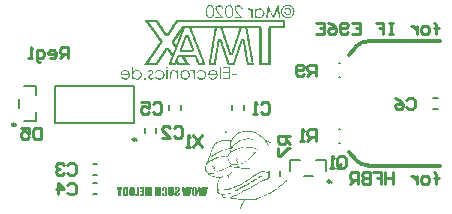
<source format=gbo>
%FSTAX23Y23*%
%MOIN*%
%SFA1B1*%

%IPPOS*%
%ADD10C,0.003940*%
%ADD12C,0.009840*%
%ADD13C,0.011810*%
%ADD14C,0.007870*%
%ADD15C,0.010000*%
%LNmidi_stick-1*%
%LPD*%
G36*
X04008Y03214D02*
X04008D01*
Y03213*
X04008*
Y03213*
Y03213*
Y03212*
Y03212*
Y03212*
Y03211*
Y03211*
Y03211*
Y0321*
Y0321*
Y0321*
Y03209*
Y03209*
Y03209*
Y03208*
Y03208*
Y03208*
Y03207*
Y03207*
Y03207*
Y03206*
Y03206*
Y03206*
Y03205*
Y03205*
Y03205*
Y03204*
Y03204*
Y03204*
Y03203*
Y03203*
Y03203*
Y03202*
Y03202*
Y03202*
Y03201*
Y03201*
Y03201*
Y032*
Y032*
Y032*
Y03199*
Y03199*
Y03199*
Y03198*
Y03198*
Y03198*
Y03197*
Y03197*
Y03197*
Y03196*
Y03196*
Y03196*
Y03195*
Y03195*
Y03195*
Y03194*
Y03194*
Y03194*
Y03193*
Y03193*
Y03193*
Y03192*
Y03192*
Y03192*
Y03191*
Y03191*
Y03191*
Y0319*
Y0319*
Y0319*
Y03189*
Y03189*
Y03189*
Y03188*
Y03188*
Y03188*
Y03187*
Y03187*
Y03187*
Y03186*
Y03186*
Y03186*
Y03185*
Y03185*
Y03185*
X03961*
Y03184*
Y03184*
Y03184*
Y03183*
Y03183*
Y03182*
Y03182*
Y03182*
Y03181*
Y03181*
Y03181*
Y0318*
Y0318*
Y0318*
Y03179*
Y03179*
Y03179*
Y03178*
Y03178*
Y03178*
Y03177*
Y03177*
Y03177*
Y03176*
Y03176*
Y03176*
Y03175*
Y03175*
Y03175*
Y03174*
Y03174*
Y03174*
Y03173*
Y03173*
Y03173*
Y03172*
Y03172*
Y03172*
Y03171*
Y03171*
Y03171*
Y0317*
Y0317*
Y0317*
Y03169*
Y03169*
Y03169*
Y03168*
Y03168*
Y03168*
Y03167*
Y03167*
Y03167*
Y03166*
Y03166*
Y03166*
Y03165*
Y03165*
Y03165*
Y03164*
Y03164*
Y03164*
Y03163*
Y03163*
Y03163*
Y03162*
Y03162*
Y03162*
Y03161*
Y03161*
Y03161*
Y0316*
Y0316*
Y0316*
Y03159*
Y03159*
Y03159*
Y03158*
Y03158*
Y03158*
Y03157*
Y03157*
Y03157*
Y03156*
Y03156*
Y03156*
Y03155*
Y03155*
Y03155*
Y03154*
Y03154*
Y03154*
Y03153*
Y03153*
Y03153*
Y03152*
Y03152*
Y03152*
Y03151*
Y03151*
Y03151*
Y0315*
Y0315*
Y0315*
Y03149*
Y03149*
Y03149*
Y03148*
Y03148*
Y03148*
Y03147*
Y03147*
Y03147*
Y03146*
Y03146*
Y03146*
Y03145*
Y03145*
Y03145*
Y03144*
Y03144*
Y03144*
Y03143*
Y03143*
Y03143*
Y03142*
Y03142*
Y03142*
Y03141*
Y03141*
Y03141*
Y0314*
Y0314*
Y0314*
Y03139*
Y03139*
Y03139*
Y03138*
Y03138*
Y03138*
Y03137*
Y03137*
Y03137*
Y03136*
Y03136*
Y03136*
Y03135*
Y03135*
Y03135*
Y03134*
Y03134*
Y03134*
Y03133*
Y03133*
Y03133*
Y03132*
Y03132*
Y03132*
Y03131*
Y03131*
Y03131*
Y0313*
Y0313*
Y0313*
Y03129*
Y03129*
Y03129*
Y03128*
Y03128*
Y03128*
Y03127*
Y03127*
Y03127*
Y03126*
Y03126*
Y03126*
Y03125*
Y03125*
Y03125*
Y03124*
Y03124*
Y03124*
Y03123*
Y03123*
Y03123*
Y03122*
Y03122*
Y03122*
Y03121*
Y03121*
Y03121*
Y0312*
Y0312*
Y0312*
Y03119*
Y03119*
Y03119*
Y03118*
Y03118*
Y03118*
Y03117*
Y03117*
Y03117*
Y03116*
Y03116*
Y03116*
Y03115*
Y03115*
Y03115*
Y03114*
Y03114*
Y03114*
Y03113*
Y03113*
Y03113*
Y03112*
Y03112*
Y03112*
Y03111*
Y03111*
Y03111*
Y0311*
Y0311*
Y0311*
Y03109*
Y03109*
Y03109*
Y03108*
Y03108*
Y03108*
Y03107*
Y03107*
Y03107*
Y03106*
Y03106*
Y03106*
Y03105*
Y03105*
Y03105*
Y03104*
Y03104*
Y03104*
Y03103*
Y03103*
Y03103*
Y03102*
Y03102*
Y03102*
Y03101*
Y03101*
Y03101*
Y031*
Y031*
Y031*
Y03099*
Y03099*
Y03099*
Y03098*
Y03098*
Y03098*
Y03097*
Y03097*
Y03097*
Y03096*
Y03096*
Y03096*
Y03095*
Y03095*
Y03095*
Y03094*
Y03094*
Y03094*
Y03093*
Y03093*
Y03093*
Y03092*
Y03092*
Y03092*
Y03091*
Y03091*
Y03091*
Y0309*
Y0309*
Y0309*
Y03089*
Y03089*
Y03089*
Y03088*
Y03088*
Y03088*
Y03087*
Y03087*
Y03087*
Y03086*
Y03086*
Y03086*
Y03085*
Y03085*
Y03085*
Y03084*
Y03084*
Y03084*
Y03083*
Y03083*
Y03083*
Y03082*
Y03082*
Y03082*
Y03081*
Y03081*
Y03081*
Y0308*
Y0308*
Y0308*
Y03079*
Y03079*
Y03079*
Y03078*
Y03078*
Y03078*
Y03077*
Y03077*
Y03077*
Y03076*
Y03076*
Y03076*
Y03075*
Y03075*
Y03074*
Y03074*
Y03074*
Y03073*
Y03073*
Y03073*
Y03072*
Y03072*
Y03072*
Y03071*
Y03071*
Y03071*
Y0307*
Y0307*
Y0307*
Y03069*
Y03069*
Y03069*
Y03068*
Y03068*
Y03068*
Y03067*
Y03067*
Y03067*
Y03066*
Y03066*
Y03066*
Y03065*
Y03065*
Y03065*
Y03064*
Y03064*
Y03064*
Y03063*
Y03063*
Y03063*
Y03062*
Y03062*
X03922*
Y03062*
Y03063*
Y03063*
Y03063*
Y03064*
Y03064*
Y03064*
Y03065*
Y03065*
Y03065*
Y03066*
Y03066*
Y03066*
Y03067*
Y03067*
Y03067*
Y03068*
Y03068*
Y03068*
Y03069*
Y03069*
Y03069*
Y0307*
Y0307*
Y0307*
Y03071*
Y03071*
Y03071*
Y03072*
Y03072*
Y03072*
Y03073*
Y03073*
Y03073*
Y03074*
Y03074*
Y03074*
Y03075*
Y03075*
Y03076*
Y03076*
Y03076*
Y03077*
Y03077*
Y03077*
Y03078*
Y03078*
Y03078*
Y03079*
Y03079*
Y03079*
Y0308*
Y0308*
Y0308*
Y03081*
Y03081*
Y03081*
Y03082*
Y03082*
Y03082*
Y03083*
Y03083*
Y03083*
Y03084*
Y03084*
Y03084*
Y03085*
Y03085*
Y03085*
Y03086*
Y03086*
Y03086*
Y03087*
Y03087*
Y03087*
Y03088*
Y03088*
Y03088*
Y03089*
Y03089*
Y03089*
Y0309*
Y0309*
Y0309*
Y03091*
Y03091*
Y03091*
Y03092*
Y03092*
Y03092*
Y03093*
Y03093*
Y03093*
Y03094*
Y03094*
Y03094*
Y03095*
Y03095*
Y03095*
Y03096*
Y03096*
Y03096*
Y03097*
Y03097*
Y03097*
Y03098*
Y03098*
Y03098*
Y03099*
Y03099*
Y03099*
Y031*
Y031*
Y031*
Y03101*
Y03101*
Y03101*
Y03102*
Y03102*
Y03102*
Y03103*
Y03103*
Y03103*
Y03104*
Y03104*
Y03104*
Y03105*
Y03105*
Y03105*
Y03106*
Y03106*
Y03106*
Y03107*
Y03107*
Y03107*
Y03108*
Y03108*
Y03108*
Y03109*
Y03109*
Y03109*
Y0311*
Y0311*
Y0311*
Y03111*
Y03111*
Y03111*
Y03112*
Y03112*
Y03112*
Y03113*
Y03113*
Y03113*
Y03114*
Y03114*
Y03114*
Y03115*
Y03115*
Y03115*
Y03116*
Y03116*
Y03116*
Y03117*
Y03117*
Y03117*
Y03118*
Y03118*
Y03118*
Y03119*
Y03119*
Y03119*
Y0312*
Y0312*
Y0312*
Y03121*
Y03121*
Y03121*
Y03122*
Y03122*
Y03122*
Y03123*
Y03123*
Y03123*
Y03124*
Y03124*
Y03124*
Y03125*
Y03125*
Y03125*
Y03126*
Y03126*
Y03126*
Y03127*
Y03127*
Y03127*
Y03128*
Y03128*
Y03128*
Y03129*
Y03129*
Y03129*
Y0313*
Y0313*
Y0313*
Y03131*
Y03131*
Y03131*
Y03132*
Y03132*
Y03132*
Y03133*
Y03133*
Y03133*
Y03134*
Y03134*
Y03134*
Y03135*
Y03135*
Y03135*
Y03136*
Y03136*
Y03136*
Y03137*
Y03137*
Y03137*
Y03138*
Y03138*
Y03138*
Y03139*
Y03139*
Y03139*
Y0314*
Y0314*
Y0314*
Y03141*
Y03141*
Y03141*
Y03142*
Y03142*
Y03142*
Y03143*
Y03143*
Y03143*
Y03144*
Y03144*
Y03144*
Y03145*
Y03145*
Y03145*
Y03146*
Y03146*
Y03146*
Y03147*
Y03147*
Y03147*
Y03148*
Y03148*
Y03148*
Y03149*
Y03149*
Y03149*
Y0315*
Y0315*
Y0315*
Y03151*
Y03151*
Y03151*
Y03152*
Y03152*
Y03152*
Y03153*
Y03153*
Y03153*
Y03154*
Y03154*
Y03154*
Y03155*
Y03155*
Y03155*
Y03156*
Y03156*
Y03156*
Y03157*
Y03157*
Y03157*
Y03158*
Y03158*
Y03158*
Y03159*
Y03159*
Y03159*
Y0316*
Y0316*
Y0316*
Y03161*
Y03161*
Y03161*
Y03162*
Y03162*
Y03162*
Y03163*
Y03163*
Y03163*
Y03164*
Y03164*
Y03164*
Y03165*
Y03165*
Y03165*
Y03166*
Y03166*
Y03166*
Y03167*
Y03167*
Y03167*
Y03168*
Y03168*
Y03168*
Y03169*
Y03169*
Y03169*
Y0317*
Y0317*
Y0317*
Y03171*
Y03171*
Y03171*
Y03172*
Y03172*
Y03172*
Y03173*
Y03173*
Y03173*
Y03174*
Y03174*
Y03174*
Y03175*
Y03175*
Y03175*
Y03176*
Y03176*
Y03176*
Y03177*
Y03177*
Y03177*
Y03178*
Y03178*
Y03178*
Y03179*
Y03179*
Y03179*
Y0318*
Y0318*
Y0318*
Y03181*
Y03181*
Y03181*
Y03182*
Y03182*
Y03182*
Y03183*
Y03183*
Y03184*
Y03184*
Y03184*
Y03185*
X03883*
Y03184*
Y03184*
Y03184*
Y03183*
Y03183*
Y03182*
X03884*
Y03182*
Y03182*
Y03181*
Y03181*
Y03181*
X03884*
Y0318*
Y0318*
Y0318*
Y03179*
Y03179*
Y03179*
X03884*
Y03178*
Y03178*
Y03178*
Y03177*
Y03177*
X03885*
Y03177*
Y03176*
Y03176*
Y03176*
Y03175*
Y03175*
X03885*
Y03175*
Y03174*
Y03174*
Y03174*
Y03173*
Y03173*
X03885*
Y03173*
Y03172*
Y03172*
Y03172*
Y03171*
X03886*
Y03171*
Y03171*
Y0317*
Y0317*
Y0317*
Y03169*
X03886*
Y03169*
Y03169*
Y03168*
Y03168*
Y03168*
Y03167*
Y03167*
X03886*
Y03167*
Y03166*
Y03166*
Y03166*
Y03165*
X03887*
Y03165*
Y03165*
Y03164*
Y03164*
Y03164*
X03887*
Y03163*
Y03163*
Y03163*
Y03162*
Y03162*
X03887*
Y03162*
Y03161*
Y03161*
Y03161*
Y0316*
Y0316*
Y0316*
X03888*
Y03159*
Y03159*
Y03159*
Y03158*
Y03158*
X03888*
Y03158*
Y03157*
Y03157*
Y03157*
Y03156*
Y03156*
Y03156*
X03888*
Y03155*
Y03155*
Y03155*
Y03154*
X03889*
Y03154*
Y03154*
Y03153*
Y03153*
Y03153*
X03889*
Y03152*
Y03152*
Y03152*
Y03151*
Y03151*
Y03151*
X03889*
Y0315*
Y0315*
Y0315*
Y03149*
Y03149*
Y03149*
Y03148*
X0389*
Y03148*
Y03148*
Y03147*
Y03147*
X0389*
Y03147*
Y03146*
Y03146*
Y03146*
Y03145*
Y03145*
X0389*
Y03145*
Y03144*
Y03144*
Y03144*
Y03143*
X03891*
Y03143*
Y03143*
Y03142*
Y03142*
Y03142*
Y03141*
Y03141*
Y03141*
X03891*
Y0314*
Y0314*
Y0314*
Y03139*
X03891*
Y03139*
Y03139*
Y03138*
Y03138*
Y03138*
X03892*
Y03137*
Y03137*
Y03137*
Y03136*
Y03136*
Y03136*
X03892*
Y03135*
Y03135*
Y03135*
Y03134*
Y03134*
X03892*
Y03134*
Y03133*
Y03133*
Y03133*
Y03132*
Y03132*
X03893*
Y03132*
Y03131*
Y03131*
Y03131*
Y0313*
Y0313*
X03893*
Y0313*
Y03129*
Y03129*
Y03129*
Y03128*
X03893*
Y03128*
Y03128*
Y03127*
Y03127*
Y03127*
Y03126*
X03894*
Y03126*
Y03126*
Y03125*
Y03125*
Y03125*
Y03124*
X03894*
Y03124*
Y03124*
Y03123*
Y03123*
Y03123*
Y03122*
X03894*
Y03122*
Y03122*
Y03121*
Y03121*
Y03121*
X03895*
Y0312*
Y0312*
Y0312*
Y03119*
Y03119*
X03895*
Y03119*
Y03118*
Y03118*
Y03118*
Y03117*
Y03117*
X03895*
Y03117*
Y03116*
Y03116*
Y03116*
Y03115*
Y03115*
X03896*
Y03115*
Y03114*
Y03114*
Y03114*
Y03113*
Y03113*
X03896*
Y03113*
Y03112*
Y03112*
Y03112*
Y03111*
Y03111*
Y03111*
X03896*
Y0311*
Y0311*
Y0311*
X03897*
Y03109*
Y03109*
Y03109*
Y03108*
Y03108*
Y03108*
X03897*
Y03107*
Y03107*
Y03107*
Y03106*
Y03106*
Y03106*
X03897*
Y03105*
Y03105*
Y03105*
Y03104*
Y03104*
X03898*
Y03104*
Y03103*
Y03103*
Y03103*
Y03102*
Y03102*
Y03102*
X03898*
Y03101*
Y03101*
Y03101*
Y031*
X03898*
Y031*
Y031*
Y03099*
Y03099*
Y03099*
Y03098*
Y03098*
X03899*
Y03098*
Y03097*
Y03097*
Y03097*
Y03096*
Y03096*
X03899*
Y03096*
Y03095*
Y03095*
Y03095*
X03899*
Y03094*
Y03094*
Y03094*
Y03093*
Y03093*
Y03093*
X039*
Y03092*
Y03092*
Y03092*
Y03091*
Y03091*
X039*
Y03091*
Y0309*
Y0309*
Y0309*
Y03089*
Y03089*
X039*
Y03089*
Y03088*
Y03088*
Y03088*
Y03087*
Y03087*
X03901*
Y03087*
Y03086*
Y03086*
Y03086*
Y03085*
Y03085*
Y03085*
X03901*
Y03084*
Y03084*
Y03084*
Y03083*
X03901*
Y03083*
Y03083*
Y03082*
Y03082*
Y03082*
Y03081*
X03902*
Y03081*
Y03081*
Y0308*
Y0308*
Y0308*
X03902*
Y03079*
Y03079*
Y03079*
Y03078*
Y03078*
Y03078*
X03902*
Y03077*
Y03077*
Y03077*
Y03076*
Y03076*
Y03076*
X03903*
Y03075*
Y03075*
Y03074*
Y03074*
Y03074*
X03903*
Y03073*
Y03073*
Y03073*
Y03072*
Y03072*
X03903*
Y03072*
Y03071*
Y03071*
Y03071*
Y0307*
Y0307*
Y0307*
Y03069*
X03904*
Y03069*
Y03069*
Y03068*
Y03068*
X03904*
Y03068*
Y03067*
Y03067*
Y03067*
Y03066*
X03904*
Y03066*
Y03066*
Y03065*
Y03065*
Y03065*
Y03064*
X03905*
Y03064*
Y03064*
Y03063*
Y03063*
Y03063*
Y03062*
Y03062*
X03881*
Y03062*
Y03063*
Y03063*
Y03063*
X03881*
Y03064*
Y03064*
Y03064*
Y03065*
Y03065*
Y03065*
X03881*
Y03066*
Y03066*
Y03066*
Y03067*
Y03067*
X0388*
Y03067*
Y03068*
Y03068*
Y03068*
Y03069*
Y03069*
X0388*
Y03069*
Y0307*
Y0307*
Y0307*
Y03071*
Y03071*
Y03071*
X0388*
Y03072*
Y03072*
Y03072*
Y03073*
X03879*
Y03073*
Y03073*
Y03074*
Y03074*
Y03074*
Y03075*
X03879*
Y03075*
Y03076*
Y03076*
Y03076*
Y03077*
Y03077*
Y03077*
X03879*
Y03078*
Y03078*
Y03078*
Y03079*
X03878*
Y03079*
Y03079*
Y0308*
Y0308*
Y0308*
Y03081*
X03878*
Y03081*
Y03081*
Y03082*
Y03082*
Y03082*
X03878*
Y03083*
Y03083*
Y03083*
Y03084*
Y03084*
Y03084*
Y03085*
X03877*
Y03085*
Y03085*
Y03086*
Y03086*
X03877*
Y03086*
Y03087*
Y03087*
Y03087*
Y03088*
Y03088*
X03877*
Y03088*
Y03089*
Y03089*
Y03089*
Y0309*
Y0309*
X03876*
Y0309*
Y03091*
Y03091*
Y03091*
Y03092*
X03876*
Y03092*
Y03092*
Y03093*
Y03093*
Y03093*
Y03094*
X03876*
Y03094*
Y03094*
Y03095*
Y03095*
Y03095*
X03875*
Y03096*
Y03096*
Y03096*
Y03097*
Y03097*
Y03097*
Y03098*
Y03098*
X03875*
Y03098*
Y03099*
Y03099*
X03875*
Y03099*
Y031*
Y031*
Y031*
Y03101*
Y03101*
X03874*
Y03101*
Y03102*
Y03102*
Y03102*
Y03103*
Y03103*
Y03103*
Y03104*
X03874*
Y03104*
Y03104*
Y03105*
Y03105*
X03874*
Y03105*
Y03106*
Y03106*
Y03106*
Y03107*
X03873*
Y03107*
Y03107*
Y03108*
Y03108*
Y03108*
Y03109*
X03873*
Y03109*
Y03109*
Y0311*
Y0311*
Y0311*
Y03111*
Y03111*
X03873*
Y03111*
Y03112*
Y03112*
Y03112*
X03872*
Y03113*
Y03113*
Y03113*
Y03114*
Y03114*
Y03114*
X03872*
Y03115*
Y03115*
Y03115*
Y03116*
Y03116*
Y03116*
X03872*
Y03117*
Y03117*
Y03117*
Y03118*
Y03118*
X03871*
Y03118*
Y03119*
Y03119*
Y03119*
Y0312*
Y0312*
Y0312*
X03871*
Y03121*
Y03121*
Y03121*
Y03122*
X03871*
Y03122*
Y03122*
Y03123*
Y03123*
Y03123*
Y03124*
X0387*
Y03124*
Y03124*
Y03125*
Y03125*
Y03125*
X0387*
Y03126*
Y03126*
Y03126*
Y03127*
Y03127*
Y03127*
X0387*
Y03128*
Y03128*
Y03128*
Y03129*
Y03129*
Y03129*
X03869*
Y0313*
Y0313*
Y0313*
Y03131*
Y03131*
X03869*
Y03131*
Y03132*
Y03132*
Y03132*
Y03133*
Y03133*
Y03133*
X03869*
Y03134*
Y03134*
Y03134*
Y03135*
X03868*
Y03135*
Y03135*
Y03136*
Y03136*
Y03136*
Y03137*
X03868*
Y03137*
Y03137*
Y03138*
Y03138*
Y03138*
X03868*
Y03139*
Y03139*
Y03139*
Y0314*
Y0314*
Y0314*
X03867*
Y03141*
Y03141*
Y03141*
Y03142*
Y03142*
Y03142*
Y03143*
X03866*
Y03142*
Y03142*
X03866*
Y03142*
Y03141*
X03866*
Y03141*
Y03141*
Y0314*
Y0314*
Y0314*
X03865*
Y03139*
Y03139*
Y03139*
X03865*
Y03138*
Y03138*
X03865*
Y03138*
Y03137*
Y03137*
Y03137*
X03864*
Y03136*
Y03136*
X03864*
Y03136*
Y03135*
Y03135*
X03864*
Y03135*
Y03134*
Y03134*
Y03134*
X03863*
Y03133*
Y03133*
X03863*
Y03133*
Y03132*
Y03132*
Y03132*
X03863*
Y03131*
Y03131*
X03862*
Y03131*
Y0313*
Y0313*
X03862*
Y0313*
Y03129*
Y03129*
Y03129*
X03862*
Y03128*
Y03128*
Y03128*
X03861*
Y03127*
Y03127*
X03861*
Y03127*
Y03126*
Y03126*
X03861*
Y03126*
Y03125*
Y03125*
X0386*
Y03125*
Y03124*
Y03124*
Y03124*
X0386*
Y03123*
Y03123*
X0386*
Y03123*
Y03122*
Y03122*
Y03122*
X03859*
Y03121*
Y03121*
Y03121*
X03859*
Y0312*
Y0312*
X03859*
Y0312*
Y03119*
Y03119*
X03858*
Y03119*
Y03118*
Y03118*
Y03118*
X03858*
Y03117*
Y03117*
Y03117*
X03858*
Y03116*
Y03116*
Y03116*
X03857*
Y03115*
Y03115*
Y03115*
X03857*
Y03114*
Y03114*
Y03114*
X03857*
Y03113*
Y03113*
Y03113*
X03856*
Y03112*
Y03112*
X03856*
Y03112*
Y03111*
Y03111*
X03856*
Y03111*
Y0311*
Y0311*
Y0311*
X03855*
Y03109*
Y03109*
Y03109*
X03855*
Y03108*
X03855*
Y03108*
Y03108*
Y03107*
X03854*
Y03107*
Y03107*
Y03106*
Y03106*
X03854*
Y03106*
Y03105*
Y03105*
Y03105*
X03854*
Y03104*
X03853*
Y03104*
Y03104*
Y03103*
Y03103*
Y03103*
X03853*
Y03102*
Y03102*
Y03102*
X03853*
Y03101*
Y03101*
Y03101*
X03852*
Y031*
Y031*
Y031*
X03852*
Y03099*
Y03099*
Y03099*
X03852*
Y03098*
Y03098*
X03851*
Y03098*
Y03097*
Y03097*
Y03097*
X03851*
Y03096*
Y03096*
Y03096*
X03851*
Y03095*
Y03095*
Y03095*
X0385*
Y03094*
Y03094*
Y03094*
X0385*
Y03093*
Y03093*
Y03093*
X0385*
Y03092*
Y03092*
Y03092*
X03849*
Y03091*
Y03091*
X03849*
Y03091*
Y0309*
Y0309*
Y0309*
X03849*
Y03089*
Y03089*
Y03089*
X03848*
Y03088*
Y03088*
Y03088*
X03848*
Y03087*
Y03087*
Y03087*
X03848*
Y03086*
Y03086*
Y03086*
X03847*
Y03085*
Y03085*
Y03085*
X03847*
Y03084*
Y03084*
Y03084*
X03847*
Y03083*
Y03083*
Y03083*
X03846*
Y03082*
Y03082*
Y03082*
X03846*
Y03081*
Y03081*
Y03081*
X03846*
Y0308*
Y0308*
Y0308*
X03845*
Y03079*
Y03079*
Y03079*
X03845*
Y03078*
Y03078*
Y03078*
X03845*
Y03077*
Y03077*
X03844*
Y03077*
Y03076*
Y03076*
Y03076*
X03844*
Y03075*
Y03075*
X03844*
Y03074*
Y03074*
Y03074*
Y03073*
X03843*
Y03073*
Y03073*
Y03072*
X03843*
Y03072*
X03843*
Y03072*
Y03071*
Y03071*
Y03071*
X03842*
Y0307*
Y0307*
Y0307*
Y03069*
X03842*
Y03069*
Y03069*
Y03068*
X03842*
Y03068*
Y03068*
Y03067*
X03841*
Y03067*
Y03067*
Y03066*
X03841*
Y03066*
Y03066*
X03841*
Y03065*
Y03065*
Y03065*
Y03064*
X0384*
Y03064*
Y03064*
Y03063*
X0384*
Y03063*
Y03063*
Y03062*
X0384*
Y03062*
X03818*
Y03062*
Y03063*
Y03063*
X03817*
Y03063*
Y03064*
X03817*
Y03064*
Y03064*
Y03065*
X03817*
Y03065*
Y03065*
Y03066*
Y03066*
X03816*
Y03066*
Y03067*
X03816*
Y03067*
Y03067*
Y03068*
Y03068*
X03816*
Y03068*
Y03069*
X03815*
Y03069*
Y03069*
Y0307*
X03815*
Y0307*
Y0307*
Y03071*
Y03071*
X03815*
Y03071*
Y03072*
X03814*
Y03072*
Y03072*
Y03073*
X03814*
Y03073*
Y03073*
Y03074*
X03814*
Y03074*
Y03074*
Y03075*
X03813*
Y03075*
Y03076*
Y03076*
X03813*
Y03076*
Y03077*
Y03077*
X03813*
Y03077*
Y03078*
Y03078*
X03812*
Y03078*
Y03079*
Y03079*
Y03079*
X03812*
Y0308*
Y0308*
X03812*
Y0308*
Y03081*
Y03081*
X03811*
Y03081*
Y03082*
Y03082*
X03811*
Y03082*
Y03083*
Y03083*
X03811*
Y03083*
Y03084*
Y03084*
X0381*
Y03084*
Y03085*
Y03085*
X0381*
Y03085*
Y03086*
Y03086*
X0381*
Y03086*
Y03087*
Y03087*
X03809*
Y03087*
Y03088*
Y03088*
X03809*
Y03088*
Y03089*
Y03089*
X03809*
Y03089*
Y0309*
Y0309*
X03808*
Y0309*
Y03091*
Y03091*
X03808*
Y03091*
Y03092*
Y03092*
X03808*
Y03092*
Y03093*
Y03093*
X03807*
Y03093*
Y03094*
Y03094*
X03807*
Y03094*
Y03095*
Y03095*
Y03095*
X03807*
Y03096*
Y03096*
X03806*
Y03096*
Y03097*
Y03097*
X03806*
Y03097*
Y03098*
Y03098*
X03806*
Y03098*
Y03099*
Y03099*
X03805*
Y03099*
Y031*
Y031*
X03805*
Y031*
Y03101*
Y03101*
X03805*
Y03101*
Y03102*
Y03102*
X03804*
Y03102*
Y03103*
Y03103*
Y03103*
X03804*
Y03104*
Y03104*
X03804*
Y03104*
Y03105*
Y03105*
X03803*
Y03105*
Y03106*
Y03106*
Y03106*
X03803*
Y03107*
Y03107*
X03803*
Y03107*
Y03108*
Y03108*
X03802*
Y03108*
Y03109*
Y03109*
Y03109*
X03802*
Y0311*
Y0311*
X03802*
Y0311*
Y03111*
Y03111*
X03801*
Y03111*
Y03112*
Y03112*
X03801*
Y03112*
Y03113*
Y03113*
Y03113*
X03801*
Y03114*
Y03114*
X038*
Y03114*
Y03115*
Y03115*
X038*
Y03115*
Y03116*
Y03116*
X038*
Y03116*
Y03117*
Y03117*
Y03117*
X03799*
Y03118*
Y03118*
X03799*
Y03118*
Y03119*
Y03119*
Y03119*
X03799*
Y0312*
Y0312*
X03798*
Y0312*
Y03121*
Y03121*
Y03121*
X03798*
Y03122*
Y03122*
X03798*
Y03122*
Y03123*
Y03123*
X03797*
Y03123*
Y03124*
X03797*
Y03124*
Y03124*
Y03125*
Y03125*
X03797*
Y03125*
Y03126*
Y03126*
X03796*
Y03126*
Y03127*
Y03127*
Y03127*
X03796*
Y03128*
Y03128*
X03796*
Y03128*
Y03129*
Y03129*
X03795*
Y03129*
Y0313*
Y0313*
X03795*
Y0313*
Y03131*
Y03131*
X03795*
Y03131*
Y03132*
X03794*
Y03132*
Y03132*
Y03133*
Y03133*
X03794*
Y03133*
Y03134*
Y03134*
X03794*
Y03134*
Y03135*
Y03135*
X03793*
Y03135*
Y03136*
Y03136*
X03793*
Y03136*
Y03137*
Y03137*
X03793*
Y03137*
Y03138*
X03792*
Y03138*
Y03138*
Y03139*
X03792*
Y03139*
Y03139*
Y0314*
Y0314*
Y0314*
X03792*
Y03141*
X03791*
Y03141*
Y03141*
Y03142*
X03791*
Y03142*
X0379*
Y03142*
Y03141*
Y03141*
Y03141*
Y0314*
Y0314*
X0379*
Y0314*
Y03139*
Y03139*
Y03139*
X03789*
Y03138*
Y03138*
Y03138*
Y03137*
Y03137*
Y03137*
Y03136*
X03789*
Y03136*
Y03136*
Y03135*
Y03135*
Y03135*
Y03134*
X03789*
Y03134*
Y03134*
Y03133*
Y03133*
Y03133*
Y03132*
X03788*
Y03132*
Y03132*
Y03131*
Y03131*
Y03131*
Y0313*
X03788*
Y0313*
Y0313*
Y03129*
Y03129*
Y03129*
X03788*
Y03128*
Y03128*
Y03128*
Y03127*
Y03127*
X03787*
Y03127*
Y03126*
Y03126*
Y03126*
Y03125*
Y03125*
Y03125*
X03787*
Y03124*
Y03124*
Y03124*
Y03123*
Y03123*
Y03123*
X03787*
Y03122*
Y03122*
Y03122*
Y03121*
Y03121*
Y03121*
X03786*
Y0312*
Y0312*
Y0312*
Y03119*
Y03119*
Y03119*
X03786*
Y03118*
Y03118*
Y03118*
Y03117*
X03786*
Y03117*
Y03117*
Y03116*
Y03116*
Y03116*
Y03115*
Y03115*
Y03115*
X03785*
Y03114*
Y03114*
Y03114*
Y03113*
Y03113*
Y03113*
X03785*
Y03112*
Y03112*
Y03112*
Y03111*
Y03111*
X03785*
Y03111*
Y0311*
Y0311*
Y0311*
Y03109*
Y03109*
X03784*
Y03109*
Y03108*
Y03108*
Y03108*
Y03107*
Y03107*
X03784*
Y03107*
Y03106*
Y03106*
Y03106*
Y03105*
Y03105*
X03784*
Y03105*
Y03104*
Y03104*
Y03104*
Y03103*
Y03103*
X03783*
Y03103*
Y03102*
Y03102*
Y03102*
X03783*
Y03101*
Y03101*
Y03101*
Y031*
Y031*
Y031*
Y03099*
Y03099*
X03783*
Y03099*
Y03098*
Y03098*
Y03098*
X03782*
Y03097*
Y03097*
Y03097*
Y03096*
Y03096*
Y03096*
X03782*
Y03095*
Y03095*
Y03095*
Y03094*
Y03094*
Y03094*
Y03093*
X03782*
Y03093*
Y03093*
Y03092*
Y03092*
Y03092*
Y03091*
X03781*
Y03091*
Y03091*
Y0309*
Y0309*
Y0309*
Y03089*
X03781*
Y03089*
Y03089*
Y03088*
Y03088*
X03781*
Y03088*
Y03087*
Y03087*
Y03087*
Y03086*
Y03086*
Y03086*
X0378*
Y03085*
Y03085*
Y03085*
Y03084*
Y03084*
Y03084*
Y03083*
X0378*
Y03083*
Y03083*
Y03082*
Y03082*
Y03082*
Y03081*
X0378*
Y03081*
Y03081*
Y0308*
Y0308*
Y0308*
Y03079*
X03779*
Y03079*
Y03079*
Y03078*
Y03078*
Y03078*
X03779*
Y03077*
Y03077*
Y03077*
Y03076*
Y03076*
Y03076*
X03779*
Y03075*
Y03075*
Y03074*
Y03074*
Y03074*
Y03073*
X03778*
Y03073*
Y03073*
Y03072*
Y03072*
Y03072*
Y03071*
X03778*
Y03071*
Y03071*
Y0307*
Y0307*
Y0307*
Y03069*
X03778*
Y03069*
Y03069*
Y03068*
Y03068*
X03777*
Y03068*
Y03067*
Y03067*
Y03067*
Y03066*
Y03066*
Y03066*
X03777*
Y03065*
Y03065*
Y03065*
Y03064*
Y03064*
Y03064*
X03777*
Y03063*
Y03063*
Y03063*
Y03062*
Y03062*
X03753*
Y03062*
Y03063*
Y03063*
Y03063*
Y03064*
Y03064*
Y03064*
X03754*
Y03065*
Y03065*
Y03065*
Y03066*
Y03066*
Y03066*
X03754*
Y03067*
Y03067*
Y03067*
Y03068*
X03754*
Y03068*
Y03068*
Y03069*
Y03069*
Y03069*
Y0307*
Y0307*
Y0307*
X03755*
Y03071*
Y03071*
Y03071*
Y03072*
X03755*
Y03072*
Y03072*
Y03073*
Y03073*
Y03073*
Y03074*
Y03074*
X03755*
Y03074*
Y03075*
Y03075*
Y03076*
Y03076*
Y03076*
Y03077*
X03756*
Y03077*
Y03077*
Y03078*
Y03078*
X03756*
Y03078*
Y03079*
Y03079*
Y03079*
Y0308*
Y0308*
Y0308*
X03756*
Y03081*
Y03081*
Y03081*
Y03082*
Y03082*
Y03082*
X03757*
Y03083*
Y03083*
Y03083*
Y03084*
Y03084*
X03757*
Y03084*
Y03085*
Y03085*
Y03085*
Y03086*
X03757*
Y03086*
Y03086*
Y03087*
Y03087*
Y03087*
Y03088*
X03758*
Y03088*
Y03088*
Y03089*
Y03089*
Y03089*
Y0309*
Y0309*
Y0309*
X03758*
Y03091*
Y03091*
Y03091*
Y03092*
Y03092*
X03758*
Y03092*
Y03093*
Y03093*
Y03093*
Y03094*
Y03094*
X03759*
Y03094*
Y03095*
Y03095*
Y03095*
Y03096*
X03759*
Y03096*
Y03096*
Y03097*
Y03097*
Y03097*
Y03098*
Y03098*
X03759*
Y03098*
Y03099*
Y03099*
Y03099*
Y031*
Y031*
X0376*
Y031*
Y03101*
Y03101*
Y03101*
Y03102*
X0376*
Y03102*
Y03102*
Y03103*
Y03103*
Y03103*
Y03104*
Y03104*
X0376*
Y03104*
Y03105*
Y03105*
Y03105*
Y03106*
Y03106*
X03761*
Y03106*
Y03107*
Y03107*
Y03107*
Y03108*
X03761*
Y03108*
Y03108*
Y03109*
Y03109*
Y03109*
Y0311*
X03761*
Y0311*
Y0311*
Y03111*
Y03111*
Y03111*
Y03112*
X03762*
Y03112*
Y03112*
Y03113*
Y03113*
Y03113*
Y03114*
X03762*
Y03114*
Y03114*
Y03115*
Y03115*
Y03115*
Y03116*
X03762*
Y03116*
Y03116*
Y03117*
Y03117*
X03763*
Y03117*
Y03118*
Y03118*
Y03118*
Y03119*
Y03119*
Y03119*
Y0312*
X03763*
Y0312*
Y0312*
Y03121*
Y03121*
Y03121*
Y03122*
X03763*
Y03122*
Y03122*
Y03123*
Y03123*
Y03123*
X03764*
Y03124*
Y03124*
Y03124*
Y03125*
X03764*
Y03125*
Y03125*
Y03126*
Y03126*
Y03126*
Y03127*
X03764*
Y03127*
Y03127*
Y03128*
Y03128*
Y03128*
Y03129*
Y03129*
Y03129*
X03765*
Y0313*
Y0313*
Y0313*
Y03131*
Y03131*
X03765*
Y03131*
Y03132*
Y03132*
Y03132*
Y03133*
Y03133*
Y03133*
X03765*
Y03134*
Y03134*
Y03134*
Y03135*
Y03135*
Y03135*
X03766*
Y03136*
Y03136*
Y03136*
Y03137*
Y03137*
X03766*
Y03137*
Y03138*
Y03138*
Y03138*
Y03139*
Y03139*
X03766*
Y03139*
Y0314*
Y0314*
Y0314*
Y03141*
Y03141*
X03767*
Y03141*
Y03142*
Y03142*
Y03142*
Y03143*
Y03143*
X03767*
Y03143*
Y03144*
Y03144*
Y03144*
X03767*
Y03145*
Y03145*
Y03145*
Y03146*
Y03146*
Y03146*
Y03147*
Y03147*
X03768*
Y03147*
Y03148*
Y03148*
Y03148*
X03768*
Y03149*
Y03149*
Y03149*
Y0315*
Y0315*
Y0315*
X03768*
Y03151*
Y03151*
Y03151*
Y03152*
Y03152*
Y03152*
Y03153*
X03769*
Y03153*
Y03153*
Y03154*
Y03154*
X03769*
Y03154*
Y03155*
Y03155*
Y03155*
Y03156*
Y03156*
Y03156*
Y03157*
X03769*
Y03157*
Y03157*
Y03158*
Y03158*
Y03158*
X0377*
Y03159*
Y03159*
Y03159*
Y0316*
Y0316*
X0377*
Y0316*
Y03161*
Y03161*
Y03161*
Y03162*
Y03162*
Y03162*
Y03163*
X0377*
Y03163*
Y03163*
Y03164*
Y03164*
Y03164*
Y03165*
X03771*
Y03165*
Y03165*
Y03166*
Y03166*
Y03166*
X03771*
Y03167*
Y03167*
Y03167*
Y03168*
Y03168*
X03771*
Y03168*
Y03169*
Y03169*
Y03169*
Y0317*
Y0317*
Y0317*
X03772*
Y03171*
Y03171*
Y03171*
Y03172*
Y03172*
Y03172*
X03772*
Y03173*
Y03173*
Y03173*
Y03174*
Y03174*
Y03174*
X03772*
Y03175*
Y03175*
Y03175*
Y03176*
Y03176*
Y03176*
X03773*
Y03177*
Y03177*
Y03177*
Y03178*
X03773*
Y03178*
Y03178*
Y03179*
Y03179*
Y03179*
Y0318*
Y0318*
Y0318*
X03773*
Y03181*
Y03181*
Y03181*
Y03182*
X03774*
Y03182*
Y03182*
Y03183*
Y03183*
Y03184*
Y03184*
Y03184*
Y03185*
X03697*
Y03184*
Y03184*
X03697*
Y03184*
Y03183*
Y03183*
X03697*
Y03182*
Y03182*
Y03182*
X03698*
Y03181*
Y03181*
X03698*
Y03181*
Y0318*
Y0318*
X03698*
Y0318*
Y03179*
X03699*
Y03179*
Y03179*
Y03178*
X03699*
Y03178*
Y03178*
X03699*
Y03177*
Y03177*
Y03177*
X037*
Y03176*
Y03176*
Y03176*
X037*
Y03175*
Y03175*
X037*
Y03175*
Y03174*
Y03174*
X03701*
Y03174*
Y03173*
Y03173*
X03701*
Y03173*
Y03172*
Y03172*
X03701*
Y03172*
X03702*
Y03171*
Y03171*
Y03171*
X03702*
Y0317*
Y0317*
Y0317*
Y03169*
X03702*
Y03169*
Y03169*
X03703*
Y03168*
Y03168*
X03703*
Y03168*
Y03167*
Y03167*
Y03167*
X03703*
Y03166*
X03704*
Y03166*
Y03166*
Y03165*
X03704*
Y03165*
Y03165*
X03704*
Y03164*
Y03164*
Y03164*
Y03163*
X03705*
Y03163*
X03705*
Y03163*
Y03162*
Y03162*
X03705*
Y03162*
Y03161*
Y03161*
X03706*
Y03161*
Y0316*
Y0316*
X03706*
Y0316*
Y03159*
X03706*
Y03159*
Y03159*
X03707*
Y03158*
Y03158*
Y03158*
X03707*
Y03157*
Y03157*
Y03157*
X03707*
Y03156*
Y03156*
X03708*
Y03156*
Y03155*
Y03155*
X03708*
Y03155*
Y03154*
Y03154*
X03708*
Y03154*
Y03153*
Y03153*
X03709*
Y03153*
Y03152*
X03709*
Y03152*
Y03152*
X03709*
Y03151*
Y03151*
Y03151*
X0371*
Y0315*
Y0315*
X0371*
Y0315*
Y03149*
Y03149*
X0371*
Y03149*
Y03148*
X03711*
Y03148*
Y03148*
Y03147*
X03711*
Y03147*
Y03147*
Y03146*
X03711*
Y03146*
Y03146*
X03712*
Y03145*
Y03145*
Y03145*
X03712*
Y03144*
Y03144*
X03712*
Y03144*
Y03143*
Y03143*
Y03143*
X03713*
Y03142*
X03713*
Y03142*
Y03142*
Y03141*
X03713*
Y03141*
Y03141*
Y0314*
X03714*
Y0314*
Y0314*
X03714*
Y03139*
Y03139*
Y03139*
X03714*
Y03138*
Y03138*
Y03138*
X03715*
Y03137*
Y03137*
Y03137*
Y03136*
X03715*
Y03136*
Y03136*
X03716*
Y03135*
Y03135*
X03716*
Y03135*
Y03134*
X03716*
Y03134*
Y03134*
X03717*
Y03133*
Y03133*
Y03133*
Y03132*
X03717*
Y03132*
X03717*
Y03132*
Y03131*
Y03131*
Y03131*
X03718*
Y0313*
Y0313*
X03718*
Y0313*
Y03129*
X03718*
Y03129*
Y03129*
Y03128*
X03719*
Y03128*
Y03128*
X03719*
Y03127*
Y03127*
Y03127*
X03719*
Y03126*
Y03126*
Y03126*
X0372*
Y03125*
Y03125*
X0372*
Y03125*
Y03124*
Y03124*
X0372*
Y03124*
Y03123*
X03721*
Y03123*
Y03123*
Y03122*
X03721*
Y03122*
Y03122*
X03721*
Y03121*
Y03121*
Y03121*
X03722*
Y0312*
Y0312*
Y0312*
X03722*
Y03119*
Y03119*
X03722*
Y03119*
Y03118*
Y03118*
X03723*
Y03118*
Y03117*
X03723*
Y03117*
Y03117*
Y03116*
X03723*
Y03116*
Y03116*
Y03115*
X03724*
Y03115*
Y03115*
X03724*
Y03114*
Y03114*
Y03114*
X03724*
Y03113*
Y03113*
X03725*
Y03113*
Y03112*
Y03112*
X03725*
Y03112*
Y03111*
Y03111*
X03725*
Y03111*
Y0311*
X03726*
Y0311*
Y0311*
Y03109*
Y03109*
X03726*
Y03109*
Y03108*
Y03108*
X03726*
Y03108*
X03727*
Y03107*
Y03107*
X03727*
Y03107*
Y03106*
Y03106*
Y03106*
X03727*
Y03105*
Y03105*
Y03105*
X03728*
Y03104*
Y03104*
X03728*
Y03104*
Y03103*
X03728*
Y03103*
Y03103*
Y03102*
X03729*
Y03102*
Y03102*
X03729*
Y03101*
Y03101*
Y03101*
X03729*
Y031*
Y031*
Y031*
X0373*
Y03099*
Y03099*
X0373*
Y03099*
Y03098*
X0373*
Y03098*
Y03098*
Y03097*
X03731*
Y03097*
Y03097*
X03731*
Y03096*
Y03096*
Y03096*
X03731*
Y03095*
Y03095*
Y03095*
Y03094*
X03732*
Y03094*
X03732*
Y03094*
Y03093*
Y03093*
X03732*
Y03093*
Y03092*
X03733*
Y03092*
Y03092*
Y03091*
X03733*
Y03091*
Y03091*
Y0309*
X03733*
Y0309*
Y0309*
X03734*
Y03089*
Y03089*
Y03089*
X03734*
Y03088*
Y03088*
Y03088*
X03734*
Y03087*
Y03087*
X03735*
Y03087*
Y03086*
Y03086*
X03735*
Y03086*
Y03085*
X03735*
Y03085*
Y03085*
Y03084*
X03736*
Y03084*
Y03084*
X03736*
Y03083*
Y03083*
Y03083*
Y03082*
X03736*
Y03082*
Y03082*
Y03081*
X03737*
Y03081*
X03737*
Y03081*
Y0308*
Y0308*
X03737*
Y0308*
Y03079*
X03738*
Y03079*
Y03079*
Y03078*
X03738*
Y03078*
Y03078*
X03738*
Y03077*
Y03077*
Y03077*
X03739*
Y03076*
Y03076*
X03739*
Y03076*
Y03075*
Y03075*
X03739*
Y03074*
Y03074*
X0374*
Y03074*
Y03073*
Y03073*
X0374*
Y03073*
Y03072*
Y03072*
X0374*
Y03072*
Y03071*
Y03071*
X03741*
Y03071*
Y0307*
X03741*
Y0307*
Y0307*
Y03069*
X03741*
Y03069*
Y03069*
X03742*
Y03068*
Y03068*
Y03068*
X03742*
Y03067*
Y03067*
Y03067*
X03742*
Y03066*
Y03066*
X03743*
Y03066*
Y03065*
X03743*
Y03065*
Y03065*
Y03064*
X03743*
Y03064*
Y03064*
Y03063*
X03744*
Y03063*
Y03063*
X03744*
Y03062*
Y03062*
X03719*
Y03062*
Y03063*
X03718*
Y03063*
Y03063*
Y03064*
X03718*
Y03064*
Y03064*
X03718*
Y03065*
Y03065*
Y03065*
X03717*
Y03066*
Y03066*
X03717*
Y03066*
Y03067*
Y03067*
X03717*
Y03067*
Y03068*
X03716*
Y03068*
Y03068*
Y03069*
X03716*
Y03069*
Y03069*
Y0307*
X03716*
Y0307*
Y0307*
X03715*
Y03071*
Y03071*
X03715*
Y03071*
Y03072*
Y03072*
X03714*
Y03072*
Y03073*
Y03073*
Y03073*
X03714*
Y03074*
X03714*
Y03074*
Y03074*
X03713*
Y03075*
Y03075*
Y03076*
Y03076*
Y03076*
X03713*
Y03077*
X03713*
Y03077*
Y03077*
X03712*
Y03078*
Y03078*
Y03078*
X03712*
Y03079*
Y03079*
X03712*
Y03079*
Y0308*
Y0308*
X03711*
Y0308*
Y03081*
X03711*
Y03081*
Y03081*
Y03082*
X03711*
Y03082*
Y03082*
X0371*
Y03083*
Y03083*
Y03083*
X0371*
Y03084*
Y03084*
Y03084*
X0371*
Y03085*
Y03085*
X03709*
Y03085*
Y03086*
X03709*
Y03086*
Y03086*
Y03087*
X03709*
Y03087*
Y03087*
X03708*
Y03088*
Y03088*
Y03088*
Y03089*
X03708*
Y03089*
X03674*
Y03089*
Y03088*
X03674*
Y03088*
X03674*
Y03088*
Y03087*
X03675*
Y03087*
X03675*
Y03087*
X03675*
Y03086*
Y03086*
Y03086*
X03676*
Y03085*
Y03085*
X03676*
Y03085*
X03677*
Y03084*
X03677*
Y03084*
Y03084*
X03677*
Y03083*
X03678*
Y03083*
Y03083*
X03678*
Y03082*
X03678*
Y03082*
X03679*
Y03082*
Y03081*
X03679*
Y03081*
X03679*
Y03081*
Y0308*
X0368*
Y0308*
X0368*
Y0308*
X0368*
Y03079*
Y03079*
X03681*
Y03079*
X03681*
Y03078*
Y03078*
Y03078*
X03682*
Y03077*
Y03077*
X03682*
Y03077*
X03682*
Y03076*
Y03076*
X03683*
Y03076*
X03683*
Y03075*
X03683*
Y03075*
Y03074*
X03684*
Y03074*
X03684*
Y03074*
X03684*
Y03073*
Y03073*
X03685*
Y03073*
Y03072*
Y03072*
X03685*
Y03072*
X03686*
Y03071*
X03686*
Y03071*
Y03071*
X03686*
Y0307*
X03687*
Y0307*
Y0307*
X03687*
Y03069*
X03687*
Y03069*
Y03069*
X03688*
Y03068*
X03688*
Y03068*
X03688*
Y03068*
Y03067*
X03689*
Y03067*
X03689*
Y03067*
Y03066*
X03689*
Y03066*
X0369*
Y03066*
X0369*
Y03065*
Y03065*
Y03065*
X0369*
Y03064*
X03691*
Y03064*
Y03064*
X03691*
Y03063*
X03692*
Y03063*
Y03063*
Y03062*
Y03062*
X03649*
Y03062*
Y03063*
X03649*
Y03063*
X03649*
Y03063*
Y03064*
X03648*
Y03064*
X03648*
Y03064*
Y03065*
X03648*
Y03065*
X03647*
Y03065*
Y03066*
X03647*
Y03066*
X03647*
Y03066*
X03646*
Y03066*
X03646*
Y03066*
Y03065*
X03646*
Y03065*
Y03065*
X03645*
Y03064*
Y03064*
Y03064*
Y03063*
X03645*
Y03063*
Y03063*
X03645*
Y03062*
Y03062*
X03619*
Y03062*
Y03063*
X0362*
Y03063*
Y03063*
X0362*
Y03064*
Y03064*
X0362*
Y03064*
Y03065*
Y03065*
Y03065*
X03621*
Y03066*
Y03066*
X03621*
Y03066*
Y03067*
Y03067*
X03621*
Y03067*
Y03068*
X03622*
Y03068*
Y03068*
Y03069*
X03622*
Y03069*
Y03069*
X03622*
Y0307*
X03623*
Y0307*
Y0307*
Y03071*
Y03071*
Y03071*
X03623*
Y03072*
X03623*
Y03072*
Y03072*
Y03073*
Y03073*
X03624*
Y03073*
X03624*
Y03074*
Y03074*
Y03074*
X03624*
Y03075*
Y03075*
Y03076*
X03625*
Y03076*
Y03076*
Y03077*
X03625*
Y03077*
Y03077*
Y03078*
X03625*
Y03078*
Y03078*
X03626*
Y03079*
Y03079*
X03626*
Y03079*
Y0308*
X03626*
Y0308*
Y0308*
Y03081*
Y03081*
X03627*
Y03081*
Y03082*
X03627*
Y03082*
Y03082*
Y03083*
X03627*
Y03083*
Y03083*
Y03084*
X03628*
Y03084*
Y03084*
X03628*
Y03085*
Y03085*
Y03085*
X03628*
Y03086*
Y03086*
X03629*
Y03086*
Y03087*
Y03087*
X03629*
Y03087*
Y03088*
X03629*
Y03088*
Y03088*
Y03089*
X0363*
Y03089*
Y03089*
X0363*
Y0309*
Y0309*
Y0309*
X0363*
Y03091*
X03631*
Y03091*
Y03091*
Y03092*
X0363*
Y03092*
Y03092*
X03629*
Y03093*
Y03093*
X03629*
Y03093*
Y03094*
X03628*
Y03094*
X03628*
Y03094*
Y03095*
X03628*
Y03095*
X03627*
Y03095*
Y03096*
X03627*
Y03096*
X03627*
Y03096*
Y03097*
X03626*
Y03097*
X03626*
Y03097*
Y03098*
X03626*
Y03098*
X03625*
Y03098*
Y03099*
X03625*
Y03099*
X03625*
Y03099*
Y031*
X03624*
Y031*
X03624*
Y031*
Y03101*
X03624*
Y03101*
X03623*
Y03101*
Y03102*
X03623*
Y03102*
X03623*
Y03102*
Y03103*
X03622*
Y03103*
X03622*
Y03103*
Y03104*
X03622*
Y03104*
X03621*
Y03104*
Y03105*
X03621*
Y03105*
X03621*
Y03105*
Y03106*
X0362*
Y03106*
Y03106*
X0362*
Y03107*
Y03107*
Y03107*
X03619*
Y03108*
X03619*
Y03108*
X03619*
Y03108*
Y03109*
X03618*
Y03109*
X03618*
Y03109*
Y0311*
X03618*
Y0311*
X03617*
Y0311*
Y03111*
X03617*
Y03111*
X03617*
Y03111*
Y03112*
X03616*
Y03112*
X03616*
Y03112*
Y03111*
X03615*
Y03111*
Y03111*
Y0311*
X03615*
Y0311*
X03614*
Y0311*
X03614*
Y03109*
Y03109*
X03614*
Y03109*
Y03108*
X03613*
Y03108*
X03613*
Y03108*
Y03107*
X03613*
Y03107*
X03612*
Y03107*
Y03106*
X03612*
Y03106*
X03612*
Y03106*
Y03105*
X03611*
Y03105*
X03611*
Y03105*
Y03104*
X0361*
Y03104*
Y03104*
Y03103*
X0361*
Y03103*
X0361*
Y03103*
Y03102*
X03609*
Y03102*
Y03102*
X03609*
Y03101*
X03609*
Y03101*
Y03101*
X03608*
Y031*
X03608*
Y031*
Y031*
X03608*
Y03099*
X03607*
Y03099*
Y03099*
X03607*
Y03098*
X03606*
Y03098*
X03606*
Y03098*
Y03097*
Y03097*
Y03097*
X03605*
Y03096*
X03605*
Y03096*
Y03096*
X03605*
Y03095*
X03604*
Y03095*
Y03095*
X03604*
Y03094*
X03604*
Y03094*
Y03094*
X03603*
Y03093*
X03603*
Y03093*
Y03093*
X03603*
Y03092*
X03602*
Y03092*
Y03092*
X03602*
Y03091*
X03602*
Y03091*
X03601*
Y03091*
X03601*
Y0309*
Y0309*
Y0309*
X03601*
Y03089*
Y03089*
X036*
Y03089*
X036*
Y03088*
Y03088*
X036*
Y03088*
X03599*
Y03087*
Y03087*
X03599*
Y03087*
X03599*
Y03086*
Y03086*
X03598*
Y03086*
X03598*
Y03085*
Y03085*
X03598*
Y03085*
X03597*
Y03084*
Y03084*
X03597*
Y03084*
X03597*
Y03083*
Y03083*
X03596*
Y03083*
X03596*
Y03082*
Y03082*
X03596*
Y03082*
X03595*
Y03081*
Y03081*
X03595*
Y03081*
X03595*
Y0308*
Y0308*
X03594*
Y0308*
X03594*
Y03079*
Y03079*
X03594*
Y03079*
X03593*
Y03078*
Y03078*
X03593*
Y03078*
Y03077*
X03592*
Y03077*
Y03077*
X03592*
Y03076*
Y03076*
X03592*
Y03076*
Y03075*
X03591*
Y03075*
X03591*
Y03074*
Y03074*
X03591*
Y03074*
X0359*
Y03073*
Y03073*
Y03073*
X0359*
Y03072*
X03589*
Y03072*
Y03072*
X03589*
Y03071*
Y03071*
X03589*
Y03071*
X03588*
Y0307*
Y0307*
X03588*
Y0307*
X03588*
Y03069*
Y03069*
X03587*
Y03069*
X03587*
Y03068*
Y03068*
X03587*
Y03068*
X03586*
Y03067*
Y03067*
X03586*
Y03067*
X03586*
Y03066*
Y03066*
X03585*
Y03066*
X03585*
Y03065*
Y03065*
X03584*
Y03065*
Y03064*
Y03064*
X03584*
Y03064*
Y03063*
X03584*
Y03063*
X03583*
Y03063*
Y03062*
X03583*
Y03062*
X03538*
Y03062*
Y03063*
Y03063*
Y03063*
X03539*
Y03064*
X03539*
Y03064*
Y03064*
Y03065*
X0354*
Y03065*
X0354*
Y03065*
Y03066*
X0354*
Y03066*
X03541*
Y03066*
Y03067*
X03541*
Y03067*
X03541*
Y03067*
Y03068*
X03542*
Y03068*
Y03068*
X03542*
Y03069*
Y03069*
X03543*
Y03069*
X03543*
Y0307*
Y0307*
X03543*
Y0307*
X03544*
Y03071*
Y03071*
X03544*
Y03071*
X03544*
Y03072*
Y03072*
X03545*
Y03072*
X03545*
Y03073*
X03545*
Y03073*
Y03073*
X03546*
Y03074*
X03546*
Y03074*
Y03074*
X03546*
Y03075*
X03547*
Y03075*
Y03076*
Y03076*
X03547*
Y03076*
Y03077*
X03548*
Y03077*
X03548*
Y03077*
X03548*
Y03078*
Y03078*
X03549*
Y03078*
X03549*
Y03079*
X03549*
Y03079*
Y03079*
X0355*
Y0308*
Y0308*
X0355*
Y0308*
Y03081*
Y03081*
X03551*
Y03081*
X03551*
Y03082*
X03551*
Y03082*
Y03082*
X03552*
Y03083*
X03552*
Y03083*
X03552*
Y03083*
Y03084*
X03553*
Y03084*
Y03084*
X03553*
Y03085*
X03553*
Y03085*
Y03085*
X03554*
Y03086*
X03554*
Y03086*
X03554*
Y03086*
Y03087*
X03555*
Y03087*
Y03087*
X03555*
Y03088*
Y03088*
X03556*
Y03088*
Y03089*
X03556*
Y03089*
X03556*
Y03089*
Y0309*
X03557*
Y0309*
X03557*
Y0309*
X03558*
Y03091*
Y03091*
Y03091*
X03558*
Y03092*
Y03092*
X03559*
Y03092*
Y03093*
Y03093*
X03559*
Y03093*
X03559*
Y03094*
Y03094*
X0356*
Y03094*
X0356*
Y03095*
X0356*
Y03095*
Y03095*
X03561*
Y03096*
X03561*
Y03096*
Y03096*
X03562*
Y03097*
Y03097*
Y03097*
X03562*
Y03098*
X03563*
Y03098*
Y03098*
Y03099*
X03563*
Y03099*
X03563*
Y03099*
Y031*
X03564*
Y031*
X03564*
Y031*
Y03101*
Y03101*
X03565*
Y03101*
Y03102*
X03565*
Y03102*
X03565*
Y03102*
X03566*
Y03103*
Y03103*
X03566*
Y03103*
X03566*
Y03104*
Y03104*
X03567*
Y03104*
Y03105*
X03567*
Y03105*
Y03105*
X03568*
Y03106*
Y03106*
X03568*
Y03106*
X03568*
Y03107*
X03569*
Y03107*
Y03107*
X03569*
Y03108*
X03569*
Y03108*
Y03108*
X0357*
Y03109*
X0357*
Y03109*
Y03109*
X0357*
Y0311*
X03571*
Y0311*
Y0311*
X03572*
Y03111*
Y03111*
Y03111*
Y03112*
X03572*
Y03112*
X03572*
Y03112*
Y03113*
X03573*
Y03113*
X03573*
Y03113*
Y03114*
X03574*
Y03114*
Y03114*
Y03115*
X03574*
Y03115*
X03575*
Y03115*
Y03116*
Y03116*
X03575*
Y03116*
X03575*
Y03117*
Y03117*
X03576*
Y03117*
X03576*
Y03118*
Y03118*
X03577*
Y03118*
Y03119*
Y03119*
X03577*
Y03119*
X03577*
Y0312*
X03578*
Y0312*
Y0312*
X03578*
Y03121*
X03578*
Y03121*
Y03121*
X03579*
Y03122*
X03579*
Y03122*
Y03122*
X03579*
Y03123*
X0358*
Y03123*
Y03123*
X0358*
Y03124*
X0358*
Y03124*
X03581*
Y03124*
Y03125*
X03581*
Y03125*
X03581*
Y03125*
X03582*
Y03126*
Y03126*
X03582*
Y03126*
Y03127*
X03582*
Y03127*
X03583*
Y03127*
Y03128*
X03583*
Y03128*
X03583*
Y03128*
X03584*
Y03129*
Y03129*
X03584*
Y03129*
X03584*
Y0313*
X03585*
Y0313*
Y0313*
X03585*
Y03131*
X03585*
Y03131*
Y03131*
X03586*
Y03132*
Y03132*
X03586*
Y03132*
X03586*
Y03133*
X03587*
Y03133*
Y03133*
X03587*
Y03134*
Y03134*
Y03134*
X03588*
Y03135*
X03588*
Y03135*
X03588*
Y03135*
Y03136*
X03589*
Y03136*
X03589*
Y03136*
Y03137*
X03589*
Y03137*
X0359*
Y03137*
Y03138*
X0359*
Y03138*
Y03138*
X03591*
Y03139*
Y03139*
X03591*
Y03139*
Y0314*
X03591*
Y0314*
Y0314*
Y03141*
X03591*
Y03141*
X03591*
Y03141*
Y03142*
X0359*
Y03142*
X0359*
Y03142*
X0359*
Y03143*
Y03143*
X03589*
Y03143*
X03589*
Y03144*
X03589*
Y03144*
Y03144*
X03588*
Y03145*
X03588*
Y03145*
Y03145*
Y03146*
X03588*
Y03146*
X03587*
Y03146*
Y03147*
Y03147*
X03586*
Y03147*
Y03148*
X03586*
Y03148*
Y03148*
X03585*
Y03149*
Y03149*
X03585*
Y03149*
Y0315*
X03584*
Y0315*
Y0315*
X03584*
Y03151*
X03584*
Y03151*
Y03151*
X03583*
Y03152*
X03583*
Y03152*
X03583*
Y03152*
Y03153*
Y03153*
X03582*
Y03153*
Y03154*
Y03154*
Y03154*
X03581*
Y03155*
Y03155*
X03581*
Y03155*
X0358*
Y03156*
X0358*
Y03156*
Y03156*
X0358*
Y03157*
X03579*
Y03157*
Y03157*
X03579*
Y03158*
X03579*
Y03158*
X03578*
Y03158*
Y03159*
X03578*
Y03159*
X03578*
Y03159*
X03577*
Y0316*
Y0316*
X03577*
Y0316*
X03577*
Y03161*
Y03161*
X03576*
Y03161*
Y03162*
X03576*
Y03162*
Y03162*
X03575*
Y03163*
X03575*
Y03163*
Y03163*
X03575*
Y03164*
X03574*
Y03164*
X03574*
Y03164*
Y03165*
X03574*
Y03165*
X03573*
Y03165*
X03573*
Y03166*
Y03166*
X03573*
Y03166*
X03572*
Y03167*
Y03167*
X03572*
Y03167*
Y03168*
X03571*
Y03168*
Y03168*
X03571*
Y03169*
X03571*
Y03169*
Y03169*
Y0317*
X0357*
Y0317*
Y0317*
Y03171*
X0357*
Y03171*
X03569*
Y03171*
X03569*
Y03172*
Y03172*
X03568*
Y03172*
Y03173*
X03568*
Y03173*
X03568*
Y03173*
X03567*
Y03174*
Y03174*
X03567*
Y03174*
X03567*
Y03175*
X03566*
Y03175*
Y03175*
X03566*
Y03176*
Y03176*
X03565*
Y03176*
Y03177*
X03565*
Y03177*
X03565*
Y03177*
X03564*
Y03178*
Y03178*
X03564*
Y03178*
X03564*
Y03179*
Y03179*
X03563*
Y03179*
X03563*
Y0318*
X03563*
Y0318*
Y0318*
X03562*
Y03181*
X03562*
Y03181*
X03562*
Y03181*
Y03182*
Y03182*
X03561*
Y03182*
Y03183*
X03561*
Y03183*
X0356*
Y03184*
X0356*
Y03184*
Y03184*
X0356*
Y03185*
X03559*
Y03185*
Y03185*
X03559*
Y03186*
X03559*
Y03186*
Y03186*
X03558*
Y03187*
X03558*
Y03187*
X03558*
Y03187*
X03557*
Y03188*
Y03188*
X03557*
Y03188*
X03557*
Y03189*
Y03189*
X03556*
Y03189*
X03556*
Y0319*
Y0319*
X03556*
Y0319*
X03555*
Y03191*
X03555*
Y03191*
Y03191*
X03555*
Y03192*
X03554*
Y03192*
X03554*
Y03192*
Y03193*
X03554*
Y03193*
X03553*
Y03193*
Y03194*
X03553*
Y03194*
X03553*
Y03194*
X03552*
Y03195*
Y03195*
X03552*
Y03195*
X03552*
Y03196*
X03551*
Y03196*
Y03196*
X03551*
Y03197*
X03551*
Y03197*
Y03197*
X0355*
Y03198*
X0355*
Y03198*
X0355*
Y03198*
Y03199*
Y03199*
Y03199*
X03549*
Y032*
Y032*
X03548*
Y032*
X03548*
Y03201*
Y03201*
X03548*
Y03201*
X03547*
Y03202*
X03547*
Y03202*
Y03202*
X03547*
Y03203*
X03546*
Y03203*
X03546*
Y03203*
Y03204*
X03546*
Y03204*
X03545*
Y03204*
Y03205*
X03545*
Y03205*
X03545*
Y03205*
X03544*
Y03206*
Y03206*
Y03206*
X03544*
Y03207*
Y03207*
X03543*
Y03207*
X03543*
Y03208*
X03543*
Y03208*
Y03208*
Y03209*
X03542*
Y03209*
X03542*
Y03209*
Y0321*
X03541*
Y0321*
X03541*
Y0321*
Y03211*
X03541*
Y03211*
Y03211*
X0354*
Y03212*
Y03212*
X0354*
Y03212*
X03539*
Y03213*
Y03213*
X03539*
Y03213*
Y03214*
Y03214*
X03581*
Y03214*
X03582*
Y03213*
Y03213*
X03582*
Y03213*
X03582*
Y03212*
Y03212*
Y03212*
X03583*
Y03211*
X03583*
Y03211*
Y03211*
X03584*
Y0321*
X03584*
Y0321*
Y0321*
X03584*
Y03209*
X03585*
Y03209*
Y03209*
Y03208*
X03585*
Y03208*
X03586*
Y03208*
Y03207*
X03586*
Y03207*
X03586*
Y03207*
Y03206*
X03587*
Y03206*
Y03206*
X03587*
Y03205*
X03587*
Y03205*
X03588*
Y03205*
X03588*
Y03204*
Y03204*
X03588*
Y03204*
Y03203*
X03589*
Y03203*
X03589*
Y03203*
X03589*
Y03202*
Y03202*
X0359*
Y03202*
X0359*
Y03201*
Y03201*
Y03201*
X03591*
Y032*
X03591*
Y032*
Y032*
X03591*
Y03199*
X03592*
Y03199*
Y03199*
X03592*
Y03198*
X03592*
Y03198*
Y03198*
X03593*
Y03197*
X03593*
Y03197*
Y03197*
X03593*
Y03196*
X03594*
Y03196*
Y03196*
Y03195*
X03594*
Y03195*
X03595*
Y03195*
Y03194*
X03595*
Y03194*
X03595*
Y03194*
Y03193*
X03596*
Y03193*
X03596*
Y03193*
Y03192*
X03596*
Y03192*
X03597*
Y03192*
Y03191*
Y03191*
X03597*
Y03191*
Y0319*
X03598*
Y0319*
X03598*
Y0319*
X03598*
Y03189*
Y03189*
X03599*
Y03189*
X03599*
Y03188*
Y03188*
X03599*
Y03188*
X036*
Y03187*
Y03187*
X036*
Y03187*
X036*
Y03186*
X03601*
Y03186*
Y03186*
X03601*
Y03185*
X03601*
Y03185*
Y03185*
X03602*
Y03184*
X03602*
Y03184*
Y03184*
X03602*
Y03183*
X03603*
Y03183*
Y03182*
X03603*
Y03182*
X03603*
Y03182*
X03604*
Y03181*
Y03181*
X03604*
Y03181*
X03604*
Y0318*
Y0318*
X03605*
Y0318*
X03605*
Y03179*
Y03179*
X03605*
Y03179*
X03606*
Y03178*
Y03178*
X03606*
Y03178*
X03606*
Y03177*
X03607*
Y03177*
Y03177*
X03607*
Y03176*
Y03176*
X03608*
Y03176*
X03608*
Y03175*
X03608*
Y03175*
Y03175*
X03609*
Y03174*
X03609*
Y03174*
Y03174*
Y03173*
X0361*
Y03173*
X0361*
Y03173*
Y03172*
X0361*
Y03172*
X03611*
Y03172*
Y03171*
X03611*
Y03171*
X03611*
Y03171*
Y0317*
Y0317*
X03612*
Y0317*
Y03169*
X03612*
Y03169*
Y03169*
X03613*
Y03168*
Y03168*
X03613*
Y03168*
X03614*
Y03167*
Y03167*
X03614*
Y03167*
X03614*
Y03166*
X03615*
Y03167*
X03615*
Y03167*
Y03167*
X03615*
Y03168*
X03616*
Y03168*
Y03168*
X03616*
Y03169*
Y03169*
Y03169*
X03617*
Y0317*
X03617*
Y0317*
Y0317*
X03618*
Y03171*
Y03171*
Y03171*
X03618*
Y03172*
X03618*
Y03172*
Y03172*
X03619*
Y03173*
X03619*
Y03173*
Y03173*
X0362*
Y03174*
Y03174*
Y03174*
X0362*
Y03175*
X0362*
Y03175*
Y03175*
X03621*
Y03176*
X03621*
Y03176*
Y03176*
X03622*
Y03177*
Y03177*
Y03177*
X03622*
Y03178*
Y03178*
Y03178*
X03623*
Y03179*
X03623*
Y03179*
Y03179*
X03623*
Y0318*
X03624*
Y0318*
Y0318*
X03624*
Y03181*
X03624*
Y03181*
Y03181*
X03625*
Y03182*
X03625*
Y03182*
X03625*
Y03182*
Y03183*
X03626*
Y03183*
Y03184*
X03626*
Y03184*
X03626*
Y03184*
X03627*
Y03185*
Y03185*
X03627*
Y03185*
X03627*
Y03186*
Y03186*
X03628*
Y03186*
X03628*
Y03187*
Y03187*
X03628*
Y03187*
X03629*
Y03188*
X03629*
Y03188*
Y03188*
X03629*
Y03189*
X0363*
Y03189*
Y03189*
X0363*
Y0319*
X03631*
Y0319*
X03631*
Y0319*
Y03191*
Y03191*
X03631*
Y03191*
X03631*
Y03192*
Y03192*
X03632*
Y03192*
X03632*
Y03193*
Y03193*
X03632*
Y03193*
X03633*
Y03194*
Y03194*
X03633*
Y03194*
Y03195*
Y03195*
X03634*
Y03195*
X03634*
Y03196*
Y03196*
X03634*
Y03196*
X03635*
Y03197*
X03635*
Y03197*
Y03197*
X03635*
Y03198*
X03636*
Y03198*
Y03198*
X03636*
Y03199*
Y03199*
X03637*
Y03199*
Y032*
Y032*
X03637*
Y032*
X03637*
Y03201*
Y03201*
X03638*
Y03201*
X03638*
Y03202*
Y03202*
X03639*
Y03202*
Y03203*
X03639*
Y03203*
Y03203*
X03639*
Y03204*
Y03204*
X0364*
Y03204*
X0364*
Y03205*
X0364*
Y03205*
Y03205*
X03641*
Y03206*
X03641*
Y03206*
Y03206*
X03641*
Y03207*
Y03207*
X03642*
Y03207*
X03642*
Y03208*
Y03208*
X03642*
Y03208*
X03643*
Y03209*
Y03209*
X03643*
Y03209*
X03643*
Y0321*
Y0321*
X03644*
Y0321*
Y03211*
Y03211*
X03644*
Y03211*
X03645*
Y03212*
Y03212*
X03645*
Y03212*
X03645*
Y03213*
Y03213*
X03646*
Y03213*
X03646*
Y03214*
Y03214*
X04008*
Y03214*
G37*
G36*
X03884Y02843D02*
X03885Y02843D01*
X03885Y02843*
X03887Y02843*
X03887Y02843*
X03888Y02843*
X03888Y02842*
X03889Y02843*
X0389Y02842*
X0389Y02843*
X0389Y02842*
X03891Y02843*
X03892Y02842*
X03893Y02842*
X03893Y02842*
X03894Y02842*
X03894Y02842*
X03895Y02842*
X03895Y02841*
X03896Y02842*
X03896Y02841*
X03897Y02842*
X03897Y02841*
X03898Y02841*
X03899Y02841*
X03899Y02841*
X03899Y02841*
X03901Y02841*
X03901Y0284*
X03901Y02841*
X03902Y0284*
X03902Y0284*
X03902Y0284*
X03903Y0284*
X03903Y02839*
X03904Y0284*
X03905Y02839*
X03905Y0284*
X03905Y02839*
X03906Y02839*
X03906Y02839*
X03907Y02839*
X03907Y02838*
X03907Y02839*
X03908Y02838*
X03908Y02838*
X03908Y02838*
X03909Y02838*
X03909Y02837*
X0391Y02838*
X0391Y02837*
X03911Y02837*
X03911Y02837*
X03911Y02837*
X03912Y02836*
X03912Y02836*
X03912Y02836*
X03913Y02836*
X03913Y02836*
X03914Y02836*
X03914Y02835*
X03915Y02835*
X03915Y02835*
X03915Y02835*
X03916Y02835*
X03916Y02835*
X03916Y02834*
X03917Y02834*
X03917Y02834*
X03917Y02833*
X03918Y02834*
X03918Y02833*
X03919Y02833*
X03919Y02833*
X03919Y02832*
X0392Y02833*
X03921Y02832*
X03921Y02831*
X03921Y02832*
X03922Y02831*
X03922Y02831*
X03922Y02831*
X03923Y0283*
X03923Y0283*
X03923Y0283*
X03924Y02829*
X03924Y0283*
X03924Y02829*
X03925Y02829*
X03925Y02829*
X03926Y02829*
X03926Y02828*
X03926Y02828*
X03927Y02828*
X03927Y02827*
X03927Y02827*
X03928Y02827*
X03928Y02827*
X03929Y02827*
X03929Y02826*
X03929Y02826*
X0393Y02826*
X0393Y02825*
X0393Y02825*
X03931Y02825*
X03931Y02824*
X03931Y02824*
X03932Y02824*
X03932Y02823*
X03932Y02823*
X03933Y02823*
X03933Y02823*
X03933Y02822*
X03934Y02822*
X03934Y02822*
X03934Y02821*
X03935Y02821*
X03935Y02821*
X03935Y02821*
X03936Y0282*
X03936Y0282*
X03936Y02819*
X03937Y0282*
X03937Y02819*
X03937Y02818*
X03938Y02819*
X03938Y02818*
X03939Y02818*
X03939Y02818*
X03939Y02817*
X0394Y02817*
X0394Y02817*
X0394Y02816*
X0394Y02816*
X03941Y02816*
X03941Y02815*
X03941Y02815*
X03942Y02815*
X03942Y02815*
X03942Y02814*
X03943Y02814*
X03943Y02814*
X03943Y02813*
X03944Y02812*
X03944Y02813*
X03944Y02812*
X03945Y02812*
X03945Y02812*
X03945Y02811*
X03946Y02811*
X03946Y02811*
X03946Y0281*
X03947Y02811*
X03947Y0281*
X03948Y0281*
X03948Y0281*
X03949Y0281*
X03949Y0281*
X0395Y0281*
X0395Y02809*
X03951Y02809*
X03951Y02809*
X03951Y02809*
X03952Y02809*
X03952Y02809*
X03952Y02808*
X03953Y02808*
X03953Y02808*
X03953Y02807*
X03954Y02808*
X03954Y02807*
X03955Y02807*
X03955Y02807*
X03956Y02807*
X03956Y02806*
X03957Y02807*
X03957Y02806*
X03958Y02806*
X03958Y02806*
X03959Y02806*
X03959Y02806*
X03959Y02806*
X0396Y02805*
X0396Y02805*
X0396Y02805*
X03961Y02805*
X03961Y02805*
X03962Y02805*
X03962Y02804*
X03962Y02804*
X03963Y02804*
X03963Y02803*
X03963Y02803*
X03963Y02802*
X03962Y02802*
X03962Y02802*
X03961Y02802*
X03961Y02803*
X03961Y02802*
X0396Y02803*
X0396Y02803*
X0396Y02803*
X03959Y02803*
X03959Y02804*
X03958Y02803*
X03958Y02804*
X03958Y02804*
X03957Y02804*
X03957Y02804*
X03957Y02805*
X03956Y02804*
X03956Y02805*
X03955Y02805*
X03955Y02805*
X03954Y02805*
X03954Y02805*
X03953Y02805*
X03953Y02806*
X03952Y02806*
X03952Y02806*
X03951Y02806*
X03951Y02806*
X03951Y02806*
X0395Y02807*
X0395Y02807*
X0395Y02807*
X03949Y02807*
X03949Y02807*
X03947Y02807*
X03947Y02806*
X03948Y02806*
X03948Y02805*
X03948Y02805*
X03948Y02804*
X03949Y02803*
X03949Y02803*
X03949Y02803*
X0395Y02802*
X0395Y02802*
X0395Y02801*
X03951Y02802*
X03951Y02801*
X03951Y028*
X03951Y028*
X03951Y02799*
X03952Y02799*
X03952Y02799*
X03952Y02798*
X03953Y02798*
X03953Y02797*
X03953Y02797*
X03953Y02796*
X03954Y02796*
X03954Y02795*
X03954Y02794*
X03953Y02794*
X03954Y02794*
X03953Y02793*
X03952Y02794*
X03952Y02794*
X03952Y02794*
X03951Y02795*
X03951Y02795*
X03951Y02796*
X03951Y02796*
X0395Y02797*
X0395Y02798*
X0395Y02797*
X03949Y02798*
X03949Y02798*
X03949Y02799*
X03949Y028*
X03949Y028*
X03948Y02801*
X03948Y028*
X03948Y02801*
X03947Y02802*
X03947Y02802*
X03947Y02803*
X03947Y02803*
X03946Y02804*
X03946Y02804*
X03946Y02804*
X03945Y02805*
X03945Y02805*
X03945Y02806*
X03945Y02806*
X03944Y02806*
X03944Y02807*
X03944Y02807*
X03943Y02808*
X03943Y02808*
X03943Y02809*
X03943Y0281*
X03942Y02809*
X03942Y0281*
X03942Y0281*
X03941Y02811*
X03941Y02812*
X03941Y02811*
X0394Y02812*
X0394Y02812*
X0394Y02813*
X0394Y02814*
X03939Y02813*
X03939Y02814*
X03939Y02815*
X03939Y02815*
X03938Y02815*
X03938Y02815*
X03937Y02815*
X03937Y02816*
X03937Y02816*
X03936Y02816*
X03936Y02817*
X03935Y02816*
X03935Y02817*
X03935Y02818*
X03934Y02817*
X03934Y02818*
X03934Y02818*
X03934Y02819*
X03933Y02819*
X03933Y02819*
X03932Y02819*
X03932Y0282*
X03932Y0282*
X03931Y0282*
X03931Y02821*
X03931Y02821*
X0393Y02821*
X0393Y02821*
X0393Y02822*
X03929Y02822*
X03929Y02822*
X03929Y02823*
X03928Y02823*
X03928Y02823*
X03928Y02824*
X03927Y02824*
X03927Y02824*
X03927Y02825*
X03926Y02824*
X03926Y02825*
X03926Y02826*
X03925Y02825*
X03925Y02826*
X03924Y02826*
X03924Y02826*
X03924Y02827*
X03923Y02827*
X03923Y02827*
X03923Y02828*
X03922Y02828*
X03922Y02828*
X03922Y02828*
X03921Y02828*
X03921Y02828*
X03921Y02829*
X0392Y02829*
X0392Y02829*
X0392Y0283*
X03919Y0283*
X03919Y0283*
X03919Y02831*
X03918Y0283*
X03918Y02831*
X03918Y02831*
X03917Y02831*
X03917Y02832*
X03916Y02832*
X03916Y02832*
X03915Y02832*
X03915Y02832*
X03915Y02832*
X03914Y02833*
X03914Y02833*
X03914Y02833*
X03913Y02833*
X03913Y02833*
X03912Y02833*
X03912Y02834*
X03912Y02834*
X03911Y02834*
X03911Y02835*
X0391Y02834*
X0391Y02835*
X0391Y02835*
X03909Y02835*
X03909Y02835*
X03909Y02836*
X03907Y02835*
X03907Y02836*
X03907Y02836*
X03906Y02836*
X03906Y02836*
X03906Y02836*
X03905Y02836*
X03905Y02837*
X03904Y02837*
X03904Y02837*
X03903Y02837*
X03903Y02837*
X03902Y02837*
X03901Y02837*
X03901Y02837*
X03901Y02838*
X039Y02837*
X039Y02838*
X03899Y02838*
X03899Y02838*
X03898Y02838*
X03898Y02838*
X03897Y02838*
X03897Y02839*
X03896Y02839*
X03896Y02839*
X03896Y02839*
X03895Y02839*
X03895Y02839*
X03895Y0284*
X03893Y02839*
X03893Y0284*
X03892Y02839*
X03892Y0284*
X03891Y0284*
X0389Y0284*
X03889Y0284*
X03889Y0284*
X03888Y0284*
X03888Y0284*
X03887Y0284*
X03886Y0284*
X03885Y0284*
X03885Y02841*
X03883Y0284*
X03883Y0284*
X03882Y0284*
X03882Y02841*
X0388Y0284*
X0388Y0284*
X03878Y0284*
X03878Y0284*
X03877Y0284*
X03877Y0284*
X03875Y0284*
X03875Y0284*
X03873Y0284*
X03873Y0284*
X03871Y02839*
X0387Y0284*
X03867Y02839*
X03867Y02839*
X03865Y02838*
X03865Y02839*
X03854Y02835*
X03854Y02834*
X0385Y02832*
X03851Y02832*
X03848Y02831*
X03848Y0283*
X03846Y02829*
X03846Y02829*
X03845Y02828*
X03845Y02828*
X03844Y02827*
X03844Y02827*
X03843Y02826*
X03843Y02825*
X03842Y02825*
X03842Y02824*
X0384Y02824*
X0384Y02823*
X0384Y02823*
X0384Y02822*
X03839Y02822*
X03839Y02821*
X03839Y02821*
X03839Y02821*
X03838Y0282*
X03838Y0282*
X03837Y02819*
X03837Y02819*
X03836Y02818*
X03837Y02818*
X03836Y02818*
X03836Y02817*
X03836Y02817*
X03836Y02816*
X03835Y02816*
X03835Y02815*
X03835Y02815*
X03835Y02814*
X03834Y02814*
X03834Y02813*
X03833Y02813*
X03834Y02813*
X03832Y02812*
X03833Y02812*
X03832Y02811*
X03832Y02811*
X03831Y0281*
X03831Y0281*
X03831Y0281*
X03831Y02809*
X03831Y02809*
X03831Y02808*
X0383Y02808*
X0383Y02807*
X0383Y02807*
X0383Y02807*
X03829Y02806*
X03829Y02806*
X03829Y02805*
X03829Y02805*
X03829Y02804*
X03828Y02804*
X03829Y02803*
X03829Y02803*
X03828Y02803*
X03829Y02802*
X03828Y02802*
X03828Y02801*
X03829Y02801*
X03828Y028*
X03828Y028*
X03828Y02799*
X03828Y02799*
X03828Y02799*
X03828Y02798*
X03829Y02797*
X03828Y02797*
X03828Y02797*
X03828Y02796*
X03829Y02796*
X03828Y02795*
X03828Y02795*
X03829Y02794*
X03829Y02794*
X03828Y02793*
X03828Y02793*
X03829Y02792*
X03828Y02792*
X03828Y02791*
X03829Y02791*
X03829Y0279*
X03829Y0279*
X03828Y0279*
X03829Y02789*
X03829Y02788*
X03829Y02788*
X03829Y02787*
X0383Y02788*
X0383Y02788*
X03831Y02789*
X03831Y02789*
X03832Y0279*
X03832Y0279*
X03833Y02791*
X03833Y02791*
X03835Y02792*
X03834Y02793*
X03836Y02793*
X03835Y02794*
X03836Y02794*
X03836Y02795*
X03837Y02795*
X03837Y02796*
X03838Y02796*
X03838Y02797*
X0384Y02797*
X03839Y02798*
X03841Y02798*
X0384Y02799*
X03842Y028*
X03842Y028*
X03843Y02801*
X03843Y02801*
X03844Y02802*
X03844Y02802*
X03845Y02803*
X03844Y02803*
X03847Y02804*
X03847Y02805*
X03848Y02805*
X03848Y02806*
X0385Y02807*
X03849Y02807*
X03852Y02808*
X03852Y02809*
X03857Y02811*
X03856Y02811*
X03864Y02814*
X03864Y02814*
X03869Y02816*
X0387Y02815*
X03874Y02817*
X03874Y02816*
X03876Y02817*
X03876Y02817*
X03878Y02817*
X03878Y02817*
X03881Y02818*
X03881Y02817*
X03882Y02818*
X03883Y02817*
X03884Y02818*
X03884Y02817*
X03885Y02818*
X03885Y02817*
X03887Y02818*
X03887Y02817*
X03888Y02818*
X03889Y02817*
X0389Y02818*
X0389Y02817*
X03891Y02817*
X03891Y02817*
X03892Y02817*
X03893Y02817*
X03893Y02817*
X03893Y02816*
X03895Y02817*
X03895Y02816*
X03895Y02817*
X03896Y02816*
X03896Y02816*
X03896Y02816*
X03898Y02816*
X03898Y02816*
X03898Y02816*
X03899Y02815*
X039Y02816*
X039Y02815*
X039Y02815*
X03901Y02815*
X03901Y02815*
X03901Y02814*
X03902Y02815*
X03902Y02814*
X03902Y02814*
X03903Y02814*
X03903Y02813*
X03904Y02813*
X03904Y02812*
X03903Y02812*
X03903Y02812*
X03902Y02812*
X03902Y02813*
X039Y02812*
X039Y02813*
X039Y02812*
X03899Y02813*
X03899Y02813*
X03899Y02813*
X03898Y02813*
X03898Y02814*
X03897Y02813*
X03897Y02814*
X03896Y02814*
X03896Y02814*
X03895Y02814*
X03895Y02814*
X03894Y02814*
X03894Y02815*
X03894Y02815*
X03893Y02815*
X03892Y02815*
X03892Y02815*
X03891Y02815*
X03891Y02815*
X0389Y02815*
X0389Y02816*
X03889Y02815*
X03889Y02816*
X03887Y02815*
X03887Y02816*
X03886Y02815*
X03886Y02816*
X03884Y02815*
X03884Y02816*
X03882Y02815*
X03881Y02816*
X03879Y02815*
X03879Y02815*
X03877Y02815*
X03877Y02815*
X03875Y02814*
X03875Y02815*
X03871Y02813*
X03871Y02814*
X03864Y02811*
X03864Y02812*
X03862Y02811*
X03863Y02811*
X03861Y0281*
X03861Y0281*
X03859Y0281*
X0386Y02809*
X03854Y02807*
X03854Y02806*
X03851Y02805*
X03852Y02805*
X03849Y02804*
X03849Y02803*
X03847Y02802*
X03848Y02802*
X03847Y02801*
X03847Y02801*
X03846Y028*
X03846Y028*
X03844Y02799*
X03844Y02799*
X03843Y02798*
X03843Y02797*
X03842Y02797*
X03842Y02796*
X03841Y02796*
X03841Y02795*
X03839Y02795*
X0384Y02794*
X03839Y02794*
X03839Y02793*
X03837Y02792*
X03837Y02792*
X03837Y02792*
X03837Y02791*
X03836Y02791*
X03836Y0279*
X03835Y0279*
X03835Y02789*
X03834Y02788*
X03834Y02788*
X03833Y02787*
X03833Y02787*
X03832Y02786*
X03832Y02786*
X03831Y02786*
X03832Y02785*
X0383Y02784*
X03831Y02784*
X0383Y02784*
X0383Y02783*
X0383Y02783*
X0383Y02782*
X03829Y02782*
X0383Y02782*
X03829Y02781*
X03829Y02781*
X03829Y02781*
X03829Y0278*
X03829Y02779*
X03829Y02779*
X03829Y02779*
X03829Y02778*
X03828Y02778*
X03828Y02777*
X03828Y02776*
X03829Y02776*
X03829Y02775*
X03829Y02775*
X03835Y02777*
X03835Y02778*
X03841Y0278*
X03841Y02781*
X03857Y02787*
X03857Y02787*
X03861Y02788*
X03861Y02788*
X03864Y02789*
X03864Y02788*
X03867Y02789*
X03867Y02789*
X03869Y0279*
X03869Y02789*
X0387Y02789*
X03871Y02789*
X03872Y0279*
X03872Y02789*
X03874Y0279*
X03874Y02789*
X03876Y0279*
X03876Y02789*
X03877Y02789*
X03877Y02789*
X03879Y0279*
X03879Y02789*
X03881Y0279*
X03881Y02789*
X03882Y0279*
X03882Y02789*
X03884Y0279*
X03884Y02789*
X03885Y0279*
X03886Y02789*
X03887Y0279*
X03887Y02789*
X03888Y02789*
X03888Y02789*
X03889Y02789*
X0389Y02789*
X03891Y02789*
X03891Y02789*
X03892Y02789*
X03892Y02789*
X03893Y02789*
X03893Y02788*
X03894Y02789*
X03894Y02788*
X03896Y02789*
X03896Y02788*
X03896Y02788*
X03897Y02788*
X03898Y02788*
X03899Y02788*
X03899Y02788*
X03899Y02787*
X039Y02788*
X039Y02787*
X03901Y02788*
X03901Y02787*
X03902Y02787*
X03902Y02787*
X03903Y02787*
X03904Y02787*
X03904Y02787*
X03904Y02786*
X03905Y02786*
X03905Y02786*
X03906Y02786*
X03907Y02786*
X03907Y02786*
X03907Y02785*
X03908Y02786*
X03909Y02785*
X03909Y02786*
X03909Y02785*
X0391Y02785*
X0391Y02785*
X03911Y02785*
X03911Y02784*
X03912Y02785*
X03912Y02784*
X03912Y02784*
X03913Y02784*
X03913Y02784*
X03913Y02783*
X03914Y02784*
X03914Y02783*
X03915Y02783*
X03915Y02783*
X03916Y02783*
X03916Y02782*
X03916Y02782*
X03916Y02781*
X03917Y02781*
X03917Y02781*
X03917Y0278*
X03918Y02781*
X03918Y0278*
X03918Y02779*
X03919Y02779*
X03919Y02778*
X03919Y02778*
X03918Y02777*
X03919Y02777*
X03918Y02777*
X03918Y02776*
X03917Y02775*
X03917Y02775*
X03911Y02773*
X03911Y02772*
X0391Y02771*
X0391Y02771*
X03909Y0277*
X03909Y0277*
X03908Y02769*
X03908Y02769*
X03906Y02768*
X03907Y02768*
X03906Y02767*
X03906Y02766*
X03905Y02766*
X03905Y02765*
X03904Y02765*
X03904Y02764*
X03903Y02764*
X03903Y02763*
X03902Y02763*
X03902Y02762*
X03901Y02762*
X03901Y02761*
X039Y02761*
X039Y0276*
X03899Y0276*
X039Y02759*
X03898Y02759*
X03899Y02758*
X03898Y02758*
X03898Y02757*
X03897Y02757*
X03897Y02756*
X03896Y02756*
X03896Y02755*
X03895Y02755*
X03895Y02754*
X03894Y02754*
X03894Y02753*
X03892Y02753*
X03893Y02752*
X03891Y02751*
X03891Y02751*
X0389Y0275*
X0389Y0275*
X03889Y02749*
X03889Y02749*
X03887Y02748*
X03887Y02747*
X03885Y02746*
X03885Y02746*
X03883Y02745*
X03883Y02744*
X03882Y02744*
X03882Y02743*
X0388Y02742*
X0388Y02742*
X03876Y0274*
X03877Y0274*
X03873Y02738*
X03874Y02738*
X03873Y02738*
X03873Y02738*
X03872Y02738*
X03872Y02737*
X0386Y02732*
X03859Y02733*
X03856Y02732*
X03856Y02732*
X03853Y02731*
X03853Y02731*
X0385Y0273*
X0385Y02731*
X03848Y0273*
X03848Y02731*
X03846Y0273*
X03846Y0273*
X03844Y0273*
X03844Y0273*
X03842Y0273*
X03842Y0273*
X03841Y0273*
X03841Y0273*
X03839Y0273*
X03839Y0273*
X03838Y0273*
X03838Y02731*
X03837Y0273*
X03837Y02731*
X03835Y0273*
X03835Y02731*
X03834Y0273*
X03834Y02731*
X03833Y0273*
X03832Y02731*
X03829Y02729*
X03829Y02729*
X03828Y02729*
X03828Y02728*
X03829Y02727*
X03829Y02727*
X03829Y02726*
X03829Y02726*
X0383Y02725*
X0383Y02725*
X0383Y02725*
X03831Y02724*
X03831Y02724*
X03832Y02724*
X03832Y02724*
X03833Y02724*
X03834Y02724*
X03834Y02723*
X03835Y02723*
X03835Y02723*
X03836Y02723*
X03836Y02723*
X03836Y02723*
X03837Y02722*
X03838Y02723*
X03838Y02722*
X03839Y02722*
X03839Y02722*
X0384Y02722*
X0384Y02722*
X03842Y02722*
X03842Y02722*
X03844Y02722*
X03844Y02722*
X03852Y02725*
X03852Y02726*
X03853Y02726*
X03854Y02726*
X03854Y02726*
X03854Y02725*
X03855Y02725*
X03852Y02724*
X03852Y02723*
X03851Y02723*
X03852Y02722*
X03852Y02722*
X03852Y02721*
X03852Y02721*
X03853Y02721*
X03854Y02721*
X03854Y02721*
X03854Y0272*
X03856Y02721*
X03856Y0272*
X03857Y02721*
X03857Y0272*
X03858Y0272*
X03858Y0272*
X03859Y0272*
X03859Y02719*
X0386Y0272*
X0386Y02719*
X03861Y0272*
X03861Y02719*
X03862Y02719*
X03862Y02719*
X03863Y02719*
X03864Y02719*
X03865Y02719*
X03865Y02719*
X03866Y02719*
X03866Y02718*
X03867Y02719*
X03868Y02718*
X03869Y02719*
X03869Y02718*
X0387Y02719*
X0387Y02718*
X03871Y02719*
X03872Y02718*
X03872Y02718*
X03873Y02718*
X03874Y02718*
X03874Y02718*
X03875Y02718*
X03875Y02717*
X03877Y02718*
X03877Y02718*
X03879Y02718*
X03879Y02718*
X03881Y02718*
X03881Y02718*
X03884Y02719*
X03884Y02718*
X03886Y02719*
X03886Y02719*
X03889Y0272*
X03889Y02719*
X0389Y0272*
X0389Y02719*
X03891Y02718*
X0389Y02718*
X0389Y02718*
X03889Y02717*
X03889Y02718*
X03886Y02717*
X03886Y02717*
X03884Y02716*
X03884Y02717*
X03882Y02716*
X03881Y02717*
X03879Y02716*
X03879Y02716*
X03877Y02716*
X03877Y02716*
X03876Y02716*
X03876Y02716*
X03874Y02716*
X03874Y02716*
X03873Y02716*
X03872Y02716*
X03871Y02716*
X03871Y02716*
X0387Y02716*
X0387Y02717*
X03869Y02716*
X03868Y02717*
X03867Y02716*
X03867Y02717*
X03866Y02717*
X03866Y02717*
X03865Y02717*
X03865Y02717*
X03864Y02717*
X03864Y02718*
X03863Y02717*
X03863Y02718*
X03862Y02717*
X03861Y02718*
X0386Y02717*
X0386Y02718*
X03859Y02718*
X03859Y02718*
X03858Y02718*
X03858Y02718*
X03857Y02718*
X03857Y02718*
X03855Y02718*
X03855Y02719*
X03854Y02718*
X03854Y02719*
X03853Y02718*
X03853Y02719*
X03852Y02719*
X03852Y02719*
X03851Y02719*
X03851Y02719*
X0385Y02719*
X0385Y0272*
X0385Y0272*
X03849Y0272*
X03849Y0272*
X03849Y0272*
X03847Y0272*
X03847Y02721*
X03846Y0272*
X03846Y02721*
X03845Y0272*
X03844Y02721*
X03843Y0272*
X03843Y02721*
X03841Y0272*
X03841Y02721*
X03839Y0272*
X03839Y0272*
X03838Y0272*
X03837Y02721*
X03837Y0272*
X03837Y02721*
X03836Y02721*
X03836Y02721*
X03835Y02721*
X03834Y02721*
X03834Y02721*
X03834Y02722*
X03833Y02721*
X03833Y02722*
X03832Y02722*
X03832Y02722*
X03831Y02722*
X03831Y02723*
X03831Y02722*
X0383Y02723*
X0383Y02723*
X0383Y02723*
X03829Y02723*
X03829Y02724*
X03828Y02723*
X03828Y02724*
X03828Y02724*
X03827Y02724*
X03827Y02725*
X03827Y02725*
X03826Y02725*
X03821Y02723*
X03821Y02722*
X03818Y02721*
X03818Y0272*
X03814Y02719*
X03815Y02719*
X03808Y02716*
X03809Y02715*
X03795Y0271*
X03795Y02711*
X0377Y02701*
X0377Y02701*
X03768Y027*
X03767Y02701*
X03765Y027*
X03765Y027*
X03763Y027*
X03763Y027*
X03762Y027*
X03762Y027*
X0376Y027*
X0376Y027*
X03759Y027*
X03758Y027*
X03756Y02699*
X03756Y02699*
X03757Y02698*
X03757Y02698*
X03757Y02697*
X03758Y02697*
X03758Y02697*
X03758Y02697*
X03759Y02697*
X03759Y02696*
X03759Y02696*
X0376Y02696*
X0376Y02696*
X0376Y02695*
X03761Y02696*
X03761Y02695*
X03762Y02695*
X03762Y02695*
X03763Y02695*
X03763Y02694*
X03763Y02695*
X03764Y02694*
X03764Y02694*
X03764Y02694*
X03765Y02694*
X03765Y02693*
X03766Y02694*
X03766Y02693*
X03767Y02693*
X03767Y02693*
X03768Y02693*
X03768Y02693*
X03769Y02693*
X03769Y02692*
X03769Y02692*
X0377Y02692*
X0377Y02691*
X03771Y02692*
X03771Y02691*
X03772Y02691*
X03772Y02691*
X03773Y02691*
X03773Y02691*
X03774Y02691*
X03774Y0269*
X03775Y02691*
X03776Y0269*
X03776Y02691*
X03776Y0269*
X03777Y0269*
X03777Y0269*
X03778Y0269*
X03779Y0269*
X03779Y0269*
X03779Y02689*
X0378Y0269*
X03781Y02689*
X03781Y02689*
X03782Y02689*
X03782Y02688*
X03783Y02689*
X03783Y02688*
X03784Y02689*
X03784Y02688*
X03786Y02688*
X03786Y02688*
X03786Y02687*
X03787Y02688*
X03787Y02687*
X03788Y02688*
X03789Y02687*
X0379Y02688*
X03791Y02687*
X03793Y02688*
X03793Y02688*
X038Y02691*
X03801Y0269*
X0381Y02694*
X0381Y02693*
X03814Y02695*
X03815Y02694*
X03817Y02695*
X03818Y02695*
X03822Y02697*
X03822Y02697*
X03822Y02697*
X03822Y02698*
X03823Y02698*
X03823Y02699*
X03824Y02699*
X03823Y027*
X03825Y027*
X03824Y02701*
X03825Y02701*
X03825Y02702*
X03826Y02702*
X03826Y02703*
X03827Y02703*
X03827Y02704*
X03828Y02704*
X03828Y02705*
X03829Y02705*
X03829Y02706*
X0383Y02706*
X0383Y02706*
X03831Y02706*
X03831Y02705*
X03831Y02705*
X0383Y02704*
X0383Y02704*
X0383Y02704*
X0383Y02703*
X03828Y02702*
X03829Y02702*
X03827Y02701*
X03827Y02701*
X03826Y027*
X03827Y027*
X03826Y02699*
X03826Y02699*
X03825Y02699*
X03825Y02698*
X03824Y02698*
X03825Y02697*
X03824Y02697*
X03824Y02696*
X03823Y02696*
X03823Y02695*
X03823Y02695*
X03823Y02694*
X03822Y02694*
X03823Y02694*
X03822Y02693*
X03822Y02693*
X03822Y02693*
X03822Y02692*
X03822Y02691*
X03822Y02691*
X03822Y02691*
X03821Y0269*
X03822Y0269*
X03821Y0269*
X03821Y02689*
X03821Y02689*
X03821Y02688*
X0382Y02688*
X03821Y02688*
X0382Y02687*
X0382Y02687*
X0382Y02687*
X0382Y02686*
X03818Y02685*
X03818Y02686*
X03818Y02686*
X03818Y02687*
X03818Y02687*
X03818Y02688*
X03818Y02688*
X03818Y02689*
X03819Y02689*
X03819Y02689*
X03819Y0269*
X03819Y0269*
X03819Y0269*
X03819Y02691*
X03819Y02691*
X03819Y02692*
X03819Y02693*
X03818Y02693*
X03818Y02693*
X03817Y02694*
X03816Y02693*
X03816Y02694*
X03812Y02692*
X03811Y02692*
X038Y02688*
X038Y02688*
X0379Y02685*
X03791Y02684*
X03789Y02683*
X0379Y02683*
X03789Y02683*
X03789Y02682*
X03789Y02682*
X03789Y02681*
X03788Y02681*
X03789Y02681*
X03788Y0268*
X03788Y0268*
X03788Y0268*
X03788Y02679*
X03788Y02678*
X03788Y02678*
X03788Y02678*
X03787Y02677*
X03788Y02677*
X03787Y02677*
X03787Y02676*
X03787Y02675*
X03787Y02675*
X03787Y02675*
X03787Y02674*
X03787Y02674*
X03786Y02674*
X03786Y02673*
X03787Y02673*
X03786Y02672*
X03786Y02672*
X03786Y02672*
X03786Y02671*
X03785Y02671*
X03786Y0267*
X03786Y0267*
X03785Y02669*
X03786Y02669*
X03785Y02669*
X03785Y02668*
X03785Y02667*
X03785Y02667*
X03785Y02667*
X03785Y02666*
X03785Y02666*
X03785Y02665*
X03785Y02665*
X03785Y02665*
X03785Y02664*
X03785Y02663*
X03785Y02663*
X03785Y02663*
X03785Y02662*
X03785Y02662*
X03785Y02661*
X03785Y02661*
X03785Y0266*
X03785Y0266*
X03785Y02659*
X03785Y02659*
X03784Y02659*
X03785Y02658*
X03785Y02657*
X03784Y02657*
X03785Y02657*
X03785Y02656*
X03785Y02656*
X03784Y02655*
X03785Y02655*
X03785Y02654*
X03784Y02654*
X03785Y02653*
X03785Y02653*
X03785Y02652*
X03785Y02652*
X03785Y02651*
X03785Y02651*
X03785Y0265*
X03785Y0265*
X03786Y02649*
X03786Y02649*
X03786Y02648*
X03786Y02648*
X03787Y02648*
X03787Y02647*
X03788Y02647*
X03788Y02647*
X03788Y02647*
X03789Y02647*
X0379Y02647*
X03791Y02647*
X03791Y02647*
X03791Y02646*
X03793Y02647*
X03793Y02646*
X03794Y02647*
X03795Y02646*
X03796Y02647*
X03797Y02646*
X03798Y02647*
X03799Y02647*
X038Y02647*
X038Y02647*
X03802Y02647*
X03802Y02647*
X03805Y02648*
X03805Y02647*
X03806Y02648*
X03807Y02647*
X03808Y02648*
X03809Y02647*
X03811Y02648*
X03811Y02648*
X03813Y02649*
X03814Y02648*
X03816Y02649*
X03817Y02649*
X03819Y0265*
X03819Y02649*
X03824Y02651*
X03824Y0265*
X03842Y02658*
X03842Y02658*
X03854Y02663*
X03854Y02664*
X0386Y02666*
X0386Y02667*
X03865Y02669*
X03865Y02669*
X03869Y02671*
X03868Y02671*
X03872Y02673*
X03872Y02674*
X03876Y02675*
X03876Y02676*
X0388Y02677*
X03879Y02678*
X03882Y02679*
X03882Y0268*
X03885Y02681*
X03885Y02682*
X03888Y02683*
X03888Y02683*
X0389Y02684*
X0389Y02685*
X03892Y02686*
X03892Y02686*
X03895Y02688*
X03895Y02688*
X03897Y02689*
X03897Y0269*
X03898Y0269*
X03898Y02691*
X039Y02691*
X03899Y02692*
X03901Y02693*
X03901Y02693*
X03903Y02694*
X03903Y02695*
X03906Y02696*
X03905Y02696*
X03912Y02699*
X03911Y02699*
X03919Y02703*
X03919Y02703*
X0393Y02708*
X0393Y02707*
X03932Y02708*
X03932Y02707*
X03934Y02708*
X03934Y02707*
X03937Y02708*
X03937Y02708*
X03938Y02708*
X03938Y02708*
X03939Y02708*
X03939Y02707*
X03941Y02708*
X03941Y02707*
X03942Y02708*
X03942Y02707*
X03943Y02707*
X03943Y02707*
X03944Y02707*
X03944Y02707*
X03945Y02707*
X03945Y02706*
X03946Y02707*
X03946Y02706*
X03947Y02707*
X03947Y02706*
X03948Y02706*
X03948Y02706*
X03949Y02706*
X03949Y02705*
X03949Y02706*
X0395Y02705*
X0395Y02704*
X0395Y02705*
X03951Y02704*
X03951Y02704*
X03951Y02704*
X03952Y02703*
X03952Y02703*
X03952Y02703*
X03953Y02703*
X03953Y02703*
X03953Y02702*
X03954Y02702*
X03954Y02702*
X03954Y02701*
X03955Y02701*
X03955Y02701*
X03956Y027*
X03956Y027*
X03956Y02699*
X03956Y02698*
X03956Y02698*
X03957Y02698*
X03957Y02698*
X03957Y02697*
X03958Y02696*
X03958Y02696*
X03957Y02696*
X03958Y02695*
X03958Y02695*
X03958Y02694*
X03957Y02694*
X03958Y02693*
X03958Y02693*
X03957Y02692*
X03958Y02692*
X03958Y02691*
X03957Y02691*
X03957Y0269*
X03957Y0269*
X03957Y0269*
X03957Y02689*
X03957Y02689*
X03957Y02688*
X03956Y02688*
X03957Y02688*
X03956Y02687*
X03956Y02687*
X03955Y02686*
X03955Y02686*
X03954Y02685*
X03955Y02685*
X03953Y02684*
X03954Y02684*
X03937Y02677*
X03937Y02678*
X03929Y02674*
X03929Y02674*
X03923Y02671*
X03923Y02671*
X0392Y02669*
X0392Y02669*
X03916Y02667*
X03917Y02667*
X03914Y02666*
X03915Y02665*
X03912Y02664*
X03913Y02664*
X0391Y02663*
X03911Y02662*
X03908Y02661*
X03908Y02661*
X03905Y02659*
X03905Y02659*
X03902Y02658*
X03902Y02657*
X03899Y02656*
X03899Y02655*
X03895Y02653*
X03895Y02653*
X03891Y02651*
X03891Y02651*
X03888Y02649*
X03889Y02649*
X03886Y02648*
X03886Y02647*
X03882Y02646*
X03882Y02645*
X03865Y02638*
X03865Y02637*
X03859Y02635*
X0386Y02635*
X03851Y02631*
X03851Y0263*
X03835Y02624*
X03835Y02623*
X0383Y02621*
X0383Y02621*
X0383Y0262*
X0383Y0262*
X03831Y0262*
X03831Y02619*
X03832Y02619*
X03832Y02619*
X03833Y02619*
X03833Y02619*
X03834Y02619*
X03835Y02619*
X03835Y02619*
X03835Y02618*
X03837Y02619*
X03837Y02618*
X03838Y02619*
X03838Y02618*
X03839Y02618*
X03839Y02618*
X03841Y02618*
X03841Y02618*
X03841Y02618*
X03842Y02618*
X03843Y02618*
X03843Y02617*
X03844Y02618*
X03844Y02617*
X03845Y02618*
X03846Y02617*
X03846Y02617*
X03846Y02617*
X03848Y02618*
X03848Y02617*
X03849Y02617*
X03849Y02617*
X0385Y02617*
X03851Y02617*
X03852Y02617*
X03852Y02616*
X03853Y02617*
X03853Y02616*
X03854Y02617*
X03855Y02616*
X03856Y02617*
X03856Y02616*
X03857Y02617*
X03857Y02616*
X03859Y02617*
X03859Y02616*
X0386Y02617*
X03861Y02616*
X03862Y02617*
X03863Y02616*
X03864Y02617*
X03864Y02616*
X03865Y02616*
X03865Y02616*
X03867Y02617*
X03867Y02616*
X03868Y02616*
X03868Y02616*
X0387Y02616*
X0387Y02616*
X03871Y02616*
X03871Y02616*
X03872Y02616*
X03872Y02615*
X03873Y02616*
X03873Y02615*
X03874Y02615*
X03874Y02615*
X03875Y02615*
X03875Y02615*
X03876Y02615*
X03876Y02614*
X03877Y02615*
X03878Y02614*
X03879Y02615*
X03879Y02614*
X0388Y02615*
X0388Y02614*
X03881Y02615*
X03882Y02614*
X03883Y02615*
X03884Y02614*
X03885Y02615*
X03885Y02614*
X03887Y02615*
X03887Y02614*
X03888Y02615*
X03888Y02614*
X0389Y02615*
X03891Y02614*
X03892Y02615*
X03892Y02614*
X03894Y02615*
X03894Y02614*
X03896Y02615*
X03896Y02615*
X03898Y02615*
X03898Y02615*
X03901Y02616*
X03901Y02615*
X03903Y02616*
X03903Y02615*
X03906Y02617*
X03906Y02616*
X03909Y02617*
X03909Y02617*
X03909Y02617*
X03909Y02617*
X0391Y02618*
X0391Y02617*
X03916Y02619*
X03916Y02619*
X03935Y02627*
X03935Y02627*
X03948Y02632*
X03947Y02633*
X03948Y02633*
X03948Y02632*
X03949Y02633*
X03949Y02633*
X03952Y02635*
X03952Y02635*
X03957Y02637*
X03957Y02638*
X0396Y02639*
X0396Y0264*
X03964Y02641*
X03964Y02642*
X03971Y02645*
X0397Y02645*
X03973Y02646*
X03973Y02647*
X03975Y02648*
X03975Y02649*
X03978Y0265*
X03978Y0265*
X0398Y02651*
X0398Y02652*
X03983Y02653*
X03982Y02653*
X03985Y02654*
X03984Y02655*
X03986Y02656*
X03986Y02656*
X03989Y02657*
X03988Y02658*
X03991Y02659*
X0399Y02659*
X03993Y0266*
X03992Y02661*
X03994Y02661*
X03993Y02662*
X03996Y02663*
X03995Y02663*
X03997Y02664*
X03997Y02664*
X03998Y02665*
X03998Y02666*
X04Y02667*
X04Y02667*
X04002Y02668*
X04002Y02668*
X04004Y02669*
X04004Y0267*
X04004Y0267*
X04004Y02671*
X04006Y02671*
X04006Y02672*
X04008Y02673*
X04008Y02673*
X04009Y02674*
X04009Y02675*
X04011Y02675*
X0401Y02676*
X04012Y02676*
X04011Y02677*
X04012Y02677*
X04012Y02678*
X04013Y02678*
X04014Y02678*
X04014Y02677*
X04014Y02677*
X04014Y02676*
X04015Y02676*
X04014Y02675*
X04014Y02675*
X04013Y02674*
X04013Y02674*
X04012Y02673*
X04012Y02673*
X04011Y02672*
X04011Y02672*
X04009Y02671*
X04009Y0267*
X04007Y02669*
X04007Y02669*
X04005Y02668*
X04005Y02667*
X04003Y02666*
X04003Y02666*
X04002Y02665*
X04002Y02665*
X04Y02664*
X04Y02663*
X03998Y02662*
X03998Y02662*
X03997Y02661*
X03998Y02661*
X03996Y0266*
X03996Y0266*
X03994Y02659*
X03995Y02658*
X03993Y02658*
X03993Y02657*
X03991Y02656*
X03991Y02656*
X03989Y02655*
X0399Y02654*
X03987Y02653*
X03987Y02653*
X03985Y02652*
X03985Y02651*
X03983Y02651*
X03984Y0265*
X03981Y02649*
X03982Y02649*
X03979Y02647*
X03979Y02647*
X03976Y02645*
X03976Y02645*
X03973Y02644*
X03973Y02643*
X0397Y02642*
X03971Y02642*
X03967Y0264*
X03967Y02639*
X0396Y02637*
X0396Y02636*
X03957Y02634*
X03957Y02634*
X03952Y02632*
X03952Y02631*
X03946Y02629*
X03947Y02628*
X03928Y02621*
X03928Y0262*
X03915Y02615*
X03915Y02616*
X03911Y02614*
X03911Y02615*
X03907Y02613*
X03907Y02614*
X03904Y02613*
X03904Y02613*
X03903Y02613*
X03902Y02613*
X03901Y02613*
X039Y02613*
X03898Y02612*
X03897Y02613*
X03895Y02612*
X03895Y02612*
X03893Y02612*
X03893Y02612*
X03891Y02611*
X0389Y02612*
X03889Y02611*
X03889Y02612*
X03887Y02611*
X03887Y02611*
X03886Y02611*
X03885Y02612*
X03884Y02611*
X03883Y02611*
X03882Y02611*
X03882Y02612*
X03881Y02611*
X03881Y02612*
X0388Y02611*
X03879Y02612*
X03878Y02611*
X03878Y02612*
X03877Y02612*
X03877Y02612*
X03874Y02611*
X03875Y02611*
X03874Y0261*
X03874Y0261*
X03873Y02609*
X03873Y02609*
X03873Y02609*
X03873Y02608*
X03872Y02608*
X03873Y02607*
X03872Y02607*
X03872Y02606*
X03872Y02606*
X03872Y02606*
X03871Y02605*
X03871Y02605*
X03871Y02604*
X03871Y02604*
X0387Y02604*
X0387Y02603*
X0387Y02603*
X0387Y02602*
X0387Y02602*
X0387Y02601*
X03869Y02601*
X03869Y026*
X03868Y026*
X03869Y026*
X03868Y02599*
X03868Y02599*
X03867Y02598*
X03867Y02598*
X03867Y02598*
X03867Y02597*
X03866Y02597*
X03867Y02596*
X03866Y02596*
X03866Y02595*
X03866Y02595*
X03866Y02595*
X03865Y02594*
X03866Y02594*
X03865Y02594*
X03865Y02593*
X03865Y02593*
X03865Y02592*
X03864Y02592*
X03865Y02591*
X03864Y02591*
X03864Y02591*
X03864Y0259*
X03864Y0259*
X03863Y0259*
X03864Y02589*
X03863Y02589*
X03863Y02588*
X03863Y02588*
X03863Y02588*
X03863Y02587*
X03863Y02587*
X03863Y02586*
X03862Y02586*
X03862Y02585*
X03863Y02585*
X03859Y02583*
X03859Y02584*
X03859Y02584*
X03859Y02585*
X03859Y02585*
X03859Y02585*
X03859Y02586*
X0386Y02586*
X03859Y02587*
X03859Y02587*
X0386Y02587*
X03859Y02588*
X0386Y02588*
X0386Y02589*
X0386Y02589*
X0386Y0259*
X0386Y0259*
X0386Y0259*
X0386Y02591*
X03861Y02591*
X03861Y02592*
X03861Y02592*
X03861Y02593*
X03861Y02593*
X03861Y02593*
X03862Y02594*
X03862Y02594*
X03862Y02594*
X03862Y02595*
X03862Y02595*
X03862Y02596*
X03863Y02596*
X03863Y02597*
X03864Y02597*
X03863Y02598*
X03864Y02598*
X03864Y02598*
X03864Y02599*
X03864Y02599*
X03865Y02599*
X03864Y026*
X03866Y026*
X03865Y02601*
X03866Y02601*
X03866Y02602*
X03867Y02602*
X03867Y02603*
X03867Y02603*
X03867Y02604*
X03868Y02604*
X03867Y02604*
X03868Y02605*
X03868Y02605*
X03868Y02605*
X03868Y02606*
X03869Y02606*
X03869Y02607*
X03869Y02607*
X03869Y02608*
X0387Y02608*
X0387Y02608*
X0387Y02609*
X0387Y02609*
X03871Y0261*
X03871Y0261*
X03871Y02611*
X03871Y02611*
X03872Y02612*
X03872Y02612*
X03872Y02613*
X03872Y02613*
X03871Y02613*
X03871Y02614*
X0387Y02613*
X0387Y02614*
X03868Y02613*
X03868Y02614*
X03867Y02613*
X03867Y02614*
X03866Y02613*
X03865Y02614*
X03864Y02614*
X03864Y02614*
X03863Y02614*
X03863Y02614*
X03862Y02614*
X03862Y02615*
X03861Y02614*
X0386Y02615*
X03859Y02614*
X03859Y02615*
X03857Y02614*
X03857Y02615*
X03855Y02614*
X03855Y02614*
X03854Y02614*
X03854Y02615*
X03853Y02614*
X03853Y02615*
X03852Y02615*
X03852Y02615*
X03851Y02615*
X0385Y02615*
X03849Y02615*
X03849Y02615*
X03848Y02615*
X03848Y02615*
X03847Y02615*
X03847Y02616*
X03846Y02615*
X03846Y02616*
X03844Y02615*
X03844Y02616*
X03844Y02616*
X03843Y02616*
X03842Y02616*
X03842Y02616*
X03841Y02616*
X03841Y02617*
X03839Y02616*
X03839Y02616*
X03838Y02616*
X03838Y02617*
X03836Y02616*
X03836Y02617*
X03836Y02616*
X03835Y02617*
X03834Y02616*
X03834Y02617*
X03833Y02617*
X03833Y02617*
X03832Y02617*
X03831Y02617*
X0383Y02617*
X0383Y02617*
X03829Y02617*
X03829Y02618*
X03829Y02618*
X03828Y02618*
X03828Y02619*
X03827Y02618*
X03827Y02619*
X03827Y02619*
X03825Y02619*
X03825Y02619*
X03824Y02619*
X03823Y02619*
X0382Y02618*
X0382Y02619*
X03819Y02618*
X03818Y02619*
X03817Y02618*
X03816Y02618*
X03816Y02618*
X03816Y02619*
X03814Y02618*
X03814Y02619*
X03813Y02618*
X03812Y02619*
X03811Y02618*
X03811Y02619*
X0381Y02618*
X0381Y02619*
X03809Y02619*
X03808Y02619*
X03808Y02619*
X03807Y02619*
X03806Y02619*
X03806Y0262*
X03806Y02619*
X03805Y0262*
X03804Y02619*
X03804Y0262*
X03803Y0262*
X03803Y0262*
X03803Y0262*
X03802Y02621*
X03802Y02621*
X03802Y02621*
X03801Y02622*
X03801Y02622*
X03801Y02622*
X038Y02622*
X038Y02623*
X038Y02624*
X038Y02624*
X03799Y02625*
X03799Y02625*
X038Y02625*
X038Y02626*
X03799Y02627*
X038Y02627*
X038Y02627*
X03799Y02628*
X03799Y02629*
X03799Y02629*
X03798Y02629*
X03798Y02629*
X03798Y0263*
X03797Y0263*
X03797Y0263*
X03796Y02631*
X03796Y0263*
X03796Y02631*
X03795Y02631*
X03795Y02631*
X03794Y02631*
X03794Y02632*
X03793Y02631*
X03793Y02632*
X03792Y02632*
X03791Y02632*
X03791Y02632*
X03791Y02632*
X0379Y02633*
X0379Y02633*
X0379Y02633*
X03789Y02633*
X03789Y02633*
X03788Y02633*
X03788Y02634*
X03787Y02634*
X03787Y02634*
X03787Y02635*
X03786Y02634*
X03786Y02635*
X03785Y02635*
X03785Y02636*
X03785Y02636*
X03784Y02636*
X03784Y02637*
X03784Y02637*
X03783Y02637*
X03783Y02638*
X03783Y02638*
X03783Y02639*
X03783Y02639*
X03783Y0264*
X03783Y0264*
X03783Y02641*
X03782Y02641*
X03782Y02642*
X03782Y02642*
X03782Y02643*
X03782Y02643*
X03782Y02644*
X03782Y02644*
X03781Y02645*
X03782Y02645*
X03782Y02646*
X03782Y02646*
X03782Y02647*
X03782Y02646*
X03781Y02647*
X03782Y02647*
X03782Y02648*
X03782Y02648*
X03782Y02648*
X03782Y02649*
X03782Y02649*
X03782Y0265*
X03782Y0265*
X03782Y02651*
X03782Y02651*
X03782Y02652*
X03783Y02652*
X03782Y02652*
X03782Y02653*
X03783Y02653*
X03782Y02654*
X03782Y02654*
X03782Y02655*
X03783Y02655*
X03782Y02656*
X03782Y02656*
X03783Y02657*
X03782Y02657*
X03782Y02658*
X03783Y02658*
X03783Y02658*
X03782Y02659*
X03783Y02659*
X03783Y0266*
X03782Y0266*
X03783Y02661*
X03783Y02661*
X03783Y02661*
X03783Y02662*
X03783Y02663*
X03783Y02663*
X03783Y02663*
X03783Y02664*
X03784Y02664*
X03783Y02665*
X03783Y02665*
X03784Y02665*
X03783Y02666*
X03783Y02667*
X03784Y02667*
X03784Y02667*
X03783Y02668*
X03784Y02668*
X03784Y02669*
X03783Y02669*
X03784Y02669*
X03784Y0267*
X03784Y02671*
X03785Y02671*
X03784Y02672*
X03784Y02672*
X03785Y02672*
X03785Y02673*
X03785Y02673*
X03785Y02674*
X03785Y02674*
X03785Y02675*
X03785Y02675*
X03786Y02675*
X03785Y02676*
X03785Y02676*
X03786Y02677*
X03785Y02677*
X03786Y02678*
X03786Y02678*
X03786Y02678*
X03786Y02679*
X03786Y02679*
X03786Y0268*
X03786Y0268*
X03787Y0268*
X03787Y02681*
X03787Y02681*
X03787Y02682*
X03787Y02682*
X03787Y02683*
X03787Y02683*
X03788Y02684*
X03788Y02684*
X03788Y02685*
X03787Y02685*
X03787Y02686*
X03786Y02685*
X03785Y02686*
X03785Y02686*
X03785Y02686*
X03783Y02686*
X03783Y02686*
X03783Y02686*
X03782Y02687*
X03782Y02686*
X03782Y02687*
X0378Y02686*
X0378Y02687*
X0378Y02687*
X03779Y02687*
X03779Y02687*
X03779Y02688*
X03778Y02687*
X03777Y02688*
X03777Y02688*
X03776Y02688*
X03775Y02688*
X03775Y02688*
X03775Y02688*
X03774Y02689*
X03773Y02688*
X03773Y02689*
X03773Y02689*
X03772Y02689*
X03771Y02689*
X0377Y02689*
X0377Y02689*
X0377Y02689*
X03769Y0269*
X03768Y02689*
X03768Y0269*
X03767Y0269*
X03767Y0269*
X03767Y0269*
X03766Y02691*
X03766Y0269*
X03766Y02691*
X03765Y02691*
X03765Y02691*
X03764Y02691*
X03763Y02691*
X03763Y02691*
X03763Y02692*
X03762Y02691*
X03762Y02692*
X03761Y02692*
X03761Y02692*
X03761Y02693*
X0376Y02693*
X0376Y02693*
X03759Y02693*
X03759Y02694*
X03759Y02693*
X03758Y02694*
X03758Y02694*
X03758Y02694*
X03757Y02695*
X03757Y02695*
X03757Y02695*
X03756Y02696*
X03756Y02695*
X03756Y02696*
X03755Y02696*
X03755Y02696*
X03754Y02696*
X03754Y02697*
X03754Y02697*
X03753Y02697*
X03753Y02698*
X03753Y02698*
X03752Y02698*
X03752Y02698*
X03752Y02699*
X03752Y027*
X03751Y027*
X03751Y027*
X03751Y027*
X0375Y02701*
X0375Y02702*
X0375Y02702*
X0375Y02703*
X03749Y02703*
X03749Y02703*
X03749Y02704*
X03748Y02703*
X03748Y02704*
X03748Y02705*
X03747Y02705*
X03747Y02705*
X03747Y02705*
X03746Y02706*
X03746Y02706*
X03746Y02706*
X03745Y02707*
X03745Y02707*
X03745Y02708*
X03745Y02709*
X03744Y02709*
X03744Y02709*
X03744Y02709*
X03743Y0271*
X03743Y02711*
X03743Y02711*
X03743Y02712*
X03742Y02712*
X03742Y02713*
X03743Y02713*
X03743Y02714*
X03742Y02714*
X03742Y02715*
X03742Y02715*
X03742Y02716*
X03741Y02716*
X03742Y02717*
X03742Y02717*
X03742Y02718*
X03742Y02718*
X03742Y02719*
X03742Y02719*
X03742Y02719*
X03742Y0272*
X03743Y0272*
X03742Y02721*
X03742Y02721*
X03743Y02722*
X03742Y02722*
X03742Y02723*
X03743Y02723*
X03743Y02723*
X03743Y02724*
X03743Y02724*
X03743Y02724*
X03743Y02725*
X03744Y02725*
X03744Y02726*
X03743Y02726*
X03744Y02727*
X03744Y02727*
X03745Y02728*
X03745Y02728*
X03744Y02729*
X03745Y02729*
X03745Y0273*
X03744Y0273*
X03745Y0273*
X03745Y02731*
X03745Y02731*
X03745Y02732*
X03746Y02732*
X03745Y02732*
X03746Y02733*
X03746Y02733*
X03746Y02733*
X03746Y02734*
X03747Y02734*
X03746Y02735*
X03747Y02735*
X03747Y02736*
X03747Y02736*
X03747Y02736*
X03748Y02737*
X03748Y02737*
X03749Y02738*
X03749Y02738*
X03749Y02739*
X03749Y02739*
X03749Y0274*
X03749Y0274*
X03749Y02741*
X0375Y02741*
X03749Y02742*
X03751Y02742*
X0375Y02743*
X0375Y02744*
X03751Y02744*
X0375Y02744*
X03751Y02745*
X03751Y02745*
X03751Y02746*
X03751Y02746*
X03751Y02746*
X03752Y02747*
X03751Y02747*
X03752Y02747*
X03752Y02748*
X03752Y02748*
X03752Y02749*
X03753Y02749*
X03752Y0275*
X03753Y0275*
X03753Y0275*
X03753Y02751*
X03753Y02751*
X03754Y02751*
X03753Y02752*
X03754Y02752*
X03754Y02753*
X03754Y02753*
X03754Y02754*
X03755Y02754*
X03755Y02755*
X03755Y02755*
X03755Y02755*
X03756Y02756*
X03756Y02756*
X03756Y02756*
X03756Y02757*
X03756Y02757*
X03756Y02758*
X03757Y02758*
X03757Y02759*
X03757Y02759*
X03757Y02759*
X03757Y0276*
X03757Y0276*
X03757Y02761*
X03758Y02761*
X03757Y02761*
X03758Y02762*
X03758Y02762*
X03757Y02763*
X03758Y02763*
X03758Y02764*
X03758Y02764*
X03758Y02764*
X03759Y02765*
X03758Y02765*
X03759Y02765*
X03759Y02766*
X03759Y02766*
X03759Y02767*
X0376Y02767*
X03759Y02768*
X03759Y02768*
X0376Y02768*
X0376Y02769*
X0376Y02769*
X0376Y0277*
X0376Y0277*
X0376Y0277*
X0376Y02771*
X03761Y02771*
X0376Y02772*
X0376Y02772*
X03761Y02773*
X0376Y02773*
X03761Y02773*
X03761Y02774*
X03761Y02774*
X03761Y02775*
X03761Y02775*
X03761Y02776*
X03761Y02776*
X03762Y02776*
X03762Y02777*
X03761Y02777*
X03762Y02778*
X03762Y02778*
X03763Y02779*
X03763Y02779*
X03762Y0278*
X03764Y02781*
X03764Y02781*
X03764Y02781*
X03764Y02782*
X03764Y02782*
X03765Y02783*
X03765Y02783*
X03765Y02784*
X03764Y02785*
X03765Y02785*
X03765Y02785*
X03766Y02786*
X03766Y02786*
X03765Y02787*
X03766Y02787*
X03766Y02788*
X03767Y02788*
X03767Y02789*
X03768Y02789*
X03768Y0279*
X03769Y0279*
X03768Y02791*
X03769Y02791*
X03769Y02792*
X0377Y02792*
X0377Y02793*
X03771Y02793*
X0377Y02794*
X03771Y02794*
X03771Y02794*
X03771Y02795*
X03771Y02795*
X03771Y02796*
X03772Y02796*
X03772Y02797*
X03772Y02797*
X03772Y02798*
X03773Y02798*
X03773Y02798*
X03774Y02799*
X03773Y02799*
X03775Y028*
X03774Y028*
X03775Y02801*
X03775Y02801*
X03776Y02802*
X03776Y02802*
X03777Y02803*
X03777Y02803*
X03779Y02804*
X03779Y02805*
X03784Y02807*
X03783Y02807*
X03791Y0281*
X03791Y0281*
X03794Y02811*
X03794Y02811*
X03797Y02811*
X03797Y02811*
X03799Y02812*
X03799Y02811*
X038Y02811*
X038Y02811*
X03801Y02811*
X03802Y02811*
X03805Y02812*
X03806Y02812*
X03807Y02812*
X03807Y02812*
X03808Y02812*
X03808Y02812*
X0381Y02812*
X0381Y02812*
X03811Y02812*
X03812Y02812*
X03813Y02812*
X03813Y02811*
X03814Y02812*
X03814Y02811*
X03816Y02812*
X03816Y02811*
X03817Y02812*
X03818Y02811*
X03819Y02812*
X03819Y02811*
X0382Y02812*
X0382Y02811*
X03821Y02812*
X03822Y02811*
X03823Y02812*
X03824Y02811*
X03825Y02812*
X03825Y02811*
X03826Y02812*
X03826Y02811*
X03827Y02811*
X03828Y02811*
X03831Y02812*
X03831Y02813*
X03831Y02813*
X03831Y02814*
X03832Y02814*
X03832Y02815*
X03832Y02815*
X03832Y02815*
X03832Y02816*
X03833Y02816*
X03833Y02817*
X03833Y02817*
X03833Y02818*
X03834Y02818*
X03834Y02819*
X03834Y02819*
X03834Y02819*
X03835Y0282*
X03834Y0282*
X03836Y02821*
X03835Y02821*
X03836Y02821*
X03836Y02822*
X03837Y02822*
X03837Y02823*
X03838Y02823*
X03837Y02824*
X03838Y02824*
X03838Y02825*
X03839Y02825*
X03839Y02826*
X0384Y02826*
X0384Y02827*
X03841Y02827*
X0384Y02828*
X03842Y02828*
X03841Y02829*
X03842Y02829*
X03842Y0283*
X03844Y02831*
X03844Y02831*
X03845Y02832*
X03845Y02832*
X03846Y02833*
X03846Y02833*
X03849Y02834*
X03849Y02835*
X03855Y02838*
X03855Y02838*
X0386Y0284*
X0386Y0284*
X03865Y02842*
X03865Y02841*
X03868Y02842*
X03868Y02842*
X0387Y02842*
X0387Y02842*
X03873Y02843*
X03873Y02842*
X03875Y02843*
X03875Y02842*
X03877Y02843*
X03877Y02843*
X03879Y02843*
X03879Y02843*
X03881Y02843*
X03881Y02843*
X03882Y02843*
X03882Y02843*
X03884Y02843*
X03884Y02843*
G37*
G36*
X03594Y02625D02*
X03586D01*
Y02638*
X03584*
Y02625*
X03576*
Y02656*
X03584*
Y02645*
X03586*
Y02656*
X03594*
Y02625*
G37*
G36*
X03461Y02636D02*
Y02625D01*
X03453*
Y02636*
X03448Y02656*
X03455*
X03455Y02654*
X03455Y02653*
X03456Y02652*
X03456Y02651*
X03456Y0265*
X03456Y02649*
X03457Y02648*
X03457Y02647*
X03457Y02646*
X03457Y02646*
X03457Y02645*
X03457Y02645*
X03457Y02644*
X03457Y02644*
X03457Y02644*
Y02644*
X03457Y02644*
X03457Y02644*
X03457Y02645*
X03457Y02646*
X03458Y02647*
X03458Y02648*
X03458Y02649*
X03458Y0265*
X03458Y02651*
X03458Y02652*
X03459Y02653*
X03459Y02654*
X03459Y02654*
X03459Y02655*
X03459Y02655*
X03459Y02655*
X03459Y02655*
X03459Y02656*
Y02656*
X03459Y02656*
Y02656*
X03466*
X03461Y02636*
G37*
G36*
X03566Y02625D02*
X03559D01*
Y02645*
X03556Y02625*
X03551*
X03548Y02646*
X03548Y02625*
X03541*
Y02656*
X03552*
X03553Y02641*
X03555Y02649*
X03555Y02651*
X03555Y02651*
X03555Y02652*
X03555Y02652*
X03555Y02653*
X03555Y02653*
X03555Y02654*
X03555Y02654*
X03555Y02655*
X03555Y02655*
X03555Y02655*
X03555Y02656*
Y02656*
X03556Y02656*
Y02656*
X03566*
Y02625*
G37*
G36*
X03746D02*
X03736D01*
X03736Y02626*
X03736Y02627*
X03736Y02628*
X03735Y02629*
X03735Y0263*
X03735Y02631*
X03735Y02632*
X03735Y02633*
X03735Y02634*
X03735Y02634*
X03735Y02635*
X03735Y02636*
X03735Y02636*
X03734Y02637*
X03734Y02637*
X03734Y02638*
X03734Y02638*
X03734Y02639*
X03734Y02639*
X03734Y02639*
X03734Y0264*
X03734Y0264*
X03734Y02641*
X03734Y02641*
X03734Y02641*
Y02641*
X03734Y0264*
X03733Y02638*
X03733Y02636*
X03733Y02635*
X03733Y02634*
X03733Y02632*
X03732Y02631*
X03732Y0263*
X03732Y02629*
X03732Y02628*
X03732Y02627*
X03732Y02627*
X03732Y02626*
X03732Y02626*
X03732Y02626*
X03732Y02626*
X03731Y02625*
X03731Y02625*
X03731Y02625*
Y02625*
Y02625*
X03722*
X03718Y02656*
X03726*
X03726Y02652*
X03726Y0265*
X03727Y02648*
X03727Y02646*
X03727Y02644*
X03727Y02643*
X03727Y02641*
X03727Y0264*
X03727Y02639*
X03728Y02639*
X03728Y02638*
X03728Y02637*
X03728Y02637*
X03728Y02636*
X03728Y02636*
X03728Y02635*
X03728Y02635*
Y02635*
X03728Y02635*
Y02634*
X03728Y02634*
Y02634*
Y02634*
X03729Y02646*
X03729Y02646*
X03729Y02647*
X03729Y02648*
X03729Y02649*
X03729Y02649*
X03729Y0265*
X03729Y0265*
X03729Y02651*
X03729Y02651*
X03729Y02652*
X03729Y02653*
X03729Y02653*
X03729Y02654*
X0373Y02655*
X0373Y02655*
Y02655*
X0373Y02655*
Y02656*
X0373Y02656*
Y02656*
Y02656*
X03738*
X03738Y02653*
X03739Y02651*
X03739Y02649*
X03739Y02648*
X03739Y02647*
X03739Y02646*
X03739Y02645*
X03739Y02644*
X03739Y02643*
X03739Y02643*
X0374Y02642*
X0374Y02641*
X0374Y0264*
X0374Y0264*
X0374Y02639*
X0374Y02639*
X0374Y02638*
X0374Y02637*
X0374Y02637*
X0374Y02637*
X0374Y02636*
X0374Y02636*
Y02636*
X0374Y02635*
Y02635*
X0374Y02635*
Y02635*
Y02635*
Y02635*
X03741Y02645*
X03742Y02656*
X0375*
X03746Y02625*
G37*
G36*
X03693D02*
X03683D01*
X03683Y02626*
X03683Y02627*
X03683Y02628*
X03683Y02629*
X03683Y0263*
X03683Y02631*
X03682Y02632*
X03682Y02633*
X03682Y02634*
X03682Y02634*
X03682Y02635*
X03682Y02636*
X03682Y02636*
X03682Y02637*
X03682Y02637*
X03682Y02638*
X03682Y02638*
X03682Y02639*
X03681Y02639*
X03681Y02639*
X03681Y0264*
X03681Y0264*
X03681Y02641*
X03681Y02641*
X03681Y02641*
Y02641*
X03681Y0264*
X03681Y02638*
X03681Y02636*
X0368Y02635*
X0368Y02634*
X0368Y02632*
X0368Y02631*
X0368Y0263*
X03679Y02629*
X03679Y02628*
X03679Y02627*
X03679Y02627*
X03679Y02626*
X03679Y02626*
X03679Y02626*
X03679Y02626*
X03679Y02625*
X03679Y02625*
X03679Y02625*
Y02625*
Y02625*
X03669*
X03665Y02656*
X03673*
X03674Y02652*
X03674Y0265*
X03674Y02648*
X03674Y02646*
X03674Y02644*
X03675Y02643*
X03675Y02641*
X03675Y0264*
X03675Y02639*
X03675Y02639*
X03675Y02638*
X03675Y02637*
X03675Y02637*
X03675Y02636*
X03675Y02636*
X03675Y02635*
X03675Y02635*
Y02635*
X03675Y02635*
Y02634*
X03675Y02634*
Y02634*
Y02634*
X03676Y02646*
X03676Y02646*
X03676Y02647*
X03676Y02648*
X03676Y02649*
X03676Y02649*
X03676Y0265*
X03676Y0265*
X03677Y02651*
X03677Y02651*
X03677Y02652*
X03677Y02653*
X03677Y02653*
X03677Y02654*
X03677Y02655*
X03677Y02655*
Y02655*
X03677Y02655*
Y02656*
X03677Y02656*
Y02656*
Y02656*
X03685*
X03686Y02653*
X03686Y02651*
X03686Y02649*
X03686Y02648*
X03686Y02647*
X03686Y02646*
X03686Y02645*
X03687Y02644*
X03687Y02643*
X03687Y02643*
X03687Y02642*
X03687Y02641*
X03687Y0264*
X03687Y0264*
X03687Y02639*
X03687Y02639*
X03687Y02638*
X03687Y02637*
X03687Y02637*
X03687Y02637*
X03687Y02636*
X03687Y02636*
Y02636*
X03687Y02635*
Y02635*
X03687Y02635*
Y02635*
Y02635*
Y02635*
X03688Y02645*
X03689Y02656*
X03697*
X03693Y02625*
G37*
G36*
X03637Y02638D02*
Y02637D01*
Y02636*
Y02635*
X03637Y02634*
Y02634*
X03637Y02633*
Y02633*
X03637Y02632*
Y02632*
Y02632*
X03637Y02631*
Y02631*
X03637Y02631*
Y02631*
Y02631*
Y02631*
X03637Y0263*
X03636Y0263*
X03636Y02629*
X03636Y02629*
X03636Y02628*
X03636Y02628*
X03636Y02628*
X03636Y02628*
Y02628*
X03635Y02627*
X03635Y02627*
X03634Y02626*
X03634Y02626*
X03633Y02626*
X03633Y02626*
X03633Y02625*
X03632Y02625*
X03632Y02625*
X03632*
X03632Y02625*
X03631Y02625*
X0363Y02625*
X03629Y02625*
X03629Y02625*
X03629Y02625*
X03628*
X03628Y02625*
X03628*
X03627Y02625*
X03626Y02625*
X03625Y02625*
X03624Y02625*
X03624Y02625*
X03624Y02625*
X03624Y02625*
X03623Y02625*
X03623Y02625*
X03623Y02625*
X03623*
X03623Y02626*
X03622Y02626*
X03621Y02626*
X03621Y02627*
X03621Y02627*
X0362Y02627*
X0362Y02627*
X0362Y02627*
X0362Y02628*
X0362Y02629*
X03619Y02629*
X03619Y0263*
X03619Y0263*
X03619Y0263*
X03619Y0263*
Y0263*
X03619Y02631*
X03619Y02631*
X03619Y02632*
X03619Y02633*
X03619Y02633*
X03619Y02634*
Y02634*
Y02635*
Y02635*
Y02635*
Y02635*
Y02635*
Y02656*
X03627*
Y02633*
Y02633*
Y02632*
X03627Y02632*
Y02632*
X03627Y02631*
Y02631*
X03627Y02631*
X03627Y02631*
X03627Y0263*
X03627Y0263*
Y0263*
X03627Y0263*
X03627Y0263*
X03627Y0263*
X03627Y0263*
X03628Y0263*
X03628Y0263*
X03628*
X03628Y0263*
X03628Y0263*
X03628Y0263*
X03629Y0263*
X03629Y0263*
X03629Y0263*
Y0263*
X03629Y0263*
X03629Y02631*
X03629Y02631*
X03629Y02631*
Y02632*
X03629Y02632*
Y02632*
Y02633*
Y02633*
Y02633*
Y02633*
Y02656*
X03637*
Y02638*
G37*
G36*
X03608Y02656D02*
X03608Y02656D01*
X03609Y02656*
X0361Y02656*
X0361Y02656*
X0361Y02656*
X03611Y02656*
X03611Y02656*
X03611Y02656*
X03611Y02656*
X03611Y02656*
X03611*
X03612Y02655*
X03612Y02655*
X03613Y02654*
X03613Y02654*
X03614Y02654*
X03614Y02653*
X03614Y02653*
X03614Y02653*
Y02653*
X03615Y02653*
X03615Y02652*
X03615Y02651*
X03615Y02651*
X03615Y02651*
X03616Y0265*
X03616Y0265*
X03616Y0265*
Y0265*
Y0265*
X03616Y0265*
X03616Y02649*
X03616Y02648*
X03616Y02648*
Y02647*
Y02646*
X03616Y02646*
Y02646*
Y02645*
Y02645*
Y02645*
Y02645*
Y02645*
Y02636*
Y02635*
X03616Y02634*
X03616Y02634*
X03616Y02633*
X03616Y02632*
X03616Y02632*
X03616Y02631*
X03615Y02631*
X03615Y02631*
X03615Y0263*
X03615Y0263*
X03615Y0263*
X03615Y02629*
X03615Y02629*
X03615Y02629*
Y02629*
X03615Y02629*
X03615Y02628*
X03614Y02628*
X03614Y02627*
X03613Y02627*
X03613Y02626*
X03612Y02626*
X03612Y02626*
X03612Y02626*
X03612Y02626*
X03612*
X03611Y02625*
X0361Y02625*
X03609Y02625*
X03608Y02625*
X03608Y02625*
X03608Y02625*
X03607Y02625*
X03607*
X03607Y02625*
X03606*
X03606Y02625*
X03605Y02625*
X03604Y02625*
X03604Y02625*
X03603Y02625*
X03603Y02625*
X03602Y02625*
X03602Y02625*
X03602Y02626*
X03601Y02626*
X03601Y02626*
X03601Y02626*
X03601Y02626*
X03601Y02626*
X03601*
X036Y02626*
X036Y02627*
X036Y02627*
X03599Y02627*
X03599Y02628*
X03598Y02628*
X03598Y02629*
X03598Y02629*
X03598Y02629*
X03598Y02629*
X03598Y02629*
Y02629*
X03598Y0263*
X03597Y0263*
X03597Y02631*
X03597Y02631*
X03597Y02632*
X03597Y02634*
X03597Y02634*
X03597Y02635*
Y02635*
X03597Y02635*
Y02636*
Y02636*
Y02636*
Y02636*
Y02637*
X03605*
Y02634*
Y02633*
Y02633*
X03605Y02632*
Y02632*
X03605Y02632*
X03605Y02631*
X03605Y02631*
Y02631*
X03605Y02631*
X03605Y02631*
X03605Y0263*
Y0263*
X03605Y0263*
X03606Y0263*
X03606Y0263*
X03606Y0263*
X03606Y0263*
X03606Y0263*
X03606*
X03607Y0263*
X03607Y0263*
X03607Y0263*
X03607Y0263*
X03607Y0263*
X03608Y0263*
X03608Y0263*
Y0263*
X03608Y0263*
X03608Y02631*
X03608Y02631*
X03608Y02632*
X03608Y02632*
X03608Y02633*
Y02633*
Y02633*
Y02633*
Y02633*
Y02633*
Y02647*
Y02648*
Y02648*
X03608Y02649*
Y02649*
X03608Y02649*
Y02649*
X03608Y0265*
X03608Y0265*
X03608Y0265*
X03608Y0265*
Y02651*
X03607Y02651*
X03607Y02651*
X03607Y02651*
X03607Y02651*
X03607Y02651*
X03607Y02651*
X03606*
X03606Y02651*
X03606Y02651*
X03606Y02651*
X03605Y02651*
X03605Y02651*
X03605Y02651*
X03605Y02651*
Y02651*
X03605Y02651*
X03605Y0265*
X03605Y0265*
X03605Y02649*
X03605Y02649*
X03605Y02649*
Y02648*
Y02648*
Y02648*
Y02648*
Y02648*
Y02642*
X03597*
Y02645*
Y02646*
X03597Y02647*
X03597Y02647*
X03597Y02648*
X03597Y02649*
X03597Y02649*
X03597Y0265*
X03597Y0265*
X03597Y0265*
X03598Y02651*
X03598Y02651*
X03598Y02651*
X03598Y02651*
X03598Y02652*
X03598Y02652*
Y02652*
X03598Y02652*
X03598Y02652*
X03599Y02653*
X03599Y02654*
X036Y02654*
X036Y02655*
X036Y02655*
X03601Y02655*
X03601Y02655*
X03601Y02655*
X03601*
X03602Y02656*
X03603Y02656*
X03604Y02656*
X03605Y02656*
X03605Y02656*
X03605Y02656*
X03606Y02656*
X03606*
X03606Y02656*
X03607*
X03608Y02656*
G37*
G36*
X03538Y02625D02*
X03524D01*
Y02631*
X0353*
Y02638*
X03525*
Y02644*
X0353*
Y0265*
X03525*
Y02656*
X03538*
Y02625*
G37*
G36*
X03522D02*
X03509D01*
Y02631*
X03514*
Y02656*
X03522*
Y02625*
G37*
G36*
X03486D02*
X03475D01*
X03475Y02625*
X03474*
X03474Y02625*
X03473Y02625*
X03473Y02625*
X03473Y02625*
X03473*
X03472Y02625*
X03472Y02625*
X03472Y02625*
X03472*
X03472Y02625*
X03472*
X03471Y02626*
X03471Y02626*
X0347Y02626*
X0347Y02626*
X0347Y02626*
X0347Y02626*
X03469Y02627*
X03469Y02627*
X03469Y02627*
X03469Y02627*
X03468Y02628*
X03468Y02628*
X03468Y02628*
X03468Y02628*
X03468Y02629*
X03468Y02629*
X03468Y02629*
X03468Y02629*
X03468Y0263*
X03468Y0263*
X03468Y02631*
X03468Y02632*
Y02632*
Y02633*
X03468Y02633*
Y02634*
Y02634*
Y02634*
Y02634*
Y02634*
Y02645*
Y02646*
Y02646*
X03468Y02647*
Y02648*
X03468Y02648*
X03468Y02649*
X03468Y02649*
Y0265*
X03468Y0265*
X03468Y0265*
X03468Y0265*
X03468Y02651*
Y02651*
X03468Y02651*
Y02651*
Y02651*
X03468Y02651*
X03468Y02652*
X03468Y02652*
X03469Y02653*
X03469Y02653*
X03469Y02653*
X03469Y02653*
X03469Y02654*
X0347Y02654*
X0347Y02654*
X03471Y02655*
X03471Y02655*
X03472Y02655*
X03472Y02655*
X03472Y02655*
X03472Y02655*
X03472Y02655*
X03472*
X03473Y02655*
X03473Y02655*
X03474Y02656*
X03474Y02656*
X03476Y02656*
X03477Y02656*
X03478Y02656*
X03478*
X03479Y02656*
X03486*
Y02625*
G37*
G36*
X03708Y02656D02*
X03709Y02656D01*
X0371Y02656*
X03711Y02656*
X03711Y02656*
X03711Y02656*
X03711Y02656*
X03712Y02656*
X03712Y02656*
X03712Y02656*
X03712Y02656*
X03712*
X03713Y02655*
X03713Y02655*
X03714Y02654*
X03714Y02654*
X03715Y02654*
X03715Y02653*
X03715Y02653*
X03715Y02653*
Y02653*
X03715Y02653*
X03716Y02652*
X03716Y02651*
X03716Y02651*
X03716Y0265*
X03716Y0265*
X03716Y0265*
X03716Y0265*
Y0265*
Y0265*
X03716Y02649*
X03716Y02649*
X03716Y02648*
Y02648*
X03717Y02647*
Y02646*
Y02645*
X03717Y02645*
Y02644*
Y02644*
Y02643*
Y02643*
Y02643*
Y02643*
Y02638*
Y02637*
Y02636*
X03717Y02635*
Y02635*
Y02634*
X03717Y02634*
Y02633*
X03716Y02633*
X03716Y02632*
Y02632*
X03716Y02632*
Y02632*
Y02631*
X03716Y02631*
Y02631*
Y02631*
X03716Y02631*
X03716Y0263*
X03716Y02629*
X03716Y02629*
X03715Y02628*
X03715Y02628*
X03715Y02628*
X03715Y02628*
X03715Y02628*
Y02628*
X03714Y02627*
X03714Y02627*
X03713Y02626*
X03713Y02626*
X03713Y02626*
X03712Y02625*
X03712Y02625*
X03712Y02625*
X03712Y02625*
X03712*
X03711Y02625*
X0371Y02625*
X0371Y02625*
X03709Y02625*
X03708Y02625*
X03708*
X03708Y02625*
X03707*
X03706Y02625*
X03706Y02625*
X03705Y02625*
X03704Y02625*
X03704Y02625*
X03704Y02625*
X03703Y02625*
X03703Y02625*
X03703Y02625*
X03703Y02625*
X03703Y02625*
X03703*
X03702Y02626*
X03702Y02626*
X03701Y02626*
X03701Y02627*
X037Y02627*
X037Y02627*
X037Y02628*
X037Y02628*
Y02628*
X03699Y02628*
X03699Y02629*
X03699Y0263*
X03699Y0263*
X03699Y02631*
X03698Y02631*
X03698Y02631*
X03698Y02631*
Y02631*
Y02631*
X03698Y02632*
X03698Y02632*
X03698Y02633*
X03698Y02633*
X03698Y02634*
X03698Y02635*
Y02636*
X03698Y02636*
Y02637*
Y02637*
Y02637*
Y02638*
Y02638*
Y02638*
Y02643*
Y02644*
Y02645*
X03698Y02645*
Y02646*
X03698Y02647*
Y02647*
X03698Y02648*
Y02648*
X03698Y02649*
X03698Y02649*
Y02649*
X03698Y02649*
Y02649*
X03698Y0265*
Y0265*
Y0265*
X03699Y0265*
X03699Y02651*
X03699Y02652*
X03699Y02652*
X03699Y02653*
X037Y02653*
X037Y02653*
X037Y02653*
X037Y02653*
Y02653*
X037Y02654*
X03701Y02654*
X03701Y02655*
X03702Y02655*
X03702Y02655*
X03703Y02655*
X03703Y02656*
X03703Y02656*
X03703Y02656*
X03703*
X03704Y02656*
X03705Y02656*
X03705Y02656*
X03706Y02656*
X03707Y02656*
X03707*
X03707Y02656*
X03707*
X03708Y02656*
G37*
G36*
X0365D02*
X03651Y02656D01*
X03652Y02656*
X03652Y02656*
X03652Y02656*
X03653Y02656*
X03653Y02656*
X03653Y02656*
X03653Y02656*
X03654Y02656*
X03654Y02656*
X03654Y02656*
X03654*
X03654Y02655*
X03655Y02655*
X03656Y02654*
X03656Y02654*
X03656Y02654*
X03656Y02653*
X03657Y02653*
X03657Y02653*
Y02653*
X03657Y02653*
X03657Y02652*
X03657Y02651*
X03657Y02651*
X03657Y0265*
X03657Y02649*
X03657Y02649*
Y02649*
X03658Y02648*
Y02648*
Y02648*
Y02648*
Y02648*
X03657Y02647*
X03657Y02646*
X03657Y02645*
X03657Y02645*
X03657Y02644*
X03657Y02644*
X03657Y02644*
X03657Y02644*
X03657Y02644*
Y02644*
X03657Y02643*
X03656Y02643*
X03656Y02642*
X03656Y02642*
X03656Y02642*
X03655Y02641*
X03655Y02641*
X03655Y02641*
X03655Y02641*
X03655Y02641*
X03654Y02641*
X03654Y0264*
X03653Y0264*
X03652Y02639*
X03652Y02639*
X03652Y02639*
X03652Y02639*
X03651Y02639*
X03651Y02639*
X03651Y02638*
X03651Y02638*
X0365Y02638*
X0365Y02637*
X0365Y02637*
X03649Y02637*
X03649Y02637*
X03649Y02637*
X03648Y02636*
X03648Y02636*
X03648Y02636*
X03648Y02636*
X03648Y02636*
X03648Y02636*
X03647Y02636*
X03647Y02635*
X03647Y02635*
X03647Y02634*
X03647Y02634*
X03647Y02633*
Y02633*
X03647Y02633*
Y02632*
Y02632*
Y02632*
Y02632*
Y02632*
X03647Y02631*
X03647Y02631*
X03647Y02631*
X03647Y02631*
X03647Y0263*
X03647Y0263*
X03647Y0263*
X03647Y0263*
X03648Y0263*
X03648Y0263*
X03648Y0263*
X03648Y0263*
X03648Y0263*
X03648*
X03649Y0263*
X03649Y0263*
X03649Y0263*
X03649Y0263*
X03649Y0263*
X03649Y0263*
X0365Y0263*
X0365Y0263*
X0365Y0263*
X0365Y02631*
X0365Y02631*
X0365Y02631*
Y02632*
X0365Y02632*
Y02632*
Y02632*
Y02632*
Y02636*
X03657*
Y02634*
Y02633*
X03657Y02633*
X03657Y02632*
X03657Y02632*
X03657Y02631*
X03657Y02631*
X03657Y02631*
X03657Y0263*
X03657Y0263*
X03657Y0263*
X03657Y02629*
X03657Y02629*
X03657Y02629*
X03657Y02629*
X03657Y02629*
Y02629*
X03656Y02628*
X03656Y02628*
X03656Y02627*
X03655Y02627*
X03655Y02627*
X03654Y02626*
X03654Y02626*
X03654Y02626*
X03654Y02626*
X03654Y02626*
X03654*
X03653Y02625*
X03652Y02625*
X03651Y02625*
X0365Y02625*
X0365Y02625*
X03649Y02625*
X03649Y02625*
X03649*
X03648Y02625*
X03648*
X03647Y02625*
X03646Y02625*
X03645Y02625*
X03645Y02625*
X03645Y02625*
X03644Y02625*
X03644Y02625*
X03644Y02625*
X03643Y02625*
X03643Y02625*
X03643Y02626*
X03643Y02626*
X03643*
X03643Y02626*
X03642Y02626*
X03642Y02626*
X03641Y02627*
X03641Y02627*
X0364Y02628*
X0364Y02628*
X0364Y02628*
X0364Y02628*
Y02628*
X0364Y02628*
X0364Y02629*
X0364Y0263*
X03639Y0263*
X03639Y02631*
X03639Y02632*
Y02632*
X03639Y02632*
Y02633*
Y02633*
Y02633*
Y02633*
Y02634*
X03639Y02635*
X03639Y02635*
X0364Y02636*
X0364Y02636*
X0364Y02637*
X0364Y02637*
X0364Y02638*
X0364Y02638*
X0364Y02639*
X0364Y02639*
X0364Y02639*
X03641Y02639*
X03641Y02639*
X03641Y02639*
X03641Y02639*
X03641Y0264*
X03641Y0264*
X03642Y02641*
X03642Y02641*
X03643Y02642*
X03643Y02642*
X03645Y02643*
X03645Y02643*
X03646Y02644*
X03646Y02644*
X03647Y02644*
X03647Y02644*
X03647Y02645*
X03647Y02645*
X03647Y02645*
X03648Y02645*
X03648Y02645*
X03649Y02645*
X03649Y02646*
X03649Y02646*
X03649Y02646*
X0365Y02646*
X0365Y02647*
X0365Y02647*
X0365Y02647*
X0365Y02647*
X0365Y02648*
X0365Y02648*
X0365Y02648*
X0365Y02649*
Y02649*
Y02649*
X0365Y02649*
X0365Y0265*
X0365Y0265*
X0365Y0265*
X0365Y0265*
X0365Y02651*
X0365Y02651*
Y02651*
X0365Y02651*
X03649Y02651*
X03649Y02651*
X03649Y02651*
X03649Y02651*
X03649Y02651*
X03649*
X03648Y02651*
X03648Y02651*
X03648Y02651*
X03648Y02651*
X03648Y02651*
Y02651*
X03648Y02651*
X03647Y0265*
X03647Y0265*
X03647Y0265*
X03647Y02649*
Y02649*
Y02649*
Y02649*
Y02649*
Y02647*
X0364*
Y02648*
Y02648*
X0364Y02649*
X0364Y0265*
X0364Y0265*
X0364Y02651*
X0364Y02651*
X0364Y02651*
X0364Y02652*
X0364Y02652*
X0364Y02652*
X03641Y02652*
X03641Y02653*
X03641Y02653*
X03641Y02653*
X03641Y02653*
Y02653*
X03641Y02653*
X03641Y02653*
X03641Y02654*
X03642Y02654*
X03642Y02655*
X03643Y02655*
X03643Y02655*
X03643Y02655*
X03643Y02655*
X03644Y02655*
X03644*
X03644Y02656*
X03645Y02656*
X03646Y02656*
X03647Y02656*
X03647Y02656*
X03648Y02656*
X03648Y02656*
X03648Y02656*
X03649*
X0365Y02656*
G37*
G36*
X03499D02*
X035Y02656D01*
X03501Y02656*
X03501Y02656*
X03502Y02656*
X03502Y02656*
X03502Y02656*
X03502Y02656*
X03503Y02656*
X03503Y02656*
X03503Y02656*
X03503*
X03503Y02655*
X03504Y02655*
X03505Y02654*
X03505Y02654*
X03505Y02654*
X03506Y02653*
X03506Y02653*
X03506Y02653*
Y02653*
X03506Y02653*
X03507Y02652*
X03507Y02651*
X03507Y02651*
X03507Y0265*
X03507Y0265*
X03507Y0265*
X03507Y0265*
Y0265*
Y0265*
X03507Y02649*
X03507Y02649*
X03507Y02648*
Y02648*
X03507Y02647*
Y02646*
Y02645*
X03507Y02645*
Y02644*
Y02644*
Y02643*
Y02643*
Y02643*
Y02643*
Y02638*
Y02637*
Y02636*
X03507Y02635*
Y02635*
Y02634*
X03507Y02634*
Y02633*
X03507Y02633*
X03507Y02632*
Y02632*
X03507Y02632*
Y02632*
Y02631*
X03507Y02631*
Y02631*
Y02631*
X03507Y02631*
X03507Y0263*
X03507Y02629*
X03506Y02629*
X03506Y02628*
X03506Y02628*
X03506Y02628*
X03506Y02628*
X03506Y02628*
Y02628*
X03505Y02627*
X03505Y02627*
X03504Y02626*
X03504Y02626*
X03503Y02626*
X03503Y02625*
X03503Y02625*
X03503Y02625*
X03503Y02625*
X03503*
X03502Y02625*
X03501Y02625*
X035Y02625*
X035Y02625*
X03499Y02625*
X03499*
X03499Y02625*
X03498*
X03497Y02625*
X03496Y02625*
X03496Y02625*
X03495Y02625*
X03495Y02625*
X03494Y02625*
X03494Y02625*
X03494Y02625*
X03494Y02625*
X03494Y02625*
X03494Y02625*
X03494*
X03493Y02626*
X03492Y02626*
X03492Y02626*
X03491Y02627*
X03491Y02627*
X03491Y02627*
X03491Y02628*
X03491Y02628*
Y02628*
X0349Y02628*
X0349Y02629*
X0349Y0263*
X03489Y0263*
X03489Y02631*
X03489Y02631*
X03489Y02631*
X03489Y02631*
Y02631*
Y02631*
X03489Y02632*
X03489Y02632*
X03489Y02633*
X03489Y02633*
X03489Y02634*
X03489Y02635*
Y02636*
X03489Y02636*
Y02637*
Y02637*
Y02637*
Y02638*
Y02638*
Y02638*
Y02643*
Y02644*
Y02645*
X03489Y02645*
Y02646*
X03489Y02647*
Y02647*
X03489Y02648*
Y02648*
X03489Y02649*
X03489Y02649*
Y02649*
X03489Y02649*
Y02649*
X03489Y0265*
Y0265*
Y0265*
X03489Y0265*
X0349Y02651*
X0349Y02652*
X0349Y02652*
X0349Y02653*
X0349Y02653*
X03491Y02653*
X03491Y02653*
X03491Y02653*
Y02653*
X03491Y02654*
X03492Y02654*
X03492Y02655*
X03493Y02655*
X03493Y02655*
X03494Y02655*
X03494Y02656*
X03494Y02656*
X03494Y02656*
X03494*
X03495Y02656*
X03495Y02656*
X03496Y02656*
X03497Y02656*
X03497Y02656*
X03498*
X03498Y02656*
X03498*
X03499Y02656*
G37*
G36*
X03854Y03262D02*
X03855Y03262D01*
X03856Y03262*
X03857Y03261*
X03858Y03261*
X03859Y03261*
X0386Y0326*
X0386Y0326*
X03861Y0326*
X03861Y03259*
X03862Y03259*
X03862Y03259*
X03863Y03258*
X03863Y03258*
X03863Y03258*
X03863Y03258*
X03864Y03257*
X03864Y03257*
X03865Y03256*
X03865Y03255*
X03866Y03254*
X03866Y03253*
X03866Y03252*
X03866Y03252*
X03867Y03251*
X03867Y0325*
X03867Y0325*
X03867Y03249*
X03867Y03249*
X03867Y03248*
Y03248*
Y03248*
X03863*
X03863Y03249*
X03863Y0325*
X03863Y0325*
X03862Y03251*
X03862Y03252*
X03862Y03252*
X03862Y03253*
X03861Y03254*
X03861Y03254*
X03861Y03254*
X03861Y03255*
X03861Y03255*
X0386Y03255*
X0386Y03255*
X0386Y03255*
X0386Y03255*
X0386Y03256*
X03859Y03256*
X03858Y03257*
X03858Y03257*
X03857Y03257*
X03856Y03258*
X03855Y03258*
X03854Y03258*
X03854Y03258*
X03854Y03258*
X03853*
X03853Y03258*
X03852Y03258*
X03851Y03258*
X0385Y03257*
X03849Y03257*
X03848Y03257*
X03848Y03256*
X03848Y03256*
X03848Y03256*
X03847Y03256*
X03847Y03256*
X03847Y03256*
X03847Y03256*
X03847Y03255*
X03846Y03255*
X03846Y03254*
X03846Y03254*
X03845Y03253*
X03845Y03252*
X03845Y03251*
X03845Y0325*
X03844Y0325*
X03844Y0325*
Y0325*
Y0325*
Y0325*
X03844Y03249*
X03845Y03248*
X03845Y03247*
X03845Y03246*
X03845Y03245*
X03846Y03245*
X03846Y03245*
X03846Y03244*
X03846Y03244*
Y03244*
X03846Y03244*
X03847Y03243*
X03847Y03243*
X03847Y03242*
X03849Y03241*
X0385Y03239*
X0385Y03239*
X03851Y03238*
X03851Y03238*
X03851Y03237*
X03852Y03237*
X03852Y03237*
X03852Y03237*
X03852Y03237*
X03868Y0322*
X0384*
Y03223*
X03859*
X03849Y03235*
X03848Y03236*
X03847Y03236*
X03846Y03237*
X03846Y03238*
X03845Y03239*
X03844Y0324*
X03844Y0324*
X03844Y03241*
X03843Y03241*
X03843Y03242*
X03843Y03242*
X03842Y03242*
X03842Y03243*
X03842Y03243*
X03842Y03243*
Y03243*
X03842Y03244*
X03841Y03245*
X03841Y03246*
X03841Y03247*
X03841Y03248*
X03841Y03248*
X0384Y03249*
Y03249*
X0384Y03249*
Y03249*
Y0325*
Y0325*
X0384Y03251*
X03841Y03251*
X03841Y03252*
X03841Y03253*
X03841Y03254*
X03842Y03255*
X03842Y03255*
X03842Y03256*
X03843Y03256*
X03843Y03257*
X03843Y03257*
X03843Y03258*
X03844Y03258*
X03844Y03258*
X03844Y03258*
X03844Y03258*
X03845Y03259*
X03845Y0326*
X03846Y0326*
X03847Y0326*
X03848Y03261*
X03848Y03261*
X03849Y03261*
X0385Y03262*
X03851Y03262*
X03851Y03262*
X03852Y03262*
X03852Y03262*
X03853Y03262*
X03853*
X03854Y03262*
G37*
G36*
X0379D02*
X03791Y03262D01*
X03792Y03262*
X03793Y03261*
X03794Y03261*
X03795Y03261*
X03796Y0326*
X03796Y0326*
X03797Y0326*
X03797Y03259*
X03798Y03259*
X03798Y03259*
X03799Y03258*
X03799Y03258*
X03799Y03258*
X03799Y03258*
X038Y03257*
X038Y03257*
X03801Y03256*
X03801Y03255*
X03802Y03254*
X03802Y03253*
X03802Y03252*
X03802Y03252*
X03803Y03251*
X03803Y0325*
X03803Y0325*
X03803Y03249*
X03803Y03249*
X03803Y03248*
Y03248*
Y03248*
X03799*
X03799Y03249*
X03799Y0325*
X03799Y0325*
X03798Y03251*
X03798Y03252*
X03798Y03252*
X03798Y03253*
X03797Y03254*
X03797Y03254*
X03797Y03254*
X03797Y03255*
X03796Y03255*
X03796Y03255*
X03796Y03255*
X03796Y03255*
X03796Y03255*
X03796Y03256*
X03795Y03256*
X03794Y03257*
X03794Y03257*
X03793Y03257*
X03792Y03258*
X03791Y03258*
X0379Y03258*
X0379Y03258*
X0379Y03258*
X03789*
X03789Y03258*
X03788Y03258*
X03787Y03258*
X03786Y03257*
X03785Y03257*
X03784Y03257*
X03784Y03256*
X03784Y03256*
X03783Y03256*
X03783Y03256*
X03783Y03256*
X03783Y03256*
X03783Y03256*
X03783Y03255*
X03782Y03255*
X03782Y03254*
X03781Y03254*
X03781Y03253*
X03781Y03252*
X03781Y03251*
X0378Y0325*
X0378Y0325*
X0378Y0325*
Y0325*
Y0325*
Y0325*
X0378Y03249*
X03781Y03248*
X03781Y03247*
X03781Y03246*
X03781Y03245*
X03782Y03245*
X03782Y03245*
X03782Y03244*
X03782Y03244*
Y03244*
X03782Y03244*
X03783Y03243*
X03783Y03243*
X03783Y03242*
X03784Y03241*
X03786Y03239*
X03786Y03239*
X03786Y03238*
X03787Y03238*
X03787Y03237*
X03788Y03237*
X03788Y03237*
X03788Y03237*
X03788Y03237*
X03804Y0322*
X03776*
Y03223*
X03795*
X03785Y03235*
X03784Y03236*
X03783Y03236*
X03782Y03237*
X03782Y03238*
X03781Y03239*
X0378Y0324*
X0378Y0324*
X0378Y03241*
X03779Y03241*
X03779Y03242*
X03779Y03242*
X03778Y03242*
X03778Y03243*
X03778Y03243*
X03778Y03243*
Y03243*
X03778Y03244*
X03777Y03245*
X03777Y03246*
X03777Y03247*
X03777Y03248*
X03776Y03248*
X03776Y03249*
Y03249*
X03776Y03249*
Y03249*
Y0325*
Y0325*
X03776Y03251*
X03777Y03251*
X03777Y03252*
X03777Y03253*
X03777Y03254*
X03778Y03255*
X03778Y03255*
X03778Y03256*
X03778Y03256*
X03779Y03257*
X03779Y03257*
X03779Y03258*
X0378Y03258*
X0378Y03258*
X0378Y03258*
X0378Y03258*
X03781Y03259*
X03781Y0326*
X03782Y0326*
X03783Y0326*
X03784Y03261*
X03784Y03261*
X03785Y03261*
X03786Y03262*
X03787Y03262*
X03787Y03262*
X03788Y03262*
X03788Y03262*
X03789Y03262*
X03789*
X0379Y03262*
G37*
G36*
X03925Y03251D02*
X03926Y03251D01*
X03927Y03251*
X03928Y0325*
X03929Y0325*
X0393Y03249*
X03931Y03249*
X03932Y03249*
X03933Y03248*
X03933Y03248*
X03934Y03247*
X03934Y03247*
X03935Y03247*
X03935Y03246*
X03935Y03246*
X03935Y03246*
X03936Y03245*
X03937Y03244*
X03937Y03243*
X03938Y03242*
X03938Y03242*
X03939Y03241*
X03939Y0324*
X03939Y03239*
X03939Y03238*
X03939Y03237*
X0394Y03237*
X0394Y03236*
X0394Y03236*
X0394Y03235*
Y03235*
Y03235*
X0394Y03234*
X03939Y03232*
X03939Y03231*
X03939Y0323*
X03939Y03229*
X03938Y03228*
X03938Y03227*
X03937Y03227*
X03937Y03226*
X03936Y03225*
X03936Y03225*
X03936Y03224*
X03935Y03224*
X03935Y03224*
X03935Y03223*
X03935Y03223*
X03934Y03223*
X03933Y03222*
X03932Y03221*
X03931Y03221*
X0393Y0322*
X0393Y0322*
X03929Y0322*
X03928Y03219*
X03927Y03219*
X03926Y03219*
X03926Y03219*
X03925Y03219*
X03925Y03219*
X03924Y03219*
X03924*
X03923Y03219*
X03921Y03219*
X0392Y03219*
X03919Y0322*
X03919Y0322*
X03918Y0322*
X03918Y0322*
X03918Y0322*
X03918Y0322*
X03917Y0322*
X03917Y0322*
X03917*
X03916Y03221*
X03915Y03222*
X03914Y03222*
X03913Y03223*
X03913Y03224*
X03912Y03224*
X03912Y03224*
X03912Y03225*
X03912Y03225*
X03912Y03225*
Y0322*
X03908*
Y0325*
X03912*
Y03245*
X03913Y03246*
X03913Y03247*
X03914Y03247*
X03915Y03248*
X03916Y03249*
X03916Y03249*
X03917Y03249*
X03917Y03249*
X03917Y03249*
X03917Y03249*
X03917*
X03918Y0325*
X03919Y0325*
X03921Y03251*
X03922Y03251*
X03922Y03251*
X03923Y03251*
X03923Y03251*
X03923Y03251*
X03924*
X03925Y03251*
G37*
G36*
X03993Y0322D02*
X03989D01*
X03985Y03249*
X0397Y0322*
X03969*
X03954Y03249*
X0395Y0322*
X03946*
X03952Y03261*
X03952*
X03969Y03227*
X03986Y03261*
X03987*
X03993Y0322*
G37*
G36*
X03889Y03251D02*
X0389Y03251D01*
X03891Y03251*
X03891Y0325*
X03892Y0325*
X03892Y0325*
X03892Y0325*
X03892Y0325*
X03893Y03249*
X03894Y03248*
X03895Y03248*
X03895Y03247*
X03896Y03247*
X03896Y03246*
X03896Y03246*
X03896Y03246*
X03896Y03246*
Y0325*
X039*
Y0322*
X03896*
Y0323*
Y03231*
X03896Y03233*
Y03234*
X03896Y03235*
X03896Y03236*
X03896Y03237*
X03896Y03237*
X03896Y03238*
X03896Y03239*
X03896Y03239*
X03896Y0324*
X03896Y0324*
X03896Y0324*
Y0324*
X03896Y0324*
Y0324*
X03895Y03242*
X03895Y03243*
X03894Y03244*
X03894Y03244*
X03893Y03245*
X03893Y03245*
X03893Y03245*
X03893Y03246*
X03892Y03246*
X03891Y03246*
X03891Y03247*
X0389Y03247*
X0389Y03247*
X03889Y03247*
X03889*
X03888Y03247*
X03888Y03247*
X03887Y03247*
X03887Y03247*
X03887Y03247*
X03887Y03247*
X03885Y0325*
X03885Y0325*
X03886Y03251*
X03887Y03251*
X03887Y03251*
X03888Y03251*
X03888Y03251*
X03888*
X03889Y03251*
G37*
G36*
X04018Y03263D02*
X0402Y03263D01*
X04021Y03263*
X04022Y03262*
X04023Y03262*
X04023Y03262*
X04024Y03262*
X04025Y03261*
X04026Y03261*
X04027Y03261*
X04027Y03261*
X04028Y0326*
X04028Y0326*
X04028Y0326*
X04028Y0326*
X04028Y0326*
X04029Y03259*
X0403Y03259*
X04031Y03258*
X04032Y03257*
X04033Y03257*
X04033Y03256*
X04034Y03255*
X04034Y03255*
X04035Y03254*
X04035Y03254*
X04036Y03253*
X04036Y03253*
X04036Y03252*
X04036Y03252*
X04037Y03252*
X04037Y03252*
X04037Y03251*
X04038Y0325*
X04038Y03249*
X04038Y03248*
X04039Y03247*
X04039Y03246*
X04039Y03245*
X04039Y03244*
X04039Y03244*
X04039Y03243*
X04039Y03242*
X04039Y03242*
X0404Y03241*
Y03241*
Y03241*
Y03241*
X04039Y0324*
X04039Y03239*
X04039Y03238*
X04039Y03237*
X04039Y03236*
X04039Y03235*
X04038Y03234*
X04038Y03233*
X04038Y03232*
X04037Y03232*
X04037Y03231*
X04037Y03231*
X04037Y0323*
X04037Y0323*
X04037Y0323*
X04037Y0323*
X04036Y03229*
X04035Y03228*
X04035Y03227*
X04034Y03226*
X04033Y03226*
X04033Y03225*
X04032Y03224*
X04031Y03224*
X04031Y03223*
X0403Y03223*
X0403Y03223*
X04029Y03222*
X04029Y03222*
X04029Y03222*
X04029Y03222*
X04028Y03222*
X04028Y03221*
X04027Y03221*
X04025Y0322*
X04025Y0322*
X04024Y0322*
X04023Y03219*
X04022Y03219*
X04021Y03219*
X0402Y03219*
X0402Y03219*
X04019Y03219*
X04018Y03219*
X04018Y03219*
X04017*
X04016Y03219*
X04015Y03219*
X04014Y03219*
X04013Y03219*
X04012Y03219*
X04011Y0322*
X0401Y0322*
X0401Y0322*
X04009Y03221*
X04008Y03221*
X04008Y03221*
X04007Y03221*
X04007Y03221*
X04007Y03222*
X04006Y03222*
X04006Y03222*
X04005Y03222*
X04004Y03223*
X04004Y03224*
X04003Y03224*
X04002Y03225*
X04001Y03226*
X04001Y03226*
X04Y03227*
X04Y03227*
X03999Y03228*
X03999Y03228*
X03999Y03229*
X03998Y03229*
X03998Y0323*
X03998Y0323*
X03998Y0323*
X03998Y03231*
X03997Y03232*
X03997Y03233*
X03996Y03234*
X03996Y03235*
X03996Y03236*
X03996Y03236*
X03996Y03237*
X03995Y03238*
X03995Y03239*
X03995Y03239*
X03995Y0324*
X03995Y0324*
Y03241*
Y03241*
Y03241*
X03995Y03242*
X03995Y03243*
X03995Y03244*
X03996Y03245*
X03996Y03246*
X03996Y03247*
X03996Y03248*
X03997Y03249*
X03997Y03249*
X03997Y0325*
X03997Y0325*
X03998Y03251*
X03998Y03251*
X03998Y03252*
X03998Y03252*
X03998Y03252*
X03999Y03253*
X03999Y03254*
X04Y03255*
X04001Y03255*
X04001Y03256*
X04002Y03257*
X04003Y03257*
X04003Y03258*
X04004Y03258*
X04005Y03259*
X04005Y03259*
X04005Y03259*
X04006Y0326*
X04006Y0326*
X04006Y0326*
X04006Y0326*
X04007Y03261*
X04008Y03261*
X04009Y03261*
X0401Y03262*
X04011Y03262*
X04012Y03262*
X04013Y03262*
X04014Y03263*
X04015Y03263*
X04015Y03263*
X04016Y03263*
X04016Y03263*
X04017Y03263*
X04017*
X04018Y03263*
G37*
G36*
X03823Y03262D02*
X03823Y03262D01*
X03825Y03262*
X03826Y03261*
X03827Y03261*
X03828Y03261*
X03828Y0326*
X03828Y0326*
X03829Y0326*
X03829Y0326*
X03829Y0326*
X03829Y0326*
X03829Y0326*
X0383Y03259*
X0383Y03259*
X03831Y03258*
X03832Y03257*
X03833Y03255*
X03833Y03254*
X03834Y03254*
X03834Y03254*
X03834Y03253*
X03834Y03253*
X03834Y03253*
Y03253*
X03834Y03252*
X03835Y03251*
X03835Y0325*
X03835Y03249*
X03835Y03247*
X03836Y03246*
X03836Y03245*
X03836Y03244*
X03836Y03243*
X03836Y03242*
Y03242*
X03836Y03241*
Y03241*
Y0324*
Y0324*
Y0324*
Y03239*
X03836Y03237*
X03836Y03236*
X03836Y03235*
X03835Y03234*
X03835Y03233*
X03835Y03232*
X03835Y03231*
X03835Y0323*
X03835Y03229*
X03835Y03229*
X03834Y03228*
X03834Y03228*
X03834Y03228*
X03834Y03228*
Y03228*
X03834Y03227*
X03833Y03226*
X03833Y03225*
X03833Y03225*
X03832Y03224*
X03832Y03223*
X03831Y03223*
X03831Y03222*
X03831Y03222*
X0383Y03222*
X0383Y03221*
X0383Y03221*
X03829Y03221*
X03829Y03221*
X03829Y03221*
X03829Y03221*
X03829Y0322*
X03828Y0322*
X03827Y03219*
X03826Y03219*
X03824Y03219*
X03824Y03219*
X03823Y03219*
X03823Y03219*
X03823*
X03822Y03218*
X03822*
X03821Y03219*
X03821Y03219*
X03819Y03219*
X03818Y03219*
X03817Y0322*
X03816Y0322*
X03816Y0322*
X03816Y0322*
X03815Y0322*
X03815Y03221*
X03815Y03221*
X03815Y03221*
X03815Y03221*
X03814Y03221*
X03814Y03222*
X03812Y03223*
X03812Y03224*
X03811Y03225*
X0381Y03226*
X0381Y03227*
X0381Y03227*
X0381Y03227*
X0381Y03228*
X03809Y03228*
Y03228*
X03809Y03229*
X03809Y0323*
X03808Y03232*
X03808Y03234*
X03808Y03235*
X03808Y03236*
X03808Y03237*
X03808Y03237*
X03808Y03238*
Y03239*
X03808Y03239*
Y0324*
Y0324*
Y0324*
Y03242*
X03808Y03243*
X03808Y03244*
X03808Y03245*
X03808Y03247*
X03808Y03248*
X03808Y03249*
X03809Y03249*
X03809Y0325*
X03809Y03251*
X03809Y03251*
X03809Y03252*
X03809Y03252*
X03809Y03252*
X03809Y03253*
Y03253*
X0381Y03254*
X0381Y03254*
X03811Y03255*
X03811Y03256*
X03812Y03256*
X03812Y03257*
X03812Y03258*
X03813Y03258*
X03813Y03258*
X03814Y03259*
X03814Y03259*
X03814Y03259*
X03814Y03259*
X03815Y0326*
X03815Y0326*
X03815Y0326*
X03815Y0326*
X03816Y0326*
X03817Y03261*
X03817Y03261*
X03818Y03261*
X0382Y03262*
X0382Y03262*
X03821Y03262*
X03821Y03262*
X03821*
X03822Y03262*
X03822*
X03823Y03262*
G37*
G36*
X03759D02*
X03759Y03262D01*
X03761Y03262*
X03762Y03261*
X03763Y03261*
X03764Y03261*
X03764Y0326*
X03764Y0326*
X03765Y0326*
X03765Y0326*
X03765Y0326*
X03765Y0326*
X03765Y0326*
X03766Y03259*
X03766Y03259*
X03767Y03258*
X03768Y03257*
X03769Y03255*
X03769Y03254*
X0377Y03254*
X0377Y03254*
X0377Y03253*
X0377Y03253*
X0377Y03253*
Y03253*
X0377Y03252*
X03771Y03251*
X03771Y0325*
X03771Y03249*
X03771Y03247*
X03772Y03246*
X03772Y03245*
X03772Y03244*
X03772Y03243*
X03772Y03242*
Y03242*
X03772Y03241*
Y03241*
Y0324*
Y0324*
Y0324*
Y03239*
X03772Y03237*
X03772Y03236*
X03772Y03235*
X03771Y03234*
X03771Y03233*
X03771Y03232*
X03771Y03231*
X03771Y0323*
X03771Y03229*
X03771Y03229*
X0377Y03228*
X0377Y03228*
X0377Y03228*
X0377Y03228*
Y03228*
X0377Y03227*
X03769Y03226*
X03769Y03225*
X03769Y03225*
X03768Y03224*
X03768Y03223*
X03767Y03223*
X03767Y03222*
X03767Y03222*
X03766Y03222*
X03766Y03221*
X03766Y03221*
X03765Y03221*
X03765Y03221*
X03765Y03221*
X03765Y03221*
X03765Y0322*
X03764Y0322*
X03763Y03219*
X03761Y03219*
X0376Y03219*
X0376Y03219*
X03759Y03219*
X03759Y03219*
X03759*
X03758Y03218*
X03758*
X03757Y03219*
X03756Y03219*
X03755Y03219*
X03754Y03219*
X03753Y0322*
X03752Y0322*
X03752Y0322*
X03752Y0322*
X03751Y0322*
X03751Y03221*
X03751Y03221*
X03751Y03221*
X03751Y03221*
X0375Y03221*
X03749Y03222*
X03748Y03223*
X03747Y03224*
X03747Y03225*
X03746Y03226*
X03746Y03227*
X03746Y03227*
X03746Y03227*
X03746Y03228*
X03745Y03228*
Y03228*
X03745Y03229*
X03745Y0323*
X03744Y03232*
X03744Y03234*
X03744Y03235*
X03744Y03236*
X03744Y03237*
X03744Y03237*
X03744Y03238*
Y03239*
X03744Y03239*
Y0324*
Y0324*
Y0324*
Y03242*
X03744Y03243*
X03744Y03244*
X03744Y03245*
X03744Y03247*
X03744Y03248*
X03744Y03249*
X03744Y03249*
X03745Y0325*
X03745Y03251*
X03745Y03251*
X03745Y03252*
X03745Y03252*
X03745Y03252*
X03745Y03253*
Y03253*
X03746Y03254*
X03746Y03254*
X03747Y03255*
X03747Y03256*
X03747Y03256*
X03748Y03257*
X03748Y03258*
X03749Y03258*
X03749Y03258*
X0375Y03259*
X0375Y03259*
X0375Y03259*
X0375Y03259*
X03751Y0326*
X03751Y0326*
X03751Y0326*
X03751Y0326*
X03752Y0326*
X03753Y03261*
X03753Y03261*
X03754Y03261*
X03756Y03262*
X03756Y03262*
X03756Y03262*
X03757Y03262*
X03757*
X03758Y03262*
X03758*
X03759Y03262*
G37*
G36*
X03616Y03058D02*
X03616Y03058D01*
X03617Y03057*
X03617Y03057*
X03617Y03057*
X03618Y03057*
X03618Y03057*
X03618Y03057*
X03618Y03056*
X03618Y03056*
X03618Y03056*
X03619Y03055*
X03619Y03055*
X03619Y03055*
Y03055*
Y03055*
X03619Y03054*
X03619Y03054*
X03618Y03053*
X03618Y03053*
X03618Y03053*
X03618Y03052*
X03618Y03052*
X03618Y03052*
X03617Y03052*
X03617Y03052*
X03617Y03052*
X03616Y03051*
X03616Y03051*
X03616Y03051*
X03615*
X03615Y03051*
X03615Y03051*
X03614Y03052*
X03614Y03052*
X03614Y03052*
X03613Y03052*
X03613Y03052*
X03613Y03052*
X03613Y03053*
X03613Y03053*
X03612Y03053*
X03612Y03054*
X03612Y03054*
X03612Y03054*
Y03054*
Y03055*
X03612Y03055*
X03612Y03055*
X03613Y03056*
X03613Y03056*
X03613Y03056*
X03613Y03057*
X03613Y03057*
X03613Y03057*
X03614Y03057*
X03614Y03057*
X03614Y03058*
X03615Y03058*
X03615Y03058*
X03615Y03058*
X03615*
X03616Y03058*
G37*
G36*
X03847Y03028D02*
X03831D01*
Y03032*
X03847*
Y03028*
G37*
G36*
X03769Y03046D02*
X03771Y03046D01*
X03772Y03045*
X03773Y03045*
X03774Y03045*
X03775Y03044*
X03776Y03044*
X03777Y03043*
X03778Y03043*
X03778Y03042*
X03779Y03041*
X03779Y03041*
X0378Y03041*
X0378Y0304*
X0378Y0304*
X0378Y0304*
X03781Y03039*
X03781Y03038*
X03782Y03037*
X03782Y03037*
X03783Y03036*
X03783Y03035*
X03783Y03034*
X03783Y03033*
X03783Y03033*
X03784Y03032*
X03784Y03031*
X03784Y03031*
Y0303*
X03784Y0303*
Y0303*
Y0303*
X03784Y03029*
X03784Y03028*
X03783Y03026*
X03783Y03025*
X03783Y03024*
X03782Y03023*
X03782Y03023*
X03782Y03022*
X03781Y03021*
X03781Y0302*
X03781Y0302*
X0378Y03019*
X0378Y03019*
X0378Y03019*
X0378Y03019*
X0378Y03019*
X03779Y03018*
X03778Y03017*
X03777Y03016*
X03776Y03016*
X03775Y03015*
X03774Y03015*
X03773Y03015*
X03772Y03014*
X03771Y03014*
X0377Y03014*
X0377Y03014*
X03769Y03014*
X03768Y03014*
X03768Y03014*
X03768*
X03767Y03014*
X03765Y03014*
X03764Y03014*
X03763Y03014*
X03763Y03014*
X03762Y03015*
X03762Y03015*
X03762Y03015*
X03762Y03015*
X03762Y03015*
X03762*
X03761Y03015*
X0376Y03016*
X03759Y03016*
X03758Y03017*
X03758Y03017*
X03757Y03017*
X03757Y03018*
X03757Y03018*
X03756Y03019*
X03755Y03019*
X03755Y0302*
X03754Y03021*
X03754Y03022*
X03753Y03022*
X03753Y03022*
X03753Y03023*
X03753Y03023*
X03753Y03023*
Y03023*
X03756Y03025*
X03757Y03024*
X03758Y03023*
X03758Y03022*
X03759Y03021*
X03759Y03021*
X03759Y03021*
X0376Y0302*
X0376Y0302*
X0376Y0302*
X03761Y03019*
X03762Y03019*
X03762Y03019*
X03763Y03019*
X03763Y03018*
X03763Y03018*
X03764Y03018*
X03764*
X03764Y03018*
X03765Y03018*
X03766Y03018*
X03767Y03017*
X03767Y03017*
X03768Y03017*
X03768*
X03769Y03017*
X0377Y03018*
X03771Y03018*
X03771Y03018*
X03772Y03018*
X03773Y03018*
X03773Y03019*
X03774Y03019*
X03775Y03019*
X03775Y0302*
X03775Y0302*
X03776Y0302*
X03776Y0302*
X03776Y03021*
X03776Y03021*
X03776Y03021*
X03777Y03021*
X03777Y03022*
X03778Y03023*
X03778Y03024*
X03779Y03024*
X03779Y03025*
X03779Y03026*
X03779Y03027*
X0378Y03028*
X0378Y03028*
X0378Y03029*
Y03029*
X0378Y03029*
Y0303*
Y0303*
X03752*
X03752Y03031*
X03752Y03032*
X03752Y03033*
X03753Y03034*
X03753Y03035*
X03753Y03036*
X03753Y03036*
X03754Y03037*
X03754Y03038*
X03754Y03038*
X03755Y03039*
X03755Y03039*
X03755Y0304*
X03755Y0304*
X03755Y0304*
X03755Y0304*
X03756Y03041*
X03757Y03042*
X03758Y03043*
X03759Y03043*
X0376Y03044*
X03762Y03045*
X03763Y03045*
X03764Y03045*
X03764Y03045*
X03765Y03046*
X03766Y03046*
X03767Y03046*
X03767Y03046*
X03768Y03046*
X03768*
X03769Y03046*
G37*
G36*
X03731Y03046D02*
X03732Y03046D01*
X03734Y03045*
X03735Y03045*
X03735Y03045*
X03736Y03045*
X03736Y03044*
X03737Y03044*
X03737Y03044*
X03737Y03044*
X03738Y03044*
X03738Y03044*
X03738Y03044*
X03739Y03043*
X0374Y03042*
X03742Y03041*
X03742Y0304*
X03743Y03039*
X03743Y03039*
X03744Y03038*
X03744Y03038*
X03744Y03038*
X03744Y03038*
X03744Y03038*
X03744Y03037*
X03745Y03036*
X03745Y03035*
X03746Y03034*
X03746Y03032*
X03746Y03032*
X03746Y03031*
X03746Y03031*
Y0303*
X03746Y0303*
Y0303*
Y0303*
Y0303*
X03746Y03028*
X03746Y03027*
X03746Y03026*
X03745Y03025*
X03745Y03024*
X03745Y03023*
X03744Y03022*
X03744Y03021*
X03743Y03021*
X03743Y0302*
X03743Y0302*
X03742Y03019*
X03742Y03019*
X03742Y03019*
X03741Y03018*
X03741Y03018*
X03741Y03018*
X0374Y03017*
X03739Y03016*
X03738Y03016*
X03736Y03015*
X03735Y03015*
X03735Y03015*
X03734Y03014*
X03733Y03014*
X03732Y03014*
X03731Y03014*
X03731Y03014*
X0373Y03014*
X0373Y03014*
X03729*
X03728Y03014*
X03726Y03014*
X03725Y03014*
X03724Y03014*
X03723Y03015*
X03723Y03015*
X03722Y03015*
X03722Y03015*
X03722Y03015*
X03721Y03015*
X03721Y03015*
X03721Y03016*
X03721*
X0372Y03016*
X03718Y03017*
X03717Y03018*
X03717Y03019*
X03716Y0302*
X03716Y0302*
X03715Y0302*
X03715Y0302*
X03715Y03021*
X03715Y03021*
X03715Y03021*
X03718Y03023*
X03719Y03022*
X0372Y03021*
X03721Y0302*
X03722Y0302*
X03723Y03019*
X03723Y03019*
X03724Y03018*
X03725Y03018*
X03726Y03018*
X03727Y03018*
X03727Y03018*
X03728Y03017*
X03729Y03017*
X03729Y03017*
X03729*
X03731Y03017*
X03732Y03018*
X03733Y03018*
X03734Y03018*
X03734Y03018*
X03735Y03018*
X03735Y03019*
X03735Y03019*
X03736Y03019*
X03736Y03019*
X03736Y03019*
X03736*
X03737Y0302*
X03738Y0302*
X03739Y03021*
X03739Y03022*
X0374Y03023*
X0374Y03023*
X0374Y03023*
X0374Y03023*
X03741Y03023*
Y03024*
X03741Y03025*
X03742Y03026*
X03742Y03027*
X03742Y03028*
X03742Y03029*
X03742Y03029*
Y03029*
X03742Y0303*
Y0303*
Y0303*
Y0303*
X03742Y03031*
X03742Y03032*
X03742Y03033*
X03742Y03033*
X03741Y03034*
X03741Y03035*
X03741Y03036*
X0374Y03036*
X0374Y03037*
X0374Y03037*
X03739Y03038*
X03739Y03038*
X03739Y03038*
X03739Y03038*
X03739Y03039*
X03739Y03039*
X03738Y03039*
X03737Y0304*
X03736Y0304*
X03735Y03041*
X03735Y03041*
X03734Y03041*
X03733Y03042*
X03732Y03042*
X03732Y03042*
X03731Y03042*
X03731Y03042*
X0373Y03042*
X0373Y03042*
X03729*
X03728Y03042*
X03727Y03042*
X03726Y03042*
X03725Y03041*
X03723Y03041*
X03723Y03041*
X03722Y0304*
X03721Y0304*
X0372Y03039*
X0372Y03039*
X03719Y03038*
X03719Y03038*
X03719Y03037*
X03718Y03037*
X03718Y03037*
X03718Y03037*
X03715Y03039*
X03715Y0304*
X03716Y0304*
X03717Y03041*
X03717Y03042*
X03718Y03042*
X03718Y03042*
X03718Y03043*
X03718Y03043*
X03719Y03043*
X0372Y03044*
X03721Y03044*
X03721Y03044*
X03722Y03045*
X03723Y03045*
X03723Y03045*
X03723Y03045*
X03723Y03045*
X03723*
X03724Y03045*
X03725Y03046*
X03726Y03046*
X03727Y03046*
X03728Y03046*
X03728*
X03729Y03046*
X0373*
X03731Y03046*
G37*
G36*
X03591D02*
X03593Y03046D01*
X03595Y03045*
X03595Y03045*
X03596Y03045*
X03596Y03045*
X03597Y03044*
X03597Y03044*
X03598Y03044*
X03598Y03044*
X03598Y03044*
X03598Y03044*
X03598Y03044*
X036Y03043*
X03601Y03042*
X03602Y03041*
X03603Y0304*
X03604Y03039*
X03604Y03039*
X03604Y03038*
X03604Y03038*
X03604Y03038*
X03605Y03038*
X03605Y03038*
X03605Y03037*
X03605Y03036*
X03606Y03035*
X03606Y03034*
X03606Y03032*
X03607Y03032*
X03607Y03031*
X03607Y03031*
Y0303*
X03607Y0303*
Y0303*
Y0303*
Y0303*
X03607Y03028*
X03607Y03027*
X03606Y03026*
X03606Y03025*
X03606Y03024*
X03605Y03023*
X03605Y03022*
X03604Y03021*
X03604Y03021*
X03604Y0302*
X03603Y0302*
X03603Y03019*
X03602Y03019*
X03602Y03019*
X03602Y03018*
X03602Y03018*
X03601Y03018*
X036Y03017*
X03599Y03016*
X03598Y03016*
X03597Y03015*
X03596Y03015*
X03595Y03015*
X03594Y03014*
X03593Y03014*
X03592Y03014*
X03592Y03014*
X03591Y03014*
X03591Y03014*
X0359Y03014*
X0359*
X03588Y03014*
X03587Y03014*
X03585Y03014*
X03584Y03014*
X03584Y03015*
X03583Y03015*
X03583Y03015*
X03582Y03015*
X03582Y03015*
X03582Y03015*
X03582Y03015*
X03582Y03016*
X03581*
X0358Y03016*
X03579Y03017*
X03578Y03018*
X03577Y03019*
X03576Y0302*
X03576Y0302*
X03576Y0302*
X03576Y0302*
X03576Y03021*
X03576Y03021*
X03576Y03021*
X03579Y03023*
X03579Y03022*
X0358Y03021*
X03581Y0302*
X03582Y0302*
X03583Y03019*
X03584Y03019*
X03585Y03018*
X03586Y03018*
X03587Y03018*
X03587Y03018*
X03588Y03018*
X03589Y03017*
X03589Y03017*
X03589Y03017*
X0359*
X03591Y03017*
X03592Y03018*
X03593Y03018*
X03594Y03018*
X03595Y03018*
X03595Y03018*
X03596Y03019*
X03596Y03019*
X03596Y03019*
X03596Y03019*
X03596Y03019*
X03596*
X03597Y0302*
X03598Y0302*
X03599Y03021*
X036Y03022*
X036Y03023*
X03601Y03023*
X03601Y03023*
X03601Y03023*
X03601Y03023*
Y03024*
X03602Y03025*
X03602Y03026*
X03602Y03027*
X03603Y03028*
X03603Y03029*
X03603Y03029*
Y03029*
X03603Y0303*
Y0303*
Y0303*
Y0303*
X03603Y03031*
X03603Y03032*
X03602Y03033*
X03602Y03033*
X03602Y03034*
X03602Y03035*
X03601Y03036*
X03601Y03036*
X03601Y03037*
X036Y03037*
X036Y03038*
X036Y03038*
X03599Y03038*
X03599Y03038*
X03599Y03039*
X03599Y03039*
X03598Y03039*
X03598Y0304*
X03597Y0304*
X03596Y03041*
X03595Y03041*
X03595Y03041*
X03594Y03042*
X03593Y03042*
X03592Y03042*
X03592Y03042*
X03591Y03042*
X03591Y03042*
X0359Y03042*
X0359*
X03588Y03042*
X03587Y03042*
X03586Y03042*
X03585Y03041*
X03584Y03041*
X03583Y03041*
X03582Y0304*
X03582Y0304*
X03581Y03039*
X0358Y03039*
X0358Y03038*
X03579Y03038*
X03579Y03037*
X03579Y03037*
X03579Y03037*
X03579Y03037*
X03576Y03039*
X03576Y0304*
X03577Y0304*
X03577Y03041*
X03578Y03042*
X03578Y03042*
X03579Y03042*
X03579Y03043*
X03579Y03043*
X0358Y03043*
X0358Y03044*
X03581Y03044*
X03582Y03044*
X03583Y03045*
X03583Y03045*
X03583Y03045*
X03584Y03045*
X03584Y03045*
X03584*
X03585Y03045*
X03586Y03046*
X03587Y03046*
X03588Y03046*
X03589Y03046*
X03589*
X03589Y03046*
X03591*
X03591Y03046*
G37*
G36*
X03477Y03046D02*
X03478Y03046D01*
X0348Y03045*
X03481Y03045*
X03482Y03045*
X03483Y03044*
X03484Y03044*
X03485Y03043*
X03485Y03043*
X03486Y03042*
X03487Y03041*
X03487Y03041*
X03487Y03041*
X03488Y0304*
X03488Y0304*
X03488Y0304*
X03488Y03039*
X03489Y03038*
X03489Y03037*
X0349Y03037*
X0349Y03036*
X03491Y03035*
X03491Y03034*
X03491Y03033*
X03491Y03033*
X03491Y03032*
X03491Y03031*
X03491Y03031*
Y0303*
X03491Y0303*
Y0303*
Y0303*
X03491Y03029*
X03491Y03028*
X03491Y03026*
X03491Y03025*
X0349Y03024*
X0349Y03023*
X0349Y03023*
X03489Y03022*
X03489Y03021*
X03489Y0302*
X03488Y0302*
X03488Y03019*
X03488Y03019*
X03487Y03019*
X03487Y03019*
X03487Y03019*
X03486Y03018*
X03485Y03017*
X03484Y03016*
X03484Y03016*
X03483Y03015*
X03482Y03015*
X03481Y03015*
X0348Y03014*
X03479Y03014*
X03478Y03014*
X03477Y03014*
X03477Y03014*
X03476Y03014*
X03476Y03014*
X03475*
X03474Y03014*
X03473Y03014*
X03472Y03014*
X03471Y03014*
X0347Y03014*
X0347Y03015*
X0347Y03015*
X0347Y03015*
X03469Y03015*
X03469Y03015*
X03469*
X03468Y03015*
X03467Y03016*
X03467Y03016*
X03466Y03017*
X03465Y03017*
X03465Y03017*
X03465Y03018*
X03464Y03018*
X03464Y03019*
X03463Y03019*
X03462Y0302*
X03462Y03021*
X03461Y03022*
X03461Y03022*
X03461Y03022*
X03461Y03023*
X03461Y03023*
X03461Y03023*
Y03023*
X03464Y03025*
X03465Y03024*
X03465Y03023*
X03466Y03022*
X03466Y03021*
X03467Y03021*
X03467Y03021*
X03467Y0302*
X03467Y0302*
X03468Y0302*
X03469Y03019*
X03469Y03019*
X0347Y03019*
X0347Y03019*
X03471Y03018*
X03471Y03018*
X03471Y03018*
X03471*
X03472Y03018*
X03473Y03018*
X03474Y03018*
X03474Y03017*
X03475Y03017*
X03475Y03017*
X03476*
X03477Y03017*
X03477Y03018*
X03478Y03018*
X03479Y03018*
X0348Y03018*
X0348Y03018*
X03481Y03019*
X03482Y03019*
X03482Y03019*
X03483Y0302*
X03483Y0302*
X03483Y0302*
X03484Y0302*
X03484Y03021*
X03484Y03021*
X03484Y03021*
X03484Y03021*
X03485Y03022*
X03485Y03023*
X03486Y03024*
X03486Y03024*
X03486Y03025*
X03487Y03026*
X03487Y03027*
X03487Y03028*
X03487Y03028*
X03487Y03029*
Y03029*
X03487Y03029*
Y0303*
Y0303*
X0346*
X0346Y03031*
X0346Y03032*
X0346Y03033*
X0346Y03034*
X03461Y03035*
X03461Y03036*
X03461Y03036*
X03461Y03037*
X03462Y03038*
X03462Y03038*
X03462Y03039*
X03463Y03039*
X03463Y0304*
X03463Y0304*
X03463Y0304*
X03463Y0304*
X03464Y03041*
X03465Y03042*
X03466Y03043*
X03467Y03043*
X03468Y03044*
X03469Y03045*
X0347Y03045*
X03471Y03045*
X03472Y03045*
X03473Y03046*
X03474Y03046*
X03474Y03046*
X03475Y03046*
X03475Y03046*
X03476*
X03477Y03046*
G37*
G36*
X03824Y03015D02*
X03801D01*
Y03019*
X0382*
Y03035*
X03801*
Y03039*
X0382*
Y03052*
X038*
Y03056*
X03824*
Y03015*
G37*
G36*
X03794D02*
X0379D01*
Y03057*
X03794*
Y03015*
G37*
G36*
X03698Y03046D02*
X03698Y03046D01*
X03699Y03046*
X037Y03045*
X037Y03045*
X03701Y03045*
X03701Y03045*
X03701Y03045*
X03702Y03044*
X03702Y03043*
X03703Y03043*
X03704Y03042*
X03704Y03042*
X03705Y03041*
X03705Y03041*
X03705Y03041*
X03705Y03041*
Y03045*
X03709*
Y03015*
X03705*
Y03025*
Y03026*
X03705Y03028*
Y03029*
X03705Y0303*
X03705Y03031*
X03705Y03032*
X03705Y03032*
X03704Y03033*
X03704Y03034*
X03704Y03034*
X03704Y03035*
X03704Y03035*
X03704Y03035*
Y03035*
X03704Y03035*
Y03035*
X03704Y03037*
X03703Y03038*
X03703Y03039*
X03702Y03039*
X03702Y0304*
X03702Y0304*
X03701Y0304*
X03701Y03041*
X03701Y03041*
X037Y03041*
X03699Y03042*
X03699Y03042*
X03698Y03042*
X03698Y03042*
X03697*
X03697Y03042*
X03696Y03042*
X03696Y03042*
X03696Y03042*
X03695Y03042*
X03695Y03042*
X03693Y03045*
X03694Y03045*
X03695Y03046*
X03695Y03046*
X03696Y03046*
X03696Y03046*
X03697Y03046*
X03697*
X03698Y03046*
G37*
G36*
X03638D02*
X03639Y03046D01*
X0364Y03045*
X03641Y03045*
X03642Y03045*
X03642Y03045*
X03642Y03045*
X03643Y03045*
X03643Y03044*
X03643Y03044*
X03643*
X03644Y03044*
X03645Y03043*
X03646Y03042*
X03647Y03041*
X03647Y03041*
X03648Y0304*
X03648Y0304*
X03648Y0304*
X03648Y0304*
X03648Y0304*
Y03045*
X03652*
Y03015*
X03648*
Y03026*
Y03027*
X03648Y03028*
Y03029*
X03648Y0303*
X03648Y0303*
X03648Y03031*
X03648Y03032*
X03648Y03032*
X03648Y03033*
X03648Y03033*
Y03033*
X03648Y03034*
X03648Y03034*
X03648Y03034*
Y03034*
Y03034*
X03647Y03035*
X03647Y03036*
X03646Y03037*
X03645Y03038*
X03645Y03039*
X03645Y03039*
X03644Y0304*
X03644Y0304*
X03644Y0304*
X03644Y0304*
X03644Y0304*
X03643Y0304*
X03643Y03041*
X03642Y03041*
X03642Y03041*
X03641Y03042*
X0364Y03042*
X03639Y03042*
X03638Y03042*
X03638*
X03638Y03042*
X03637*
X03636Y03042*
X03635Y03042*
X03634Y03042*
X03634Y03042*
X03633Y03041*
X03633Y03041*
X03632Y03041*
X03632Y03041*
X03632Y0304*
X03631Y03039*
X03631Y03039*
X0363Y03038*
X0363Y03037*
X0363Y03037*
X0363Y03036*
X0363Y03036*
X0363Y03036*
Y03036*
X0363Y03036*
X0363Y03035*
X0363Y03035*
X03629Y03034*
X03629Y03033*
X03629Y03032*
X03629Y03031*
Y0303*
Y0303*
Y0303*
Y03029*
Y03029*
Y03029*
Y03015*
X03625*
Y0303*
Y03031*
X03625Y03032*
X03625Y03033*
X03626Y03034*
X03626Y03035*
X03626Y03036*
X03626Y03037*
X03626Y03037*
X03626Y03038*
X03626Y03038*
X03626Y03039*
X03626Y03039*
X03626Y03039*
X03627Y03039*
X03627Y03039*
Y03039*
X03627Y03041*
X03628Y03041*
X03628Y03042*
X03629Y03043*
X0363Y03043*
X0363Y03044*
X0363Y03044*
X0363Y03044*
X03631Y03044*
X03631*
X03632Y03045*
X03633Y03045*
X03634Y03046*
X03635Y03046*
X03635Y03046*
X03636Y03046*
X03636*
X03636Y03046*
X03637*
X03638Y03046*
G37*
G36*
X03617Y03015D02*
X03613D01*
Y03045*
X03617*
Y03015*
G37*
G36*
X03677Y03046D02*
X03678Y03046D01*
X03679Y03045*
X0368Y03045*
X03681Y03045*
X03682Y03044*
X03683Y03044*
X03684Y03043*
X03685Y03043*
X03685Y03042*
X03686Y03042*
X03686Y03042*
X03687Y03041*
X03687Y03041*
X03687Y03041*
X03687Y03041*
X03688Y0304*
X03689Y03039*
X03689Y03038*
X0369Y03037*
X0369Y03036*
X0369Y03035*
X03691Y03034*
X03691Y03034*
X03691Y03033*
X03691Y03032*
X03691Y03031*
X03691Y03031*
Y0303*
X03691Y0303*
Y0303*
Y0303*
X03691Y03029*
X03691Y03027*
X03691Y03026*
X03691Y03025*
X0369Y03024*
X0369Y03023*
X0369Y03022*
X03689Y03022*
X03689Y03021*
X03688Y0302*
X03688Y0302*
X03688Y03019*
X03687Y03019*
X03687Y03019*
X03687Y03019*
X03687Y03019*
X03686Y03018*
X03685Y03017*
X03684Y03016*
X03683Y03016*
X03682Y03015*
X03681Y03015*
X0368Y03015*
X0368Y03014*
X03679Y03014*
X03678Y03014*
X03677Y03014*
X03677Y03014*
X03676Y03014*
X03676Y03014*
X03675*
X03674Y03014*
X03673Y03014*
X03672Y03014*
X03671Y03015*
X0367Y03015*
X03669Y03015*
X03668Y03016*
X03667Y03016*
X03666Y03017*
X03666Y03017*
X03665Y03017*
X03665Y03018*
X03664Y03018*
X03664Y03018*
X03664Y03018*
X03664Y03019*
X03663Y03019*
X03662Y0302*
X03662Y03021*
X03661Y03022*
X03661Y03023*
X0366Y03024*
X0366Y03025*
X0366Y03026*
X0366Y03027*
X0366Y03027*
X0366Y03028*
X03659Y03029*
Y03029*
X03659Y03029*
Y0303*
Y0303*
X03659Y03031*
X0366Y03032*
X0366Y03033*
X0366Y03034*
X0366Y03035*
X03661Y03036*
X03661Y03037*
X03662Y03038*
X03662Y03038*
X03662Y03039*
X03663Y0304*
X03663Y0304*
X03663Y0304*
X03663Y03041*
X03664Y03041*
X03664Y03041*
X03665Y03042*
X03666Y03043*
X03666Y03043*
X03667Y03044*
X03668Y03044*
X03669Y03045*
X0367Y03045*
X03671Y03045*
X03672Y03046*
X03673Y03046*
X03674Y03046*
X03674Y03046*
X03675Y03046*
X03675Y03046*
X03675*
X03677Y03046*
G37*
G36*
X03562D02*
X03562Y03046D01*
X03564Y03046*
X03565Y03045*
X03565Y03045*
X03566Y03044*
X03566Y03044*
X03567Y03044*
X03567Y03044*
X03567Y03044*
X03567Y03044*
X03567Y03044*
X03568Y03043*
X03568Y03043*
X03568Y03042*
X03568Y03042*
X03569Y03041*
X03569Y0304*
X03569Y03039*
X03569Y03039*
X03569Y03038*
X03569Y03038*
Y03038*
Y03038*
Y03038*
X03569Y03037*
X03569Y03036*
X03569Y03035*
X03569Y03034*
X03568Y03034*
X03568Y03033*
X03568Y03033*
X03568Y03033*
Y03033*
X03568Y03033*
X03567Y03032*
X03566Y03032*
X03566Y03031*
X03565Y0303*
X03564Y0303*
X03563Y03029*
X03563Y03029*
X03563Y03029*
X03563Y03029*
X03562Y03029*
X03562Y03029*
X03562Y03029*
X03561Y03028*
X0356Y03028*
X0356Y03028*
X03559Y03027*
X03559Y03027*
X03559Y03027*
X03558Y03027*
X03558Y03026*
X03558Y03026*
X03557Y03026*
X03557Y03026*
X03557Y03025*
X03557Y03025*
X03557Y03024*
X03556Y03024*
X03556Y03023*
X03556Y03023*
Y03023*
Y03023*
X03556Y03022*
X03556Y03021*
X03557Y03021*
X03557Y0302*
X03557Y0302*
X03558Y03019*
X03558Y03019*
X03558Y03019*
X03559Y03019*
X03559Y03018*
X0356Y03018*
X03561Y03018*
X03561Y03018*
X03562Y03018*
X03562Y03018*
X03562*
X03563Y03018*
X03563Y03018*
X03564Y03018*
X03564Y03018*
X03565Y03019*
X03566Y03019*
X03567Y0302*
X03568Y0302*
X03568Y0302*
X03568Y03021*
X03568Y03021*
X03568Y03021*
X03568Y03021*
X03571Y03018*
X0357Y03017*
X0357Y03017*
X03569Y03016*
X03568Y03016*
X03568Y03015*
X03567Y03015*
X03567Y03015*
X03567Y03015*
X03567*
X03566Y03015*
X03565Y03014*
X03564Y03014*
X03563Y03014*
X03563Y03014*
X03562Y03014*
X03562*
X03561Y03014*
X0356Y03014*
X03559Y03014*
X03558Y03015*
X03557Y03015*
X03557Y03015*
X03556Y03016*
X03556Y03016*
X03556Y03016*
X03555Y03016*
X03555Y03016*
X03555Y03016*
X03555Y03016*
X03555Y03017*
X03554Y03017*
X03554Y03018*
X03554Y03018*
X03553Y0302*
X03553Y03021*
X03553Y03021*
X03553Y03022*
X03553Y03022*
X03552Y03022*
Y03023*
Y03023*
Y03023*
X03553Y03024*
X03553Y03025*
X03553Y03025*
X03553Y03026*
X03554Y03027*
X03554Y03027*
X03554Y03028*
X03554Y03028*
X03554Y03028*
X03555Y03028*
X03556Y03029*
X03557Y0303*
X03558Y03031*
X03559Y03031*
X03559Y03031*
X03559Y03032*
X0356Y03032*
X0356Y03032*
X0356Y03032*
X0356Y03032*
X03561Y03032*
X03561Y03033*
X03562Y03033*
X03562Y03033*
X03563Y03034*
X03563Y03034*
X03564Y03034*
X03564Y03035*
X03565Y03035*
X03565Y03035*
X03565Y03035*
X03565Y03036*
X03565Y03036*
X03566Y03037*
X03566Y03037*
X03566Y03038*
X03566Y03038*
Y03038*
Y03038*
X03566Y03039*
X03566Y03039*
X03565Y0304*
X03565Y0304*
X03565Y03041*
X03565Y03041*
X03565Y03041*
X03565Y03041*
X03564Y03041*
X03563Y03042*
X03563Y03042*
X03562Y03042*
X03562Y03042*
X03562Y03042*
X03561*
X03561Y03042*
X0356Y03042*
X0356Y03042*
X03559Y03042*
X03558Y03041*
X03557Y03041*
X03556Y0304*
X03556Y0304*
X03556Y0304*
X03555Y0304*
X03555Y03039*
X03555Y03039*
X03555Y03039*
X03553Y03042*
X03553Y03043*
X03554Y03043*
X03555Y03044*
X03556Y03044*
X03556Y03045*
X03557Y03045*
X03558Y03045*
X03558Y03045*
X03559Y03046*
X03559Y03046*
X0356Y03046*
X0356Y03046*
X03561*
X03561Y03046*
X03561*
X03562Y03046*
G37*
G36*
X03542Y03021D02*
X03542Y03021D01*
X03543Y0302*
X03543Y0302*
X03543Y0302*
X03543Y0302*
X03544Y0302*
X03544Y0302*
X03544Y03019*
X03544Y03019*
X03544Y03018*
X03544Y03018*
X03545Y03018*
X03545Y03017*
Y03017*
Y03017*
X03545Y03017*
X03544Y03016*
X03544Y03016*
X03544Y03015*
X03544Y03015*
X03544Y03015*
X03544Y03015*
X03544Y03015*
X03543Y03014*
X03543Y03014*
X03542Y03014*
X03542Y03014*
X03542Y03014*
X03541Y03014*
X03541*
X03541Y03014*
X0354Y03014*
X0354Y03014*
X03539Y03014*
X03539Y03014*
X03539Y03015*
X03539Y03015*
X03539Y03015*
X03538Y03015*
X03538Y03016*
X03538Y03016*
X03538Y03016*
X03538Y03017*
X03538Y03017*
Y03017*
Y03017*
X03538Y03018*
X03538Y03018*
X03538Y03019*
X03538Y03019*
X03538Y03019*
X03539Y03019*
X03539Y0302*
X03539Y0302*
X03539Y0302*
X0354Y0302*
X0354Y0302*
X0354Y03021*
X03541Y03021*
X03541Y03021*
X03541*
X03542Y03021*
G37*
G36*
X03503Y0304D02*
X03504Y03041D01*
X03505Y03042*
X03506Y03042*
X03506Y03043*
X03507Y03044*
X03507Y03044*
X03508Y03044*
X03508Y03044*
X03508Y03044*
X03508Y03044*
X03508*
X03509Y03045*
X03511Y03045*
X03512Y03046*
X03513Y03046*
X03513Y03046*
X03514Y03046*
X03514Y03046*
X03514Y03046*
X03515*
X03516Y03046*
X03517Y03046*
X03518Y03046*
X0352Y03045*
X0352Y03045*
X03521Y03044*
X03522Y03044*
X03523Y03044*
X03524Y03043*
X03524Y03043*
X03525Y03042*
X03525Y03042*
X03526Y03042*
X03526Y03041*
X03526Y03041*
X03526Y03041*
X03527Y0304*
X03528Y03039*
X03528Y03038*
X03529Y03037*
X03529Y03037*
X0353Y03036*
X0353Y03035*
X0353Y03034*
X0353Y03033*
X03531Y03032*
X03531Y03032*
X03531Y03031*
X03531Y03031*
X03531Y0303*
Y0303*
Y0303*
X03531Y03029*
X03531Y03027*
X0353Y03026*
X0353Y03025*
X0353Y03024*
X03529Y03023*
X03529Y03022*
X03529Y03022*
X03528Y03021*
X03528Y0302*
X03527Y0302*
X03527Y03019*
X03527Y03019*
X03526Y03019*
X03526Y03018*
X03526Y03018*
X03525Y03018*
X03524Y03017*
X03524Y03016*
X03523Y03016*
X03522Y03015*
X03521Y03015*
X0352Y03015*
X03519Y03014*
X03518Y03014*
X03517Y03014*
X03517Y03014*
X03516Y03014*
X03516Y03014*
X03515Y03014*
X03515*
X03514Y03014*
X03513Y03014*
X03511Y03014*
X0351Y03015*
X0351Y03015*
X0351Y03015*
X03509Y03015*
X03509Y03015*
X03509Y03015*
X03509Y03015*
X03508Y03015*
X03508*
X03507Y03016*
X03506Y03017*
X03505Y03017*
X03504Y03018*
X03504Y03019*
X03503Y03019*
X03503Y03019*
X03503Y0302*
X03503Y0302*
X03503Y0302*
Y03015*
X03499*
Y03057*
X03503*
Y0304*
G37*
%LNmidi_stick-2*%
%LPC*%
G36*
X04Y03206D02*
X03651D01*
Y03206*
X0365*
Y03205*
X03651*
Y03205*
X0365*
Y03205*
X0365*
Y03204*
Y03204*
X0365*
Y03204*
X03649*
Y03203*
Y03203*
X03649*
Y03203*
X03649*
Y03202*
Y03202*
X03648*
Y03202*
X03648*
Y03201*
Y03201*
X03648*
Y03201*
X03647*
Y032*
Y032*
X03647*
Y032*
X03647*
Y03199*
Y03199*
X03646*
Y03199*
X03646*
Y03198*
Y03198*
X03646*
Y03198*
X03645*
Y03197*
Y03197*
X03645*
Y03197*
X03645*
Y03196*
Y03196*
X03644*
Y03196*
X03644*
Y03195*
Y03195*
X03644*
Y03195*
X03643*
Y03194*
X03643*
Y03194*
Y03194*
X03643*
Y03193*
Y03193*
X03642*
Y03193*
X03642*
Y03192*
Y03192*
X03642*
Y03192*
X03641*
Y03191*
Y03191*
X03641*
Y03191*
X03641*
Y0319*
X0364*
Y0319*
Y0319*
X0364*
Y03189*
Y03189*
X0364*
Y03189*
X03639*
Y03188*
Y03188*
X03639*
Y03188*
X03639*
Y03187*
X03638*
Y03187*
Y03187*
X03638*
Y03186*
X03638*
Y03186*
Y03186*
X03637*
Y03185*
X03637*
Y03185*
Y03185*
X03637*
Y03184*
X03636*
Y03184*
Y03184*
X03636*
Y03183*
X03636*
Y03183*
Y03182*
X03635*
Y03182*
X03635*
Y03182*
Y03181*
X03635*
Y03181*
X03634*
Y03181*
Y0318*
X03634*
Y0318*
X03634*
Y0318*
Y03179*
X03633*
Y03179*
X03633*
Y03179*
Y03178*
X03633*
Y03178*
X03632*
Y03178*
Y03177*
X03632*
Y03177*
X03632*
Y03177*
Y03176*
X03631*
Y03176*
X03631*
Y03176*
Y03175*
X03631*
Y03175*
X0363*
Y03175*
Y03174*
X0363*
Y03174*
X0363*
Y03174*
Y03173*
X03629*
Y03173*
X03629*
Y03173*
Y03172*
X03629*
Y03172*
X03628*
Y03172*
Y03171*
X03628*
Y03171*
X03628*
Y03171*
Y0317*
X03627*
Y0317*
X03627*
Y0317*
Y03169*
X03627*
Y03169*
X03626*
Y03169*
Y03168*
X03626*
Y03168*
X03626*
Y03168*
Y03167*
X03625*
Y03167*
X03625*
Y03167*
Y03166*
X03625*
Y03166*
X03624*
Y03166*
Y03165*
X03624*
Y03165*
X03624*
Y03165*
Y03164*
X03623*
Y03164*
X03623*
Y03164*
Y03163*
X03623*
Y03163*
X03622*
Y03163*
Y03162*
X03622*
Y03162*
X03622*
Y03162*
Y03161*
X03621*
Y03161*
X03621*
Y03161*
X03621*
Y0316*
X0362*
Y0316*
X0362*
Y0316*
X03619*
Y03159*
X03619*
Y03159*
X03618*
Y03159*
X03618*
Y03158*
X03616*
Y03158*
X03613*
Y03158*
X03611*
Y03159*
X03611*
Y03159*
X0361*
Y03159*
X0361*
Y0316*
X03609*
Y0316*
X03609*
Y0316*
X03608*
Y03161*
X03608*
Y03161*
X03608*
Y03161*
X03607*
Y03162*
X03607*
Y03162*
Y03162*
X03606*
Y03163*
X03606*
Y03163*
Y03163*
X03606*
Y03164*
X03605*
Y03164*
Y03164*
X03605*
Y03165*
X03605*
Y03165*
Y03165*
X03604*
Y03166*
X03604*
Y03166*
X03604*
Y03166*
Y03167*
Y03167*
X03603*
Y03167*
Y03168*
X03603*
Y03168*
X03602*
Y03168*
Y03169*
X03602*
Y03169*
X03602*
Y03169*
Y0317*
X03601*
Y0317*
X03601*
Y0317*
X03601*
Y03171*
Y03171*
X036*
Y03171*
X036*
Y03172*
Y03172*
X036*
Y03172*
X03599*
Y03173*
Y03173*
X03599*
Y03173*
X03599*
Y03174*
Y03174*
X03598*
Y03174*
X03598*
Y03175*
X03598*
Y03175*
Y03175*
X03597*
Y03176*
X03597*
Y03176*
Y03176*
X03597*
Y03177*
X03596*
Y03177*
Y03177*
X03596*
Y03178*
X03596*
Y03178*
X03595*
Y03178*
Y03179*
X03595*
Y03179*
X03595*
Y03179*
Y0318*
X03594*
Y0318*
X03594*
Y0318*
Y03181*
X03594*
Y03181*
X03593*
Y03181*
Y03182*
X03593*
Y03182*
X03593*
Y03182*
Y03183*
X03592*
Y03183*
X03592*
Y03184*
X03592*
Y03184*
Y03184*
X03591*
Y03185*
X03591*
Y03185*
Y03185*
X03591*
Y03186*
X0359*
Y03186*
Y03186*
X0359*
Y03187*
X0359*
Y03187*
Y03187*
X03589*
Y03188*
X03589*
Y03188*
X03589*
Y03188*
Y03189*
X03588*
Y03189*
X03588*
Y03189*
Y0319*
X03588*
Y0319*
X03587*
Y0319*
Y03191*
X03587*
Y03191*
X03587*
Y03191*
X03586*
Y03192*
Y03192*
X03586*
Y03192*
X03586*
Y03193*
Y03193*
X03585*
Y03193*
X03585*
Y03194*
Y03194*
X03585*
Y03194*
X03584*
Y03195*
Y03195*
X03584*
Y03195*
X03584*
Y03196*
X03583*
Y03196*
Y03196*
X03583*
Y03197*
X03583*
Y03197*
Y03197*
X03582*
Y03198*
X03582*
Y03198*
Y03198*
X03582*
Y03199*
X03581*
Y03199*
Y03199*
X03581*
Y032*
X03581*
Y032*
Y032*
X0358*
Y03201*
X0358*
Y03201*
X0358*
Y03201*
Y03202*
X03579*
Y03202*
X03579*
Y03202*
Y03203*
X03579*
Y03203*
X03578*
Y03203*
Y03204*
X03578*
Y03204*
X03578*
Y03204*
Y03205*
X03577*
Y03205*
X03577*
Y03205*
X03577*
Y03206*
X03555*
Y03205*
X03555*
Y03205*
Y03205*
X03556*
Y03204*
X03556*
Y03204*
X03556*
Y03204*
Y03203*
X03557*
Y03203*
X03557*
Y03203*
Y03202*
X03557*
Y03202*
X03558*
Y03202*
X03558*
Y03201*
Y03201*
Y03201*
X03559*
Y032*
Y032*
X03559*
Y032*
X03559*
Y03199*
X0356*
Y03199*
Y03199*
X0356*
Y03198*
X0356*
Y03198*
X03561*
Y03198*
Y03197*
X03561*
Y03197*
X03561*
Y03197*
Y03196*
X03562*
Y03196*
X03562*
Y03196*
X03562*
Y03195*
Y03195*
X03563*
Y03195*
Y03194*
X03563*
Y03194*
X03563*
Y03194*
X03564*
Y03193*
X03564*
Y03193*
Y03193*
X03564*
Y03192*
X03565*
Y03192*
X03565*
Y03192*
Y03191*
X03565*
Y03191*
X03566*
Y03191*
Y0319*
Y0319*
X03566*
Y0319*
X03567*
Y03189*
Y03189*
X03567*
Y03189*
X03567*
Y03188*
X03568*
Y03188*
Y03188*
X03568*
Y03187*
Y03187*
X03568*
Y03187*
X03569*
Y03186*
X03569*
Y03186*
X03569*
Y03186*
Y03185*
X0357*
Y03185*
X0357*
Y03185*
Y03184*
X0357*
Y03184*
X03571*
Y03184*
X03571*
Y03183*
Y03183*
X03571*
Y03182*
X03572*
Y03182*
Y03182*
X03572*
Y03181*
X03572*
Y03181*
Y03181*
X03573*
Y0318*
X03573*
Y0318*
X03573*
Y0318*
X03574*
Y03179*
Y03179*
X03574*
Y03179*
X03574*
Y03178*
Y03178*
X03575*
Y03178*
X03575*
Y03177*
X03575*
Y03177*
Y03177*
X03576*
Y03176*
X03576*
Y03176*
X03576*
Y03176*
Y03175*
X03577*
Y03175*
Y03175*
X03577*
Y03174*
X03577*
Y03174*
X03578*
Y03174*
X03578*
Y03173*
Y03173*
X03578*
Y03173*
X03579*
Y03172*
Y03172*
X03579*
Y03172*
X03579*
Y03171*
X0358*
Y03171*
Y03171*
X0358*
Y0317*
X0358*
Y0317*
X03581*
Y0317*
Y03169*
X03581*
Y03169*
X03581*
Y03169*
X03582*
Y03168*
Y03168*
X03582*
Y03168*
X03582*
Y03167*
Y03167*
X03583*
Y03167*
X03583*
Y03166*
X03583*
Y03166*
Y03166*
X03584*
Y03165*
X03584*
Y03165*
Y03165*
X03584*
Y03164*
X03585*
Y03164*
X03585*
Y03164*
Y03163*
X03585*
Y03163*
X03586*
Y03163*
Y03162*
X03586*
Y03162*
X03586*
Y03162*
X03587*
Y03161*
Y03161*
X03587*
Y03161*
X03587*
Y0316*
X03588*
Y0316*
Y0316*
X03588*
Y03159*
X03588*
Y03159*
Y03159*
X03589*
Y03158*
X03589*
Y03158*
X03589*
Y03158*
Y03157*
X0359*
Y03157*
X0359*
Y03157*
Y03156*
X0359*
Y03156*
X03591*
Y03156*
X03591*
Y03155*
Y03155*
X03591*
Y03155*
X03592*
Y03154*
X03592*
Y03154*
Y03154*
X03592*
Y03153*
X03593*
Y03153*
Y03153*
X03593*
Y03152*
X03593*
Y03152*
X03594*
Y03152*
Y03151*
X03594*
Y03151*
X03594*
Y03151*
X03595*
Y0315*
Y0315*
X03595*
Y0315*
X03595*
Y03149*
Y03149*
X03596*
Y03149*
X03596*
Y03148*
X03596*
Y03148*
Y03148*
X03597*
Y03147*
X03597*
Y03147*
Y03147*
X03597*
Y03146*
X03598*
Y03146*
X03598*
Y03146*
Y03145*
X03598*
Y03145*
X03599*
Y03145*
Y03144*
X03599*
Y03144*
Y03144*
X03599*
Y03143*
Y03143*
Y03143*
Y03142*
X036*
Y03142*
Y03142*
Y03141*
Y03141*
Y03141*
Y0314*
Y0314*
Y0314*
Y03139*
Y03139*
Y03139*
Y03138*
Y03138*
X03599*
Y03138*
Y03137*
Y03137*
Y03137*
X03599*
Y03136*
Y03136*
X03599*
Y03136*
Y03135*
X03598*
Y03135*
Y03135*
X03598*
Y03134*
X03598*
Y03134*
Y03134*
X03597*
Y03133*
X03597*
Y03133*
Y03133*
X03597*
Y03132*
X03596*
Y03132*
X03596*
Y03132*
Y03131*
X03596*
Y03131*
X03595*
Y03131*
Y0313*
X03595*
Y0313*
X03595*
Y0313*
Y03129*
X03594*
Y03129*
X03594*
Y03129*
Y03128*
X03594*
Y03128*
X03593*
Y03128*
X03593*
Y03127*
Y03127*
X03593*
Y03127*
X03592*
Y03126*
Y03126*
X03592*
Y03126*
X03592*
Y03125*
Y03125*
X03591*
Y03125*
X03591*
Y03124*
Y03124*
X03591*
Y03124*
X0359*
Y03123*
X0359*
Y03123*
Y03123*
X0359*
Y03122*
X03589*
Y03122*
Y03122*
X03589*
Y03121*
X03589*
Y03121*
Y03121*
X03588*
Y0312*
X03588*
Y0312*
Y0312*
X03588*
Y03119*
X03587*
Y03119*
X03587*
Y03119*
Y03118*
X03587*
Y03118*
X03586*
Y03118*
Y03117*
X03586*
Y03117*
X03586*
Y03117*
Y03116*
X03585*
Y03116*
X03585*
Y03116*
Y03115*
X03585*
Y03115*
X03584*
Y03115*
X03584*
Y03114*
Y03114*
X03584*
Y03114*
X03583*
Y03113*
Y03113*
X03583*
Y03113*
X03583*
Y03112*
Y03112*
X03582*
Y03112*
X03582*
Y03111*
Y03111*
X03581*
Y03111*
Y0311*
X03581*
Y0311*
Y0311*
X03581*
Y03109*
X0358*
Y03109*
Y03109*
X0358*
Y03108*
X0358*
Y03108*
Y03108*
X03579*
Y03107*
X03579*
Y03107*
X03578*
Y03107*
Y03106*
Y03106*
X03578*
Y03106*
Y03105*
X03578*
Y03105*
X03577*
Y03105*
Y03104*
X03577*
Y03104*
X03577*
Y03104*
Y03103*
X03576*
Y03103*
X03576*
Y03103*
X03576*
Y03102*
Y03102*
X03575*
Y03102*
X03575*
Y03101*
Y03101*
X03575*
Y03101*
X03574*
Y031*
Y031*
X03574*
Y031*
X03574*
Y03099*
Y03099*
X03573*
Y03099*
X03573*
Y03098*
Y03098*
X03573*
Y03098*
X03572*
Y03097*
X03572*
Y03097*
Y03097*
X03572*
Y03096*
X03571*
Y03096*
Y03096*
X03571*
Y03095*
X03571*
Y03095*
X0357*
Y03095*
Y03094*
X0357*
Y03094*
X0357*
Y03094*
Y03093*
X03569*
Y03093*
X03569*
Y03093*
Y03092*
X03569*
Y03092*
X03568*
Y03092*
Y03091*
X03568*
Y03091*
X03568*
Y03091*
Y0309*
X03567*
Y0309*
X03567*
Y0309*
Y03089*
X03567*
Y03089*
X03566*
Y03089*
X03566*
Y03088*
Y03088*
X03565*
Y03088*
Y03087*
Y03087*
X03565*
Y03087*
X03565*
Y03086*
Y03086*
X03564*
Y03086*
X03564*
Y03085*
X03564*
Y03085*
Y03085*
X03563*
Y03084*
X03563*
Y03084*
Y03084*
X03563*
Y03083*
X03562*
Y03083*
Y03083*
X03562*
Y03082*
X03562*
Y03082*
Y03082*
X03561*
Y03081*
X03561*
Y03081*
X03561*
Y03081*
Y0308*
X0356*
Y0308*
X0356*
Y0308*
Y03079*
X0356*
Y03079*
X03559*
Y03079*
Y03078*
X03559*
Y03078*
X03559*
Y03078*
X03558*
Y03077*
Y03077*
X03558*
Y03077*
X03558*
Y03076*
Y03076*
X03557*
Y03076*
X03557*
Y03075*
Y03075*
X03557*
Y03074*
X03556*
Y03074*
Y03074*
X03556*
Y03073*
X03556*
Y03073*
Y03073*
X03555*
Y03072*
X03555*
Y03072*
X03555*
Y03072*
Y03071*
X03554*
Y03071*
X03554*
Y03071*
Y0307*
X03578*
Y03071*
X03579*
Y03071*
Y03071*
X03579*
Y03072*
X03579*
Y03072*
Y03072*
X0358*
Y03073*
X0358*
Y03073*
Y03073*
X0358*
Y03074*
X03581*
Y03074*
X03581*
Y03074*
Y03075*
Y03075*
X03581*
Y03076*
X03582*
Y03076*
Y03076*
X03582*
Y03077*
X03582*
Y03077*
Y03077*
X03583*
Y03078*
X03583*
Y03078*
Y03078*
X03583*
Y03079*
X03584*
Y03079*
Y03079*
X03584*
Y0308*
X03584*
Y0308*
Y0308*
X03585*
Y03081*
X03585*
Y03081*
Y03081*
X03585*
Y03082*
X03586*
Y03082*
Y03082*
X03586*
Y03083*
X03586*
Y03083*
Y03083*
X03587*
Y03084*
X03587*
Y03084*
X03587*
Y03084*
Y03085*
Y03085*
X03588*
Y03085*
X03588*
Y03086*
X03588*
Y03086*
Y03086*
X03589*
Y03087*
Y03087*
X03589*
Y03087*
X03589*
Y03088*
Y03088*
X0359*
Y03088*
X0359*
Y03089*
X0359*
Y03089*
Y03089*
X03591*
Y0309*
Y0309*
X03591*
Y0309*
X03591*
Y03091*
Y03091*
X03592*
Y03091*
X03592*
Y03092*
Y03092*
X03592*
Y03092*
X03593*
Y03093*
Y03093*
X03593*
Y03093*
X03593*
Y03094*
Y03094*
X03594*
Y03094*
X03594*
Y03095*
Y03095*
X03594*
Y03095*
X03595*
Y03096*
Y03096*
X03595*
Y03096*
Y03097*
X03595*
Y03097*
X03596*
Y03097*
X03596*
Y03098*
Y03098*
X03596*
Y03098*
Y03099*
X03597*
Y03099*
Y03099*
Y031*
X03597*
Y031*
X03598*
Y031*
Y03101*
X03598*
Y03101*
X03598*
Y03101*
Y03102*
X03599*
Y03102*
X03599*
Y03102*
Y03103*
X03599*
Y03103*
X036*
Y03103*
Y03104*
X036*
Y03104*
X036*
Y03104*
Y03105*
X03601*
Y03105*
X03601*
Y03105*
Y03106*
X03601*
Y03106*
X03602*
Y03106*
X03602*
Y03107*
Y03107*
X03602*
Y03107*
Y03108*
X03603*
Y03108*
X03603*
Y03108*
Y03109*
X03603*
Y03109*
X03604*
Y03109*
Y0311*
X03604*
Y0311*
Y0311*
X03604*
Y03111*
X03605*
Y03111*
Y03111*
X03605*
Y03112*
X03605*
Y03112*
Y03112*
X03606*
Y03113*
X03606*
Y03113*
Y03113*
X03606*
Y03114*
X03607*
Y03114*
Y03114*
X03607*
Y03115*
X03608*
Y03115*
Y03115*
X03608*
Y03116*
X03608*
Y03116*
Y03116*
X03609*
Y03117*
X03609*
Y03117*
Y03117*
X03609*
Y03118*
X0361*
Y03118*
X0361*
Y03118*
X0361*
Y03119*
X03611*
Y03119*
X03611*
Y03119*
X03612*
Y0312*
X03613*
Y0312*
X03614*
Y0312*
X03618*
Y0312*
X03619*
Y0312*
X0362*
Y03119*
X03621*
Y03119*
X03621*
Y03119*
X03622*
Y03118*
X03622*
Y03118*
X03622*
Y03118*
X03623*
Y03117*
X03623*
Y03117*
Y03117*
X03623*
Y03116*
X03624*
Y03116*
X03624*
Y03116*
Y03115*
X03624*
Y03115*
X03625*
Y03115*
Y03114*
X03625*
Y03114*
X03625*
Y03114*
Y03113*
X03626*
Y03113*
Y03113*
X03626*
Y03112*
X03626*
Y03112*
X03627*
Y03112*
Y03111*
X03627*
Y03111*
X03627*
Y03111*
Y0311*
X03628*
Y0311*
X03628*
Y0311*
Y03109*
X03628*
Y03109*
X03629*
Y03109*
Y03108*
X03629*
Y03108*
X03629*
Y03108*
Y03107*
X0363*
Y03107*
X0363*
Y03107*
Y03106*
X0363*
Y03106*
X03631*
Y03106*
Y03105*
X03631*
Y03105*
X03631*
Y03105*
Y03104*
X03632*
Y03104*
X03632*
Y03104*
Y03103*
X03632*
Y03103*
X03633*
Y03103*
Y03102*
X03633*
Y03102*
X03633*
Y03102*
Y03101*
X03634*
Y03101*
X03634*
Y03101*
Y031*
X03634*
Y03101*
Y03101*
X03635*
Y03101*
Y03102*
X03635*
Y03102*
Y03102*
Y03103*
X03635*
Y03103*
Y03103*
Y03104*
X03636*
Y03104*
Y03104*
X03636*
Y03105*
Y03105*
Y03105*
X03636*
Y03106*
Y03106*
X03637*
Y03106*
Y03107*
Y03107*
X03637*
Y03107*
Y03108*
X03637*
Y03108*
Y03108*
Y03109*
X03638*
Y03109*
Y03109*
Y0311*
X03638*
Y0311*
Y0311*
X03638*
Y03111*
Y03111*
Y03111*
X03639*
Y03112*
Y03112*
Y03112*
X03639*
Y03113*
X03639*
Y03113*
Y03113*
Y03114*
Y03114*
X0364*
Y03114*
Y03115*
Y03115*
X0364*
Y03115*
X0364*
Y03116*
Y03116*
Y03116*
Y03117*
X03641*
Y03117*
Y03117*
X03641*
Y03118*
Y03118*
Y03118*
X03641*
Y03119*
Y03119*
Y03119*
X03642*
Y0312*
X03641*
Y0312*
X03641*
Y0312*
X03641*
Y03121*
X0364*
Y03121*
Y03121*
X0364*
Y03122*
X0364*
Y03122*
Y03122*
X03639*
Y03123*
X03639*
Y03123*
X03639*
Y03123*
Y03124*
X03638*
Y03124*
X03638*
Y03124*
Y03125*
X03638*
Y03125*
X03637*
Y03125*
Y03126*
X03637*
Y03126*
X03637*
Y03126*
X03636*
Y03127*
Y03127*
X03636*
Y03127*
X03636*
Y03128*
Y03128*
X03635*
Y03128*
X03635*
Y03129*
X03635*
Y03129*
Y03129*
X03634*
Y0313*
X03634*
Y0313*
Y0313*
X03634*
Y03131*
X03633*
Y03131*
X03633*
Y03131*
Y03132*
X03633*
Y03132*
X03632*
Y03132*
Y03133*
X03632*
Y03133*
X03632*
Y03133*
Y03134*
X03631*
Y03134*
Y03134*
X03631*
Y03135*
Y03135*
X03631*
Y03135*
Y03136*
Y03136*
Y03136*
X0363*
Y03137*
Y03137*
Y03137*
Y03138*
Y03138*
Y03138*
Y03139*
Y03139*
Y03139*
Y0314*
Y0314*
Y0314*
Y03141*
X03631*
Y03141*
Y03141*
Y03142*
Y03142*
X03631*
Y03142*
X03631*
Y03143*
Y03143*
Y03143*
X03632*
Y03144*
X03632*
Y03144*
Y03144*
X03632*
Y03145*
X03633*
Y03145*
X03633*
Y03145*
Y03146*
X03633*
Y03146*
X03634*
Y03146*
X03634*
Y03147*
X03634*
Y03147*
Y03147*
Y03148*
X03635*
Y03148*
X03635*
Y03148*
X03635*
Y03149*
Y03149*
X03636*
Y03149*
X03636*
Y0315*
X03636*
Y0315*
Y0315*
X03637*
Y03151*
X03637*
Y03151*
Y03151*
X03637*
Y03152*
X03638*
Y03152*
Y03152*
X03638*
Y03153*
X03638*
Y03153*
Y03153*
X03639*
Y03154*
X03639*
Y03154*
X03639*
Y03154*
Y03155*
X0364*
Y03155*
X0364*
Y03155*
Y03156*
X0364*
Y03156*
X03641*
Y03156*
Y03157*
X03641*
Y03157*
X03641*
Y03157*
X03642*
Y03158*
Y03158*
X03642*
Y03158*
X03642*
Y03159*
Y03159*
X03643*
Y03159*
X03643*
Y0316*
Y0316*
X03643*
Y0316*
X03644*
Y03161*
X03644*
Y03161*
Y03161*
X03644*
Y03162*
X03645*
Y03162*
Y03162*
X03645*
Y03163*
X03645*
Y03163*
Y03163*
X03646*
Y03164*
X03646*
Y03164*
X03646*
Y03164*
Y03165*
X03647*
Y03165*
X03647*
Y03165*
Y03166*
X03647*
Y03166*
X03648*
Y03166*
Y03167*
X03648*
Y03167*
X03648*
Y03167*
X03649*
Y03168*
Y03168*
X03649*
Y03168*
X03649*
Y03169*
Y03169*
X0365*
Y03169*
X0365*
Y0317*
X0365*
Y0317*
Y0317*
X03651*
Y03171*
X03651*
Y03171*
Y03171*
X03651*
Y03172*
X03652*
Y03172*
Y03172*
X03652*
Y03173*
X03652*
Y03173*
X03653*
Y03173*
Y03174*
X03653*
Y03174*
X03653*
Y03174*
Y03175*
X03654*
Y03175*
X03654*
Y03175*
Y03176*
X03654*
Y03176*
X03655*
Y03176*
X03655*
Y03177*
Y03177*
X03655*
Y03177*
X03656*
Y03178*
Y03178*
X03656*
Y03178*
X03656*
Y03179*
Y03179*
X03657*
Y03179*
X03657*
Y0318*
X03657*
Y0318*
Y0318*
X03658*
Y03181*
X03658*
Y03181*
Y03181*
X03658*
Y03182*
X03659*
Y03182*
Y03182*
X03659*
Y03183*
X03659*
Y03183*
X0366*
Y03184*
Y03184*
X0366*
Y03184*
X0366*
Y03185*
Y03185*
X03661*
Y03185*
X03661*
Y03186*
X03661*
Y03186*
Y03186*
X03662*
Y03187*
X03662*
Y03187*
Y03187*
X03662*
Y03188*
X03663*
Y03188*
X03663*
Y03188*
Y03189*
X03663*
Y03189*
X03664*
Y03189*
Y0319*
X03664*
Y0319*
X03664*
Y0319*
Y03191*
X03665*
Y03191*
X03665*
Y03191*
X03665*
Y03192*
X03666*
Y03192*
X03666*
Y03192*
X03666*
Y03193*
X03923*
Y03192*
X03924*
Y03192*
X03925*
Y03192*
X03926*
Y03191*
X03926*
Y03191*
X03927*
Y03191*
X03927*
Y0319*
X03927*
Y0319*
X03928*
Y0319*
X03928*
Y03189*
Y03189*
X03928*
Y03189*
X03929*
Y03188*
Y03188*
X03929*
Y03188*
Y03187*
X03929*
Y03187*
Y03187*
Y03186*
Y03186*
X0393*
Y03186*
Y03185*
Y03185*
Y03185*
Y03184*
Y03184*
Y03184*
Y03183*
Y03183*
Y03182*
Y03182*
Y03182*
Y03181*
Y03181*
Y03181*
Y0318*
Y0318*
Y0318*
Y03179*
Y03179*
Y03179*
Y03178*
Y03178*
Y03178*
Y03177*
Y03177*
Y03177*
Y03176*
Y03176*
Y03176*
Y03175*
Y03175*
Y03175*
Y03174*
Y03174*
Y03174*
Y03173*
Y03173*
Y03173*
Y03172*
Y03172*
Y03172*
Y03171*
Y03171*
Y03171*
Y0317*
Y0317*
Y0317*
Y03169*
Y03169*
Y03169*
Y03168*
Y03168*
Y03168*
Y03167*
Y03167*
Y03167*
Y03166*
Y03166*
Y03166*
Y03165*
Y03165*
Y03165*
Y03164*
Y03164*
Y03164*
Y03163*
Y03163*
Y03163*
Y03162*
Y03162*
Y03162*
Y03161*
Y03161*
Y03161*
Y0316*
Y0316*
Y0316*
Y03159*
Y03159*
Y03159*
Y03158*
Y03158*
Y03158*
Y03157*
Y03157*
Y03157*
Y03156*
Y03156*
Y03156*
Y03155*
Y03155*
Y03155*
Y03154*
Y03154*
Y03154*
Y03153*
Y03153*
Y03153*
Y03152*
Y03152*
Y03152*
Y03151*
Y03151*
Y03151*
Y0315*
Y0315*
Y0315*
Y03149*
Y03149*
Y03149*
Y03148*
Y03148*
Y03148*
Y03147*
Y03147*
Y03147*
Y03146*
Y03146*
Y03146*
Y03145*
Y03145*
Y03145*
Y03144*
Y03144*
Y03144*
Y03143*
Y03143*
Y03143*
Y03142*
Y03142*
Y03142*
Y03141*
Y03141*
Y03141*
Y0314*
Y0314*
Y0314*
Y03139*
Y03139*
Y03139*
Y03138*
Y03138*
Y03138*
Y03137*
Y03137*
Y03137*
Y03136*
Y03136*
Y03136*
Y03135*
Y03135*
Y03135*
Y03134*
Y03134*
Y03134*
Y03133*
Y03133*
Y03133*
Y03132*
Y03132*
Y03132*
Y03131*
Y03131*
Y03131*
Y0313*
Y0313*
Y0313*
Y03129*
Y03129*
Y03129*
Y03128*
Y03128*
Y03128*
Y03127*
Y03127*
Y03127*
Y03126*
Y03126*
Y03126*
Y03125*
Y03125*
Y03125*
Y03124*
Y03124*
Y03124*
Y03123*
Y03123*
Y03123*
Y03122*
Y03122*
Y03122*
Y03121*
Y03121*
Y03121*
Y0312*
Y0312*
Y0312*
Y03119*
Y03119*
Y03119*
Y03118*
Y03118*
Y03118*
Y03117*
Y03117*
Y03117*
Y03116*
Y03116*
Y03116*
Y03115*
Y03115*
Y03115*
Y03114*
Y03114*
Y03114*
Y03113*
Y03113*
Y03113*
Y03112*
Y03112*
Y03112*
Y03111*
Y03111*
Y03111*
Y0311*
Y0311*
Y0311*
Y03109*
Y03109*
Y03109*
Y03108*
Y03108*
Y03108*
Y03107*
Y03107*
Y03107*
Y03106*
Y03106*
Y03106*
Y03105*
Y03105*
Y03105*
Y03104*
Y03104*
Y03104*
Y03103*
Y03103*
Y03103*
Y03102*
Y03102*
Y03102*
Y03101*
Y03101*
Y03101*
Y031*
Y031*
Y031*
Y03099*
Y03099*
Y03099*
Y03098*
Y03098*
Y03098*
Y03097*
Y03097*
Y03097*
Y03096*
Y03096*
Y03096*
Y03095*
Y03095*
Y03095*
Y03094*
Y03094*
Y03094*
Y03093*
Y03093*
Y03093*
Y03092*
Y03092*
Y03092*
Y03091*
Y03091*
Y03091*
Y0309*
Y0309*
Y0309*
Y03089*
Y03089*
Y03089*
Y03088*
Y03088*
Y03088*
Y03087*
Y03087*
Y03087*
Y03086*
Y03086*
Y03086*
Y03085*
Y03085*
Y03085*
Y03084*
Y03084*
Y03084*
Y03083*
Y03083*
Y03083*
Y03082*
Y03082*
Y03082*
Y03081*
Y03081*
Y03081*
Y0308*
Y0308*
Y0308*
Y03079*
Y03079*
Y03079*
Y03078*
Y03078*
Y03078*
Y03077*
Y03077*
Y03077*
Y03076*
Y03076*
Y03076*
Y03075*
Y03075*
Y03074*
Y03074*
Y03074*
Y03073*
Y03073*
Y03073*
Y03072*
Y03072*
Y03072*
Y03071*
Y03071*
Y03071*
Y0307*
Y0307*
X03953*
Y0307*
Y03071*
Y03071*
Y03071*
Y03072*
Y03072*
Y03072*
Y03073*
Y03073*
Y03073*
Y03074*
Y03074*
Y03074*
Y03075*
Y03075*
Y03076*
Y03076*
Y03076*
Y03077*
Y03077*
Y03077*
Y03078*
Y03078*
Y03078*
Y03079*
Y03079*
Y03079*
Y0308*
Y0308*
Y0308*
Y03081*
Y03081*
Y03081*
Y03082*
Y03082*
Y03082*
Y03083*
Y03083*
Y03083*
Y03084*
Y03084*
Y03084*
Y03085*
Y03085*
Y03085*
Y03086*
Y03086*
Y03086*
Y03087*
Y03087*
Y03087*
Y03088*
Y03088*
Y03088*
Y03089*
Y03089*
Y03089*
Y0309*
Y0309*
Y0309*
Y03091*
Y03091*
Y03091*
Y03092*
Y03092*
Y03092*
Y03093*
Y03093*
Y03093*
Y03094*
Y03094*
Y03094*
Y03095*
Y03095*
Y03095*
Y03096*
Y03096*
Y03096*
Y03097*
Y03097*
Y03097*
Y03098*
Y03098*
Y03098*
Y03099*
Y03099*
Y03099*
Y031*
Y031*
Y031*
Y03101*
Y03101*
Y03101*
Y03102*
Y03102*
Y03102*
Y03103*
Y03103*
Y03103*
Y03104*
Y03104*
Y03104*
Y03105*
Y03105*
Y03105*
Y03106*
Y03106*
Y03106*
Y03107*
Y03107*
Y03107*
Y03108*
Y03108*
Y03108*
Y03109*
Y03109*
Y03109*
Y0311*
Y0311*
Y0311*
Y03111*
Y03111*
Y03111*
Y03112*
Y03112*
Y03112*
Y03113*
Y03113*
Y03113*
Y03114*
Y03114*
Y03114*
Y03115*
Y03115*
Y03115*
Y03116*
Y03116*
Y03116*
Y03117*
Y03117*
Y03117*
Y03118*
Y03118*
Y03118*
Y03119*
Y03119*
Y03119*
Y0312*
Y0312*
Y0312*
Y03121*
Y03121*
Y03121*
Y03122*
Y03122*
Y03122*
Y03123*
Y03123*
Y03123*
Y03124*
Y03124*
Y03124*
Y03125*
Y03125*
Y03125*
Y03126*
Y03126*
Y03126*
Y03127*
Y03127*
Y03127*
Y03128*
Y03128*
Y03128*
Y03129*
Y03129*
Y03129*
Y0313*
Y0313*
Y0313*
Y03131*
Y03131*
Y03131*
Y03132*
Y03132*
Y03132*
Y03133*
Y03133*
Y03133*
Y03134*
Y03134*
Y03134*
Y03135*
Y03135*
Y03135*
Y03136*
Y03136*
Y03136*
Y03137*
Y03137*
Y03137*
Y03138*
Y03138*
Y03138*
Y03139*
Y03139*
Y03139*
Y0314*
Y0314*
Y0314*
Y03141*
Y03141*
Y03141*
Y03142*
Y03142*
Y03142*
Y03143*
Y03143*
Y03143*
Y03144*
Y03144*
Y03144*
Y03145*
Y03145*
Y03145*
Y03146*
Y03146*
Y03146*
Y03147*
Y03147*
Y03147*
Y03148*
Y03148*
Y03148*
Y03149*
Y03149*
Y03149*
Y0315*
Y0315*
Y0315*
Y03151*
Y03151*
Y03151*
Y03152*
Y03152*
Y03152*
Y03153*
Y03153*
Y03153*
Y03154*
Y03154*
Y03154*
Y03155*
Y03155*
Y03155*
Y03156*
Y03156*
Y03156*
Y03157*
Y03157*
Y03157*
Y03158*
Y03158*
Y03158*
Y03159*
Y03159*
Y03159*
Y0316*
Y0316*
Y0316*
Y03161*
Y03161*
Y03161*
Y03162*
Y03162*
Y03162*
Y03163*
Y03163*
Y03163*
Y03164*
Y03164*
Y03164*
Y03165*
Y03165*
Y03165*
Y03166*
Y03166*
Y03166*
Y03167*
Y03167*
Y03167*
Y03168*
Y03168*
Y03168*
Y03169*
Y03169*
Y03169*
Y0317*
Y0317*
Y0317*
Y03171*
Y03171*
Y03171*
Y03172*
Y03172*
Y03172*
Y03173*
Y03173*
Y03173*
Y03174*
Y03174*
Y03174*
Y03175*
Y03175*
Y03175*
Y03176*
Y03176*
Y03176*
Y03177*
Y03177*
Y03177*
Y03178*
Y03178*
Y03178*
Y03179*
Y03179*
Y03179*
Y0318*
Y0318*
Y0318*
Y03181*
Y03181*
Y03181*
Y03182*
Y03182*
Y03182*
Y03183*
Y03183*
Y03184*
Y03184*
Y03184*
Y03185*
Y03185*
Y03185*
Y03186*
Y03186*
X03953*
Y03186*
Y03187*
Y03187*
Y03187*
X03954*
Y03188*
Y03188*
X03954*
Y03188*
Y03189*
X03954*
Y03189*
X03955*
Y03189*
Y0319*
X03955*
Y0319*
X03955*
Y0319*
X03956*
Y03191*
X03956*
Y03191*
X03957*
Y03191*
X03957*
Y03192*
X03958*
Y03192*
X03958*
Y03192*
X0396*
Y03193*
X04*
Y03193*
Y03193*
Y03194*
Y03194*
Y03194*
Y03195*
Y03195*
Y03195*
Y03196*
Y03196*
Y03196*
Y03197*
Y03197*
Y03197*
Y03198*
Y03198*
Y03198*
Y03199*
Y03199*
Y03199*
Y032*
Y032*
Y032*
Y03201*
Y03201*
Y03201*
Y03202*
Y03202*
Y03202*
Y03203*
Y03203*
Y03203*
Y03204*
Y03204*
Y03204*
Y03205*
Y03205*
Y03205*
Y03206*
Y03206*
G37*
G36*
X03661Y0317D02*
X0366D01*
Y03169*
X0366*
Y03169*
Y03169*
X0366*
Y03168*
X03659*
Y03168*
X03659*
Y03168*
Y03167*
X03659*
Y03167*
X03658*
Y03167*
Y03166*
X03658*
Y03166*
X03658*
Y03166*
Y03165*
X03657*
Y03165*
X03657*
Y03165*
X03657*
Y03164*
Y03164*
X03656*
Y03164*
X03656*
Y03163*
X03656*
Y03163*
Y03163*
X03655*
Y03162*
Y03162*
X03655*
Y03162*
X03655*
Y03161*
X03654*
Y03161*
Y03161*
X03654*
Y0316*
X03654*
Y0316*
X03653*
Y0316*
Y03159*
X03653*
Y03159*
X03653*
Y03159*
Y03158*
X03652*
Y03158*
X03652*
Y03158*
Y03157*
X03651*
Y03157*
Y03157*
Y03156*
X03651*
Y03156*
X03651*
Y03156*
X0365*
Y03155*
X0365*
Y03155*
X0365*
Y03155*
Y03154*
Y03154*
X03649*
Y03154*
X03649*
Y03153*
Y03153*
X03648*
Y03153*
Y03152*
X03648*
Y03152*
Y03152*
X03648*
Y03151*
X03647*
Y03151*
Y03151*
X03647*
Y0315*
X03647*
Y0315*
Y0315*
X03646*
Y03149*
X03646*
Y03149*
X03646*
Y03149*
Y03148*
X03645*
Y03148*
X03645*
Y03148*
Y03147*
X03645*
Y03147*
X03644*
Y03147*
X03644*
Y03146*
X03644*
Y03146*
Y03146*
X03643*
Y03145*
Y03145*
X03643*
Y03145*
X03643*
Y03144*
Y03144*
X03642*
Y03144*
X03642*
Y03143*
X03642*
Y03143*
Y03143*
X03641*
Y03142*
X03641*
Y03142*
Y03142*
X03641*
Y03141*
X0364*
Y03141*
Y03141*
X0364*
Y0314*
X0364*
Y0314*
X03639*
Y0314*
Y03139*
X03639*
Y03139*
Y03139*
Y03138*
Y03138*
X03639*
Y03138*
Y03137*
X03639*
Y03137*
X0364*
Y03137*
Y03136*
Y03136*
X0364*
Y03136*
Y03135*
X03641*
Y03135*
X03641*
Y03135*
X03641*
Y03134*
Y03134*
X03642*
Y03134*
X03642*
Y03133*
Y03133*
X03642*
Y03133*
X03643*
Y03132*
X03643*
Y03132*
Y03132*
X03643*
Y03131*
X03644*
Y03131*
Y03131*
X03644*
Y0313*
X03644*
Y0313*
Y0313*
X03645*
Y03129*
Y03129*
X03645*
Y03129*
Y0313*
X03646*
Y0313*
Y0313*
X03646*
Y03131*
Y03131*
Y03131*
X03646*
Y03132*
Y03132*
X03647*
Y03132*
Y03133*
Y03133*
X03647*
Y03133*
Y03134*
X03647*
Y03134*
Y03134*
Y03135*
X03648*
Y03135*
Y03135*
X03648*
Y03136*
Y03136*
Y03136*
X03648*
Y03137*
Y03137*
Y03137*
X03649*
Y03138*
Y03138*
X03649*
Y03138*
Y03139*
Y03139*
X03649*
Y03139*
Y0314*
Y0314*
X0365*
Y0314*
Y03141*
X0365*
Y03141*
Y03141*
Y03142*
X0365*
Y03142*
Y03142*
X03651*
Y03143*
Y03143*
Y03143*
X03651*
Y03144*
Y03144*
X03651*
Y03144*
Y03145*
Y03145*
X03652*
Y03145*
Y03146*
X03652*
Y03146*
Y03146*
Y03147*
X03652*
Y03147*
Y03147*
Y03148*
X03653*
Y03148*
Y03148*
X03653*
Y03149*
Y03149*
Y03149*
X03653*
Y0315*
Y0315*
X03654*
Y0315*
Y03151*
Y03151*
X03654*
Y03151*
Y03152*
X03654*
Y03152*
Y03152*
Y03153*
X03655*
Y03153*
Y03153*
Y03154*
X03655*
Y03154*
Y03154*
X03655*
Y03155*
Y03155*
X03656*
Y03155*
Y03156*
Y03156*
X03656*
Y03156*
Y03157*
Y03157*
X03656*
Y03157*
Y03158*
X03657*
Y03158*
Y03158*
Y03159*
X03657*
Y03159*
Y03159*
Y0316*
X03657*
Y0316*
Y0316*
X03658*
Y03161*
Y03161*
Y03161*
X03658*
Y03162*
Y03162*
X03658*
Y03162*
Y03163*
Y03163*
X03659*
Y03163*
Y03164*
X03659*
Y03164*
Y03164*
Y03165*
X03659*
Y03165*
Y03165*
X0366*
Y03166*
Y03166*
Y03166*
X0366*
Y03167*
Y03167*
Y03167*
X0366*
Y03168*
Y03168*
X03661*
Y03168*
Y03169*
Y03169*
Y03169*
Y0317*
G37*
G36*
X03856Y03185D02*
X03801D01*
Y03184*
X03801*
Y03184*
X03801*
Y03184*
Y03183*
Y03183*
Y03182*
Y03182*
X03801*
Y03182*
X03802*
Y03181*
Y03181*
Y03181*
X03802*
Y0318*
Y0318*
Y0318*
Y03179*
X03802*
Y03179*
Y03179*
Y03178*
X03803*
Y03178*
Y03178*
X03803*
Y03177*
Y03177*
Y03177*
X03803*
Y03176*
Y03176*
Y03176*
X03804*
Y03175*
Y03175*
Y03175*
X03804*
Y03174*
Y03174*
Y03174*
X03804*
Y03173*
Y03173*
Y03173*
X03805*
Y03172*
Y03172*
Y03172*
Y03171*
X03805*
Y03171*
Y03171*
Y0317*
X03805*
Y0317*
Y0317*
Y03169*
X03806*
Y03169*
Y03169*
Y03168*
X03806*
Y03168*
Y03168*
Y03167*
X03806*
Y03167*
Y03167*
X03807*
Y03166*
Y03166*
Y03166*
X03807*
Y03165*
Y03165*
Y03165*
X03807*
Y03164*
Y03164*
Y03164*
Y03163*
X03808*
Y03163*
Y03163*
Y03162*
X03808*
Y03162*
Y03162*
Y03161*
X03808*
Y03161*
Y03161*
Y0316*
X03809*
Y0316*
Y0316*
Y03159*
X03809*
Y03159*
Y03159*
X03809*
Y03158*
Y03158*
Y03158*
X0381*
Y03157*
Y03157*
Y03157*
Y03156*
X0381*
Y03156*
Y03156*
Y03155*
X0381*
Y03155*
Y03155*
Y03154*
X03811*
Y03154*
Y03154*
X03811*
Y03153*
Y03153*
Y03153*
X03811*
Y03152*
Y03152*
Y03152*
Y03151*
X03812*
Y03151*
Y03151*
X03812*
Y0315*
Y0315*
Y0315*
X03812*
Y03149*
Y03149*
Y03149*
X03813*
Y03148*
Y03148*
Y03148*
X03813*
Y03147*
Y03147*
Y03147*
X03813*
Y03146*
Y03146*
Y03146*
Y03145*
X03814*
Y03145*
Y03145*
Y03144*
X03814*
Y03144*
Y03144*
X03814*
Y03143*
Y03143*
Y03143*
X03815*
Y03142*
Y03142*
Y03142*
Y03141*
X03815*
Y03141*
Y03141*
X03815*
Y0314*
Y0314*
Y0314*
X03816*
Y03139*
Y03139*
Y03139*
X03816*
Y03138*
Y03138*
Y03138*
Y03137*
X03816*
Y03137*
Y03137*
Y03136*
X03817*
Y03136*
Y03136*
X03817*
Y03135*
Y03135*
Y03135*
X03817*
Y03134*
Y03134*
Y03134*
X03818*
Y03133*
Y03133*
Y03133*
X03818*
Y03132*
Y03132*
Y03132*
X03818*
Y03131*
Y03131*
Y03131*
X03819*
Y0313*
Y0313*
Y0313*
Y03129*
X03819*
Y03129*
Y03129*
Y03128*
X03819*
Y03128*
Y03128*
X0382*
Y03127*
Y03127*
Y03127*
X0382*
Y03126*
Y03126*
Y03126*
Y03125*
X0382*
Y03125*
Y03125*
Y03124*
X03821*
Y03124*
Y03124*
Y03123*
X03821*
Y03123*
Y03123*
X03821*
Y03122*
Y03122*
Y03122*
Y03121*
X03822*
Y03121*
Y03121*
Y0312*
X03822*
Y0312*
Y0312*
X03822*
Y03119*
Y03119*
Y03119*
X03823*
Y03118*
Y03118*
Y03118*
X03823*
Y03117*
Y03117*
Y03117*
X03824*
Y03116*
Y03116*
Y03116*
X03824*
Y03115*
Y03115*
Y03115*
X03824*
Y03114*
Y03114*
Y03114*
X03825*
Y03113*
Y03113*
Y03113*
X03825*
Y03112*
Y03112*
Y03112*
X03825*
Y03111*
Y03111*
Y03111*
X03826*
Y0311*
Y0311*
Y0311*
X03826*
Y03109*
Y03109*
Y03109*
X03826*
Y03108*
Y03108*
Y03108*
Y03107*
X03827*
Y03107*
Y03107*
X03827*
Y03106*
Y03106*
Y03106*
X03827*
Y03105*
Y03105*
X03828*
Y03105*
Y03104*
Y03104*
Y03104*
X03828*
Y03103*
Y03103*
Y03103*
X03828*
Y03102*
Y03102*
Y03102*
X03829*
Y03102*
Y03102*
Y03103*
X0383*
Y03103*
Y03103*
Y03104*
X0383*
Y03104*
Y03104*
Y03105*
Y03105*
X0383*
Y03105*
X03831*
Y03106*
Y03106*
Y03106*
Y03107*
Y03107*
X03831*
Y03107*
Y03108*
Y03108*
X03831*
Y03108*
Y03109*
X03832*
Y03109*
Y03109*
Y0311*
X03832*
Y0311*
Y0311*
Y03111*
X03832*
Y03111*
Y03111*
Y03112*
Y03112*
X03833*
Y03112*
Y03113*
Y03113*
X03833*
Y03113*
X03833*
Y03114*
Y03114*
Y03114*
Y03115*
Y03115*
X03834*
Y03115*
Y03116*
X03834*
Y03116*
Y03116*
Y03117*
X03834*
Y03117*
Y03117*
Y03118*
X03835*
Y03118*
Y03118*
Y03119*
X03835*
Y03119*
Y03119*
Y0312*
Y0312*
X03835*
Y0312*
Y03121*
X03836*
Y03121*
Y03121*
Y03122*
Y03122*
X03836*
Y03122*
Y03123*
Y03123*
X03836*
Y03123*
Y03124*
Y03124*
X03837*
Y03124*
Y03125*
X03837*
Y03125*
Y03125*
Y03126*
X03837*
Y03126*
Y03126*
Y03127*
X03838*
Y03127*
Y03127*
Y03128*
X03838*
Y03128*
Y03128*
Y03129*
X03838*
Y03129*
Y03129*
Y0313*
Y0313*
X03839*
Y0313*
Y03131*
Y03131*
X03839*
Y03131*
Y03132*
X03839*
Y03132*
Y03132*
Y03133*
X0384*
Y03133*
Y03133*
Y03134*
X0384*
Y03134*
Y03134*
Y03135*
X0384*
Y03135*
Y03135*
Y03136*
X03841*
Y03136*
Y03136*
Y03137*
X03841*
Y03137*
Y03137*
Y03138*
X03841*
Y03138*
Y03138*
Y03139*
Y03139*
X03842*
Y03139*
Y0314*
Y0314*
X03842*
Y0314*
Y03141*
Y03141*
X03842*
Y03141*
Y03142*
X03843*
Y03142*
Y03142*
Y03143*
X03843*
Y03143*
Y03143*
Y03144*
X03843*
Y03144*
Y03144*
Y03145*
X03844*
Y03145*
Y03145*
Y03146*
Y03146*
X03844*
Y03146*
Y03147*
Y03147*
X03844*
Y03147*
X03845*
Y03148*
Y03148*
Y03148*
Y03149*
Y03149*
X03845*
Y03149*
Y0315*
X03845*
Y0315*
Y0315*
Y03151*
X03846*
Y03151*
Y03151*
Y03152*
X03846*
Y03152*
Y03152*
Y03153*
X03846*
Y03153*
Y03153*
Y03154*
Y03154*
X03847*
Y03154*
Y03155*
Y03155*
X03847*
Y03155*
Y03156*
Y03156*
X03847*
Y03156*
Y03157*
X03848*
Y03157*
Y03157*
Y03158*
X03848*
Y03158*
Y03158*
Y03159*
X03848*
Y03159*
Y03159*
Y0316*
X03849*
Y0316*
Y0316*
Y03161*
X03849*
Y03161*
Y03161*
Y03162*
X03849*
Y03162*
Y03162*
Y03163*
Y03163*
X0385*
Y03163*
Y03164*
Y03164*
X0385*
Y03164*
Y03165*
X0385*
Y03165*
Y03165*
Y03166*
Y03166*
X03851*
Y03166*
Y03167*
X03851*
Y03167*
Y03167*
Y03168*
X03851*
Y03168*
Y03168*
Y03169*
X03852*
Y03169*
Y03169*
Y0317*
X03852*
Y0317*
Y0317*
Y03171*
Y03171*
X03852*
Y03171*
Y03172*
Y03172*
X03853*
Y03172*
Y03173*
X03853*
Y03173*
Y03173*
Y03174*
Y03174*
X03853*
Y03174*
Y03175*
X03854*
Y03175*
Y03175*
Y03176*
X03854*
Y03176*
Y03176*
Y03177*
Y03177*
X03854*
Y03177*
Y03178*
Y03178*
X03855*
Y03178*
Y03179*
Y03179*
X03855*
Y03179*
Y0318*
Y0318*
X03855*
Y0318*
Y03181*
Y03181*
X03856*
Y03181*
Y03182*
X03856*
Y03182*
Y03182*
Y03183*
Y03183*
X03856*
Y03184*
Y03184*
Y03184*
Y03185*
G37*
G36*
X03876D02*
X03864D01*
Y03184*
X03864*
Y03184*
X03863*
Y03184*
Y03183*
Y03183*
X03863*
Y03182*
Y03182*
Y03182*
X03863*
Y03181*
Y03181*
Y03181*
Y0318*
X03862*
Y0318*
Y0318*
X03862*
Y03179*
Y03179*
Y03179*
X03862*
Y03178*
Y03178*
Y03178*
X03861*
Y03177*
Y03177*
Y03177*
X03861*
Y03176*
Y03176*
Y03176*
X03861*
Y03175*
Y03175*
Y03175*
X0386*
Y03174*
Y03174*
Y03174*
X0386*
Y03173*
Y03173*
Y03173*
Y03172*
X0386*
Y03172*
Y03172*
X03859*
Y03171*
Y03171*
Y03171*
Y0317*
X03859*
Y0317*
Y0317*
X03859*
Y03169*
Y03169*
Y03169*
Y03168*
X03858*
Y03168*
Y03168*
Y03167*
X03858*
Y03167*
Y03167*
Y03166*
X03858*
Y03166*
Y03166*
X03857*
Y03165*
Y03165*
Y03165*
X03857*
Y03164*
Y03164*
Y03164*
X03857*
Y03163*
Y03163*
Y03163*
Y03162*
X03856*
Y03162*
Y03162*
X03856*
Y03161*
Y03161*
Y03161*
X03856*
Y0316*
Y0316*
Y0316*
X03855*
Y03159*
Y03159*
Y03159*
Y03158*
X03855*
Y03158*
Y03158*
X03855*
Y03157*
Y03157*
Y03157*
X03854*
Y03156*
Y03156*
Y03156*
X03854*
Y03155*
Y03155*
Y03155*
Y03154*
X03854*
Y03154*
Y03154*
X03853*
Y03153*
Y03153*
Y03153*
Y03152*
X03853*
Y03152*
Y03152*
Y03151*
X03853*
Y03151*
Y03151*
X03852*
Y0315*
Y0315*
Y0315*
Y03149*
X03852*
Y03149*
Y03149*
Y03148*
X03852*
Y03148*
Y03148*
Y03147*
X03851*
Y03147*
Y03147*
Y03146*
X03851*
Y03146*
Y03146*
X03851*
Y03145*
Y03145*
Y03145*
Y03144*
X0385*
Y03144*
Y03144*
Y03143*
X0385*
Y03143*
Y03143*
Y03142*
X0385*
Y03142*
Y03142*
Y03141*
X03849*
Y03141*
Y03141*
Y0314*
X03849*
Y0314*
Y0314*
X03849*
Y03139*
Y03139*
Y03139*
Y03138*
X03848*
Y03138*
Y03138*
X03848*
Y03137*
Y03137*
Y03137*
Y03136*
X03848*
Y03136*
Y03136*
Y03135*
X03847*
Y03135*
Y03135*
Y03134*
X03847*
Y03134*
Y03134*
Y03133*
X03847*
Y03133*
Y03133*
Y03132*
X03846*
Y03132*
Y03132*
Y03131*
X03846*
Y03131*
Y03131*
Y0313*
X03846*
Y0313*
Y0313*
X03845*
Y03129*
Y03129*
Y03129*
Y03128*
X03845*
Y03128*
Y03128*
Y03127*
X03845*
Y03127*
Y03127*
Y03126*
X03844*
Y03126*
Y03126*
Y03125*
X03844*
Y03125*
Y03125*
Y03124*
X03844*
Y03124*
Y03124*
Y03123*
X03843*
Y03123*
Y03123*
Y03122*
X03843*
Y03122*
Y03122*
X03843*
Y03121*
Y03121*
Y03121*
Y0312*
X03842*
Y0312*
Y0312*
Y03119*
X03842*
Y03119*
Y03119*
Y03118*
X03842*
Y03118*
Y03118*
Y03117*
X03841*
Y03117*
Y03117*
Y03116*
X03841*
Y03116*
Y03116*
Y03115*
X03841*
Y03115*
Y03115*
Y03114*
X0384*
Y03114*
Y03114*
X0384*
Y03113*
Y03113*
Y03113*
Y03112*
X0384*
Y03112*
Y03112*
Y03111*
X03839*
Y03111*
Y03111*
Y0311*
X03839*
Y0311*
X03839*
Y0311*
X03839*
Y03109*
X03839*
Y03109*
Y03109*
Y03108*
X03838*
Y03108*
Y03108*
Y03107*
X03838*
Y03107*
Y03107*
Y03106*
X03838*
Y03106*
Y03106*
X03837*
Y03105*
Y03105*
Y03105*
Y03104*
X03837*
Y03104*
Y03104*
Y03103*
X03837*
Y03103*
Y03103*
Y03102*
X03836*
Y03102*
Y03102*
Y03101*
X03836*
Y03101*
Y03101*
Y031*
X03836*
Y031*
X03836*
Y031*
X03836*
Y03099*
X03835*
Y03099*
Y03099*
X03835*
Y03098*
Y03098*
X03835*
Y03098*
X03834*
Y03097*
Y03097*
X03834*
Y03097*
X03834*
Y03096*
X03833*
Y03096*
X03833*
Y03096*
X03832*
Y03095*
X03831*
Y03095*
X03827*
Y03095*
X03826*
Y03096*
X03825*
Y03096*
X03825*
Y03096*
X03824*
Y03097*
X03824*
Y03097*
X03823*
Y03097*
X03823*
Y03098*
X03823*
Y03098*
X03822*
Y03098*
Y03099*
X03822*
Y03099*
X03822*
Y03099*
X03822*
Y031*
Y031*
Y031*
X03821*
Y03101*
Y03101*
Y03101*
X03821*
Y03102*
X03821*
Y03102*
X03821*
Y03102*
X03821*
Y03103*
X0382*
Y03103*
X03821*
Y03103*
X0382*
Y03104*
Y03104*
Y03104*
X0382*
Y03105*
Y03105*
Y03105*
X0382*
Y03106*
Y03106*
Y03106*
X03819*
Y03107*
X03819*
Y03107*
X03819*
Y03107*
X03819*
Y03108*
X03819*
Y03108*
X03819*
Y03108*
X03819*
Y03109*
X03818*
Y03109*
X03819*
Y03109*
X03818*
Y0311*
X03818*
Y0311*
X03818*
Y0311*
X03818*
Y03111*
X03818*
Y03111*
X03818*
Y03111*
X03818*
Y03112*
X03817*
Y03112*
X03818*
Y03112*
X03817*
Y03113*
X03817*
Y03113*
X03817*
Y03113*
X03817*
Y03114*
X03817*
Y03114*
X03817*
Y03114*
X03817*
Y03115*
X03816*
Y03115*
X03817*
Y03115*
X03816*
Y03116*
X03816*
Y03116*
X03816*
Y03116*
X03816*
Y03117*
X03816*
Y03117*
X03816*
Y03117*
X03816*
Y03118*
X03815*
Y03118*
X03816*
Y03118*
X03815*
Y03119*
X03815*
Y03119*
X03815*
Y03119*
X03815*
Y0312*
X03815*
Y0312*
X03815*
Y0312*
X03815*
Y03121*
X03814*
Y03121*
X03815*
Y03121*
X03814*
Y03122*
X03814*
Y03122*
X03814*
Y03122*
X03814*
Y03123*
X03814*
Y03123*
X03814*
Y03123*
X03814*
Y03124*
X03813*
Y03124*
X03814*
Y03124*
X03813*
Y03125*
X03813*
Y03125*
X03813*
Y03125*
X03813*
Y03126*
X03813*
Y03126*
X03813*
Y03126*
X03813*
Y03127*
X03812*
Y03127*
X03813*
Y03127*
X03812*
Y03128*
X03812*
Y03128*
X03812*
Y03128*
X03812*
Y03129*
X03812*
Y03129*
X03812*
Y03129*
X03812*
Y0313*
X03811*
Y0313*
X03812*
Y0313*
X03811*
Y03131*
X03811*
Y03131*
X03811*
Y03131*
X03811*
Y03132*
X03811*
Y03132*
X03811*
Y03132*
X03811*
Y03133*
X0381*
Y03133*
X03811*
Y03133*
X0381*
Y03134*
X0381*
Y03134*
X0381*
Y03134*
X0381*
Y03135*
X0381*
Y03135*
X0381*
Y03135*
X0381*
Y03136*
X03809*
Y03136*
X0381*
Y03136*
X03809*
Y03137*
X03809*
Y03137*
X03809*
Y03137*
X03809*
Y03138*
X03809*
Y03138*
X03809*
Y03138*
X03809*
Y03139*
X03808*
Y03139*
X03809*
Y03139*
X03808*
Y0314*
X03808*
Y0314*
X03808*
Y0314*
X03808*
Y03141*
X03808*
Y03141*
X03808*
Y03141*
X03808*
Y03142*
X03807*
Y03142*
X03808*
Y03142*
X03807*
Y03143*
Y03143*
Y03143*
X03807*
Y03144*
X03807*
Y03144*
X03807*
Y03144*
X03807*
Y03145*
X03806*
Y03145*
X03807*
Y03145*
X03806*
Y03146*
X03806*
Y03146*
X03806*
Y03146*
X03806*
Y03147*
Y03147*
Y03147*
X03806*
Y03148*
Y03148*
Y03148*
X03805*
Y03149*
Y03149*
Y03149*
X03805*
Y0315*
Y0315*
Y0315*
X03805*
Y03151*
Y03151*
Y03151*
X03804*
Y03152*
Y03152*
Y03152*
X03804*
Y03153*
Y03153*
Y03153*
X03804*
Y03154*
Y03154*
Y03154*
X03803*
Y03155*
Y03155*
Y03155*
X03803*
Y03156*
Y03156*
Y03156*
X03803*
Y03157*
Y03157*
Y03157*
X03802*
Y03158*
Y03158*
Y03158*
X03802*
Y03159*
Y03159*
Y03159*
X03802*
Y0316*
Y0316*
Y0316*
X03801*
Y03161*
Y03161*
X03801*
Y03161*
Y03162*
Y03162*
Y03162*
X03801*
Y03163*
Y03163*
X038*
Y03163*
Y03164*
Y03164*
Y03164*
X038*
Y03165*
Y03165*
Y03165*
X038*
Y03166*
Y03166*
Y03166*
X03799*
Y03167*
Y03167*
Y03167*
X03799*
Y03168*
Y03168*
Y03168*
X03799*
Y03169*
Y03169*
X03798*
Y03169*
Y0317*
Y0317*
Y0317*
X03798*
Y03171*
Y03171*
X03798*
Y03171*
Y03172*
Y03172*
Y03172*
X03797*
Y03173*
Y03173*
Y03173*
X03797*
Y03174*
Y03174*
Y03174*
X03797*
Y03175*
Y03175*
Y03175*
X03796*
Y03176*
Y03176*
Y03176*
X03796*
Y03177*
Y03177*
X03796*
Y03177*
Y03178*
Y03178*
Y03178*
X03795*
Y03179*
Y03179*
X03795*
Y03179*
Y0318*
Y0318*
Y0318*
X03795*
Y03181*
Y03181*
X03794*
Y03181*
Y03182*
Y03182*
X03794*
Y03182*
Y03183*
Y03183*
X03794*
Y03184*
Y03184*
Y03184*
X03793*
Y03185*
X03781*
Y03184*
Y03184*
Y03184*
Y03183*
X0378*
Y03183*
Y03182*
Y03182*
Y03182*
Y03181*
Y03181*
X0378*
Y03181*
Y0318*
Y0318*
Y0318*
Y03179*
X0378*
Y03179*
Y03179*
Y03178*
Y03178*
Y03178*
Y03177*
Y03177*
X03779*
Y03177*
Y03176*
Y03176*
Y03176*
Y03175*
Y03175*
X03779*
Y03175*
Y03174*
Y03174*
Y03174*
Y03173*
X03779*
Y03173*
Y03173*
Y03172*
Y03172*
Y03172*
Y03171*
X03778*
Y03171*
Y03171*
Y0317*
Y0317*
Y0317*
Y03169*
X03778*
Y03169*
Y03169*
Y03168*
Y03168*
Y03168*
Y03167*
X03778*
Y03167*
Y03167*
Y03166*
Y03166*
Y03166*
Y03165*
X03777*
Y03165*
Y03165*
Y03164*
Y03164*
Y03164*
Y03163*
X03777*
Y03163*
Y03163*
Y03162*
Y03162*
Y03162*
X03777*
Y03161*
Y03161*
Y03161*
Y0316*
Y0316*
Y0316*
Y03159*
X03776*
Y03159*
Y03159*
Y03158*
Y03158*
Y03158*
Y03157*
X03776*
Y03157*
Y03157*
Y03156*
Y03156*
Y03156*
X03776*
Y03155*
Y03155*
Y03155*
Y03154*
Y03154*
Y03154*
X03775*
Y03153*
Y03153*
Y03153*
Y03152*
Y03152*
Y03152*
X03775*
Y03151*
Y03151*
Y03151*
Y0315*
Y0315*
Y0315*
X03775*
Y03149*
Y03149*
Y03149*
Y03148*
Y03148*
Y03148*
X03774*
Y03147*
Y03147*
Y03147*
Y03146*
Y03146*
Y03146*
X03774*
Y03145*
Y03145*
Y03145*
Y03144*
Y03144*
X03774*
Y03144*
Y03143*
Y03143*
Y03143*
Y03142*
Y03142*
X03773*
Y03142*
Y03141*
Y03141*
Y03141*
Y0314*
X03773*
Y0314*
Y0314*
Y03139*
Y03139*
Y03139*
Y03138*
Y03138*
X03773*
Y03138*
Y03137*
Y03137*
Y03137*
Y03136*
Y03136*
X03772*
Y03136*
Y03135*
Y03135*
Y03135*
Y03134*
Y03134*
X03772*
Y03134*
Y03133*
Y03133*
Y03133*
Y03132*
Y03132*
X03772*
Y03132*
Y03131*
Y03131*
Y03131*
Y0313*
Y0313*
X03771*
Y0313*
Y03129*
Y03129*
Y03129*
Y03128*
X03771*
Y03128*
Y03128*
Y03127*
Y03127*
Y03127*
Y03126*
X03771*
Y03126*
Y03126*
Y03125*
Y03125*
Y03125*
Y03124*
X0377*
Y03124*
Y03124*
Y03123*
Y03123*
Y03123*
Y03122*
X0377*
Y03122*
Y03122*
Y03121*
Y03121*
Y03121*
Y0312*
X0377*
Y0312*
Y0312*
Y03119*
Y03119*
Y03119*
Y03118*
X03769*
Y03118*
Y03118*
Y03117*
Y03117*
Y03117*
Y03116*
X03769*
Y03116*
Y03116*
Y03115*
Y03115*
Y03115*
X03769*
Y03114*
Y03114*
Y03114*
Y03113*
Y03113*
Y03113*
X03768*
Y03112*
Y03112*
Y03112*
Y03111*
Y03111*
Y03111*
X03768*
Y0311*
Y0311*
Y0311*
Y03109*
Y03109*
Y03109*
X03768*
Y03108*
Y03108*
Y03108*
Y03107*
Y03107*
Y03107*
X03767*
Y03106*
Y03106*
Y03106*
Y03105*
Y03105*
Y03105*
X03767*
Y03104*
Y03104*
Y03104*
Y03103*
Y03103*
X03767*
Y03103*
Y03102*
Y03102*
Y03102*
Y03101*
Y03101*
Y03101*
X03766*
Y031*
Y031*
Y031*
Y03099*
Y03099*
X03766*
Y03099*
Y03098*
Y03098*
Y03098*
Y03097*
Y03097*
X03766*
Y03097*
Y03096*
Y03096*
Y03096*
Y03095*
Y03095*
X03765*
Y03095*
Y03094*
Y03094*
Y03094*
Y03093*
Y03093*
X03765*
Y03093*
Y03092*
Y03092*
Y03092*
Y03091*
Y03091*
X03765*
Y03091*
Y0309*
Y0309*
Y0309*
Y03089*
Y03089*
X03764*
Y03089*
Y03088*
Y03088*
Y03088*
Y03087*
X03764*
Y03087*
Y03087*
Y03086*
Y03086*
Y03086*
Y03085*
Y03085*
X03764*
Y03085*
Y03084*
Y03084*
Y03084*
Y03083*
X03763*
Y03083*
Y03083*
Y03082*
Y03082*
Y03082*
Y03081*
X03763*
Y03081*
Y03081*
Y0308*
Y0308*
Y0308*
Y03079*
X03763*
Y03079*
Y03079*
Y03078*
Y03078*
Y03078*
Y03077*
X03762*
Y03077*
Y03077*
Y03076*
Y03076*
Y03076*
Y03075*
X03762*
Y03075*
Y03074*
Y03074*
Y03074*
Y03073*
X03762*
Y03073*
Y03073*
Y03072*
Y03072*
Y03072*
Y03071*
Y03071*
X03761*
Y03071*
Y0307*
Y0307*
Y0307*
Y03069*
Y03069*
Y03069*
X03771*
Y03069*
Y03069*
Y0307*
Y0307*
Y0307*
Y03071*
X03771*
Y03071*
Y03071*
Y03072*
Y03072*
Y03072*
Y03073*
X03772*
Y03073*
Y03073*
Y03074*
Y03074*
Y03074*
X03772*
Y03075*
Y03075*
Y03076*
Y03076*
Y03076*
Y03077*
X03772*
Y03077*
Y03077*
Y03078*
Y03078*
Y03078*
Y03079*
X03773*
Y03079*
Y03079*
Y0308*
Y0308*
Y0308*
Y03081*
X03773*
Y03081*
Y03081*
Y03082*
Y03082*
Y03082*
Y03083*
X03773*
Y03083*
Y03083*
Y03084*
Y03084*
Y03084*
X03774*
Y03085*
Y03085*
Y03085*
Y03086*
Y03086*
Y03086*
X03774*
Y03087*
Y03087*
Y03087*
Y03088*
Y03088*
Y03088*
X03774*
Y03089*
Y03089*
Y03089*
Y0309*
Y0309*
Y0309*
X03775*
Y03091*
Y03091*
Y03091*
Y03092*
Y03092*
X03775*
Y03092*
Y03093*
Y03093*
Y03093*
Y03094*
Y03094*
Y03094*
X03775*
Y03095*
Y03095*
Y03095*
Y03096*
Y03096*
Y03096*
X03776*
Y03097*
Y03097*
Y03097*
Y03098*
Y03098*
X03776*
Y03098*
Y03099*
Y03099*
Y03099*
Y031*
Y031*
Y031*
X03776*
Y03101*
Y03101*
Y03101*
Y03102*
Y03102*
Y03102*
X03777*
Y03103*
Y03103*
Y03103*
Y03104*
Y03104*
X03777*
Y03104*
Y03105*
Y03105*
Y03105*
Y03106*
Y03106*
X03777*
Y03106*
Y03107*
Y03107*
Y03107*
Y03108*
Y03108*
X03778*
Y03108*
Y03109*
Y03109*
Y03109*
Y0311*
Y0311*
X03778*
Y0311*
Y03111*
Y03111*
Y03111*
Y03112*
X03778*
Y03112*
Y03112*
Y03113*
Y03113*
Y03113*
Y03114*
Y03114*
X03779*
Y03114*
Y03115*
Y03115*
Y03115*
Y03116*
Y03116*
X03779*
Y03116*
Y03117*
Y03117*
Y03117*
Y03118*
X03779*
Y03118*
Y03118*
Y03119*
Y03119*
Y03119*
Y0312*
X0378*
Y0312*
Y0312*
Y03121*
Y03121*
Y03121*
Y03122*
X0378*
Y03122*
Y03122*
Y03123*
Y03123*
Y03123*
Y03124*
X0378*
Y03124*
Y03124*
Y03125*
Y03125*
Y03125*
Y03126*
X03781*
Y03126*
Y03126*
Y03127*
Y03127*
Y03127*
X03781*
Y03128*
Y03128*
Y03128*
Y03129*
Y03129*
Y03129*
Y0313*
X03781*
Y0313*
Y0313*
Y03131*
Y03131*
Y03131*
Y03132*
X03782*
Y03132*
Y03132*
Y03133*
Y03133*
Y03133*
X03782*
Y03134*
Y03134*
Y03134*
Y03135*
Y03135*
Y03135*
X03782*
Y03136*
Y03136*
Y03136*
Y03137*
Y03137*
Y03137*
X03783*
Y03138*
Y03138*
Y03138*
Y03139*
Y03139*
Y03139*
X03783*
Y0314*
Y0314*
Y0314*
Y03141*
Y03141*
Y03141*
X03783*
Y03142*
Y03142*
Y03142*
Y03143*
Y03143*
Y03143*
X03784*
Y03144*
Y03144*
Y03144*
Y03145*
Y03145*
X03784*
Y03145*
Y03146*
Y03146*
X03784*
Y03146*
Y03147*
X03785*
Y03147*
X03785*
Y03147*
Y03148*
X03785*
Y03148*
X03786*
Y03148*
X03786*
Y03149*
X03787*
Y03149*
X03787*
Y03149*
X03788*
Y0315*
X03789*
Y0315*
X03792*
Y0315*
X03793*
Y03149*
X03794*
Y03149*
X03794*
Y03149*
X03795*
Y03148*
X03795*
Y03148*
X03796*
Y03148*
X03796*
Y03147*
Y03147*
X03796*
Y03147*
X03797*
Y03146*
Y03146*
X03797*
Y03146*
Y03145*
X03797*
Y03145*
Y03145*
Y03144*
X03798*
Y03144*
Y03144*
Y03143*
X03798*
Y03143*
Y03143*
Y03142*
X03798*
Y03142*
Y03142*
Y03141*
X03799*
Y03141*
Y03141*
Y0314*
X03799*
Y0314*
Y0314*
Y03139*
X03799*
Y03139*
Y03139*
Y03138*
X038*
Y03138*
Y03138*
Y03137*
X038*
Y03137*
Y03137*
Y03136*
X038*
Y03136*
Y03136*
Y03135*
X03801*
Y03135*
Y03135*
Y03134*
X03801*
Y03134*
Y03134*
Y03133*
X03801*
Y03133*
Y03133*
Y03132*
X03802*
Y03132*
Y03132*
Y03131*
X03802*
Y03131*
Y03131*
Y0313*
X03802*
Y0313*
Y0313*
Y03129*
X03803*
Y03129*
Y03129*
Y03128*
X03803*
Y03128*
Y03128*
Y03127*
X03803*
Y03127*
Y03127*
Y03126*
X03804*
Y03126*
Y03126*
X03804*
Y03125*
Y03125*
Y03125*
Y03124*
X03804*
Y03124*
Y03124*
Y03123*
X03805*
Y03123*
Y03123*
Y03122*
X03805*
Y03122*
Y03122*
X03805*
Y03121*
Y03121*
Y03121*
X03806*
Y0312*
Y0312*
Y0312*
Y03119*
X03806*
Y03119*
Y03119*
Y03118*
X03806*
Y03118*
Y03118*
X03807*
Y03117*
Y03117*
Y03117*
X03807*
Y03116*
Y03116*
Y03116*
X03807*
Y03115*
Y03115*
Y03115*
Y03114*
X03808*
Y03114*
Y03114*
X03808*
Y03113*
Y03113*
Y03113*
Y03112*
X03808*
Y03112*
Y03112*
X03809*
Y03111*
Y03111*
Y03111*
X03809*
Y0311*
Y0311*
Y0311*
X03809*
Y03109*
Y03109*
Y03109*
X0381*
Y03108*
Y03108*
Y03108*
X0381*
Y03107*
Y03107*
Y03107*
X0381*
Y03106*
Y03106*
Y03106*
X03811*
Y03105*
Y03105*
Y03105*
Y03104*
X03811*
Y03104*
Y03104*
X03811*
Y03103*
Y03103*
Y03103*
X03812*
Y03102*
Y03102*
Y03102*
X03812*
Y03101*
Y03101*
Y03101*
X03812*
Y031*
Y031*
Y031*
X03813*
Y03099*
Y03099*
Y03099*
X03813*
Y03098*
Y03098*
Y03098*
X03813*
Y03097*
Y03097*
Y03097*
Y03096*
X03814*
Y03096*
Y03096*
X03814*
Y03095*
Y03095*
Y03095*
X03814*
Y03094*
Y03094*
Y03094*
X03815*
Y03093*
Y03093*
Y03093*
X03815*
Y03092*
Y03092*
Y03092*
X03815*
Y03091*
Y03091*
Y03091*
X03816*
Y0309*
Y0309*
Y0309*
X03816*
Y03089*
Y03089*
Y03089*
Y03088*
X03816*
Y03088*
Y03088*
X03817*
Y03087*
Y03087*
Y03087*
X03817*
Y03086*
Y03086*
Y03086*
X03817*
Y03085*
Y03085*
Y03085*
X03818*
Y03084*
Y03084*
Y03084*
X03818*
Y03083*
Y03083*
Y03083*
X03818*
Y03082*
Y03082*
Y03082*
X03819*
Y03081*
Y03081*
Y03081*
Y0308*
X03819*
Y0308*
Y0308*
X03819*
Y03079*
Y03079*
Y03079*
X0382*
Y03078*
Y03078*
Y03078*
X0382*
Y03077*
Y03077*
Y03077*
X0382*
Y03076*
Y03076*
Y03076*
X03821*
Y03075*
Y03075*
Y03074*
X03821*
Y03074*
Y03074*
Y03073*
X03821*
Y03073*
Y03073*
Y03072*
X03822*
Y03072*
Y03072*
Y03071*
X03822*
Y03071*
Y03071*
Y0307*
X03822*
Y0307*
Y0307*
Y03069*
X03823*
Y03069*
Y03069*
X03835*
Y03069*
X03835*
Y03069*
Y0307*
Y0307*
X03835*
Y0307*
Y03071*
Y03071*
X03836*
Y03071*
Y03072*
Y03072*
X03836*
Y03072*
Y03073*
Y03073*
X03836*
Y03073*
Y03074*
Y03074*
X03837*
Y03074*
Y03075*
Y03075*
X03837*
Y03076*
Y03076*
Y03076*
X03837*
Y03077*
Y03077*
Y03077*
X03838*
Y03078*
Y03078*
Y03078*
X03838*
Y03079*
Y03079*
Y03079*
X03838*
Y0308*
Y0308*
Y0308*
X03839*
Y03081*
Y03081*
Y03081*
X03839*
Y03082*
Y03082*
Y03082*
X03839*
Y03083*
Y03083*
Y03083*
X0384*
Y03084*
Y03084*
Y03084*
X0384*
Y03085*
Y03085*
Y03085*
X0384*
Y03086*
Y03086*
Y03086*
X03841*
Y03087*
Y03087*
Y03087*
X03841*
Y03088*
Y03088*
Y03088*
X03841*
Y03089*
Y03089*
Y03089*
X03842*
Y0309*
Y0309*
Y0309*
X03842*
Y03091*
Y03091*
Y03091*
X03842*
Y03092*
Y03092*
Y03092*
X03843*
Y03093*
Y03093*
Y03093*
X03843*
Y03094*
Y03094*
Y03094*
X03843*
Y03095*
Y03095*
Y03095*
X03844*
Y03096*
Y03096*
Y03096*
X03844*
Y03097*
Y03097*
Y03097*
X03844*
Y03098*
Y03098*
Y03098*
X03845*
Y03099*
Y03099*
Y03099*
X03845*
Y031*
Y031*
Y031*
X03845*
Y03101*
Y03101*
Y03101*
X03846*
Y03102*
Y03102*
Y03102*
X03846*
Y03103*
Y03103*
Y03103*
X03846*
Y03104*
Y03104*
Y03104*
X03847*
Y03105*
Y03105*
Y03105*
X03847*
Y03106*
Y03106*
Y03106*
X03847*
Y03107*
Y03107*
Y03107*
X03848*
Y03108*
Y03108*
Y03108*
X03848*
Y03109*
Y03109*
Y03109*
X03848*
Y0311*
Y0311*
Y0311*
X03849*
Y03111*
Y03111*
Y03111*
X03849*
Y03112*
Y03112*
Y03112*
X03849*
Y03113*
Y03113*
Y03113*
X0385*
Y03114*
Y03114*
Y03114*
X0385*
Y03115*
Y03115*
Y03115*
X0385*
Y03116*
Y03116*
Y03116*
X03851*
Y03117*
Y03117*
Y03117*
X03851*
Y03118*
Y03118*
Y03118*
X03851*
Y03119*
Y03119*
Y03119*
X03852*
Y0312*
Y0312*
Y0312*
X03852*
Y03121*
Y03121*
Y03121*
X03852*
Y03122*
Y03122*
Y03122*
X03853*
Y03123*
Y03123*
Y03123*
X03853*
Y03124*
Y03124*
Y03124*
X03853*
Y03125*
Y03125*
Y03125*
X03854*
Y03126*
Y03126*
Y03126*
X03854*
Y03127*
Y03127*
Y03127*
X03854*
Y03128*
Y03128*
Y03128*
X03855*
Y03129*
Y03129*
Y03129*
X03855*
Y0313*
Y0313*
Y0313*
X03855*
Y03131*
Y03131*
Y03131*
X03856*
Y03132*
Y03132*
Y03132*
X03856*
Y03133*
Y03133*
Y03133*
X03856*
Y03134*
Y03134*
Y03134*
X03857*
Y03135*
Y03135*
Y03135*
X03857*
Y03136*
Y03136*
Y03136*
X03857*
Y03137*
Y03137*
Y03137*
X03858*
Y03138*
Y03138*
Y03138*
X03858*
Y03139*
Y03139*
Y03139*
X03858*
Y0314*
Y0314*
Y0314*
X03859*
Y03141*
Y03141*
Y03141*
X03859*
Y03142*
Y03142*
Y03142*
X03859*
Y03143*
Y03143*
Y03143*
X0386*
Y03144*
Y03144*
Y03144*
X0386*
Y03145*
Y03145*
Y03145*
X0386*
Y03146*
Y03146*
Y03146*
X03861*
Y03147*
X03861*
Y03147*
Y03147*
X03861*
Y03148*
X03862*
Y03148*
X03862*
Y03148*
Y03149*
X03863*
Y03149*
X03863*
Y03149*
X03864*
Y0315*
X03865*
Y0315*
X03869*
Y0315*
X0387*
Y03149*
X0387*
Y03149*
X03871*
Y03149*
X03871*
Y03148*
X03872*
Y03148*
X03872*
Y03148*
X03872*
Y03147*
Y03147*
X03873*
Y03147*
X03873*
Y03146*
Y03146*
X03873*
Y03146*
Y03145*
Y03145*
X03874*
Y03145*
Y03144*
Y03144*
Y03144*
Y03143*
X03874*
Y03143*
Y03143*
Y03142*
Y03142*
Y03142*
X03874*
Y03141*
Y03141*
Y03141*
Y0314*
Y0314*
Y0314*
X03875*
Y03139*
Y03139*
Y03139*
Y03138*
Y03138*
Y03138*
X03875*
Y03137*
Y03137*
Y03137*
Y03136*
Y03136*
X03875*
Y03136*
Y03135*
Y03135*
Y03135*
Y03134*
Y03134*
X03876*
Y03134*
Y03133*
Y03133*
Y03133*
Y03132*
Y03132*
X03876*
Y03132*
Y03131*
Y03131*
Y03131*
Y0313*
X03876*
Y0313*
Y0313*
Y03129*
Y03129*
Y03129*
Y03128*
X03877*
Y03128*
Y03128*
Y03127*
Y03127*
Y03127*
X03877*
Y03126*
Y03126*
Y03126*
Y03125*
Y03125*
Y03125*
X03877*
Y03124*
Y03124*
Y03124*
Y03123*
Y03123*
Y03123*
X03878*
Y03122*
Y03122*
Y03122*
Y03121*
Y03121*
X03878*
Y03121*
Y0312*
Y0312*
Y0312*
Y03119*
Y03119*
X03878*
Y03119*
Y03118*
Y03118*
Y03118*
Y03117*
X03879*
Y03117*
Y03117*
Y03116*
Y03116*
Y03116*
Y03115*
X03879*
Y03115*
Y03115*
Y03114*
Y03114*
Y03114*
X03879*
Y03113*
Y03113*
Y03113*
Y03112*
Y03112*
Y03112*
X0388*
Y03111*
Y03111*
Y03111*
Y0311*
Y0311*
Y0311*
X0388*
Y03109*
Y03109*
Y03109*
Y03108*
Y03108*
X0388*
Y03108*
Y03107*
Y03107*
Y03107*
Y03106*
Y03106*
X03881*
Y03106*
Y03105*
Y03105*
Y03105*
Y03104*
Y03104*
X03881*
Y03104*
Y03103*
Y03103*
Y03103*
Y03102*
X03881*
Y03102*
Y03102*
Y03101*
Y03101*
Y03101*
Y031*
Y031*
X03882*
Y031*
Y03099*
Y03099*
Y03099*
X03882*
Y03098*
Y03098*
Y03098*
Y03097*
Y03097*
Y03097*
X03882*
Y03096*
Y03096*
Y03096*
Y03095*
Y03095*
Y03095*
X03883*
Y03094*
Y03094*
Y03094*
Y03093*
Y03093*
X03883*
Y03093*
Y03092*
Y03092*
Y03092*
Y03091*
Y03091*
X03883*
Y03091*
Y0309*
Y0309*
Y0309*
Y03089*
X03884*
Y03089*
Y03089*
Y03088*
Y03088*
Y03088*
Y03087*
X03884*
Y03087*
Y03087*
Y03086*
Y03086*
Y03086*
Y03085*
X03884*
Y03085*
Y03085*
Y03084*
Y03084*
Y03084*
X03885*
Y03083*
Y03083*
Y03083*
Y03082*
Y03082*
Y03082*
X03885*
Y03081*
Y03081*
Y03081*
Y0308*
Y0308*
Y0308*
X03885*
Y03079*
Y03079*
Y03079*
Y03078*
Y03078*
Y03078*
X03886*
Y03077*
Y03077*
Y03077*
Y03076*
Y03076*
X03886*
Y03076*
Y03075*
Y03075*
Y03074*
Y03074*
Y03074*
X03886*
Y03073*
Y03073*
Y03073*
Y03072*
Y03072*
X03887*
Y03072*
Y03071*
Y03071*
Y03071*
Y0307*
Y0307*
X03887*
Y0307*
Y03069*
Y03069*
Y03069*
X03897*
Y03069*
Y03069*
Y0307*
Y0307*
Y0307*
Y03071*
X03896*
Y03071*
Y03071*
Y03072*
Y03072*
Y03072*
Y03073*
X03896*
Y03073*
Y03073*
Y03074*
Y03074*
Y03074*
Y03075*
X03896*
Y03075*
Y03076*
Y03076*
Y03076*
Y03077*
X03895*
Y03077*
Y03077*
Y03078*
Y03078*
Y03078*
X03895*
Y03079*
Y03079*
Y03079*
Y0308*
Y0308*
Y0308*
X03895*
Y03081*
Y03081*
Y03081*
Y03082*
Y03082*
Y03082*
X03894*
Y03083*
Y03083*
Y03083*
Y03084*
Y03084*
Y03084*
X03894*
Y03085*
Y03085*
Y03085*
Y03086*
Y03086*
X03894*
Y03086*
Y03087*
Y03087*
Y03087*
Y03088*
Y03088*
X03893*
Y03088*
Y03089*
Y03089*
Y03089*
Y0309*
X03893*
Y0309*
Y0309*
Y03091*
Y03091*
Y03091*
Y03092*
X03893*
Y03092*
Y03092*
Y03093*
Y03093*
Y03093*
X03892*
Y03094*
Y03094*
Y03094*
Y03095*
Y03095*
Y03095*
X03892*
Y03096*
Y03096*
Y03096*
Y03097*
Y03097*
X03892*
Y03097*
Y03098*
Y03098*
Y03098*
Y03099*
Y03099*
X03891*
Y03099*
Y031*
Y031*
Y031*
Y03101*
Y03101*
X03891*
Y03101*
Y03102*
Y03102*
Y03102*
Y03103*
Y03103*
X03891*
Y03103*
Y03104*
Y03104*
Y03104*
Y03105*
X0389*
Y03105*
Y03105*
Y03106*
Y03106*
Y03106*
X0389*
Y03107*
Y03107*
Y03107*
Y03108*
Y03108*
Y03108*
X0389*
Y03109*
Y03109*
Y03109*
Y0311*
Y0311*
Y0311*
X03889*
Y03111*
Y03111*
Y03111*
Y03112*
Y03112*
Y03112*
X03889*
Y03113*
Y03113*
Y03113*
Y03114*
Y03114*
X03889*
Y03114*
Y03115*
Y03115*
Y03115*
Y03116*
Y03116*
X03888*
Y03116*
Y03117*
Y03117*
Y03117*
Y03118*
X03888*
Y03118*
Y03118*
Y03119*
Y03119*
Y03119*
Y0312*
X03888*
Y0312*
Y0312*
Y03121*
Y03121*
Y03121*
Y03122*
X03887*
Y03122*
Y03122*
Y03123*
Y03123*
Y03123*
X03887*
Y03124*
Y03124*
Y03124*
Y03125*
Y03125*
Y03125*
X03887*
Y03126*
Y03126*
Y03126*
Y03127*
Y03127*
X03886*
Y03127*
Y03128*
Y03128*
Y03128*
Y03129*
Y03129*
X03886*
Y03129*
Y0313*
Y0313*
Y0313*
Y03131*
X03886*
Y03131*
Y03131*
Y03132*
Y03132*
Y03132*
Y03133*
X03885*
Y03133*
Y03133*
Y03134*
Y03134*
Y03134*
Y03135*
X03885*
Y03135*
Y03135*
Y03136*
Y03136*
Y03136*
X03885*
Y03137*
Y03137*
Y03137*
Y03138*
Y03138*
Y03138*
X03884*
Y03139*
Y03139*
Y03139*
Y0314*
Y0314*
Y0314*
X03884*
Y03141*
Y03141*
Y03141*
Y03142*
Y03142*
X03884*
Y03142*
Y03143*
Y03143*
Y03143*
Y03144*
Y03144*
X03883*
Y03144*
Y03145*
Y03145*
Y03145*
Y03146*
X03883*
Y03146*
Y03146*
Y03147*
Y03147*
Y03147*
Y03148*
X03883*
Y03148*
Y03148*
Y03149*
Y03149*
Y03149*
X03882*
Y0315*
Y0315*
Y0315*
Y03151*
Y03151*
Y03151*
X03882*
Y03152*
Y03152*
Y03152*
Y03153*
Y03153*
Y03153*
X03882*
Y03154*
Y03154*
Y03154*
Y03155*
Y03155*
X03881*
Y03155*
Y03156*
Y03156*
Y03156*
Y03157*
Y03157*
X03881*
Y03157*
Y03158*
Y03158*
Y03158*
Y03159*
Y03159*
X03881*
Y03159*
Y0316*
Y0316*
Y0316*
Y03161*
X0388*
Y03161*
Y03161*
Y03162*
Y03162*
Y03162*
Y03163*
X0388*
Y03163*
Y03163*
Y03164*
Y03164*
Y03164*
X0388*
Y03165*
Y03165*
Y03165*
Y03166*
Y03166*
Y03166*
X03879*
Y03167*
Y03167*
Y03167*
Y03168*
Y03168*
Y03168*
X03879*
Y03169*
Y03169*
Y03169*
Y0317*
Y0317*
X03879*
Y0317*
Y03171*
Y03171*
Y03171*
Y03172*
Y03172*
X03878*
Y03172*
Y03173*
Y03173*
Y03173*
Y03174*
X03878*
Y03174*
Y03174*
Y03175*
Y03175*
Y03175*
Y03176*
X03878*
Y03176*
Y03176*
Y03177*
Y03177*
Y03177*
Y03178*
X03877*
Y03178*
Y03178*
Y03179*
Y03179*
Y03179*
X03877*
Y0318*
Y0318*
Y0318*
Y03181*
Y03181*
Y03181*
X03877*
Y03182*
Y03182*
Y03182*
Y03183*
Y03183*
Y03184*
X03876*
Y03184*
Y03184*
Y03185*
G37*
G36*
X03663Y03089D02*
X03655D01*
Y03089*
Y03088*
X03654*
Y03088*
Y03088*
Y03087*
X03654*
Y03087*
Y03087*
X03654*
Y03086*
Y03086*
Y03086*
X03653*
Y03085*
Y03085*
Y03085*
X03653*
Y03084*
Y03084*
X03653*
Y03084*
Y03083*
Y03083*
X03652*
Y03083*
Y03082*
X03652*
Y03082*
Y03082*
Y03081*
X03652*
Y03081*
Y03081*
Y0308*
X03651*
Y0308*
Y0308*
X03651*
Y03079*
Y03079*
Y03079*
X03651*
Y03078*
Y03078*
X0365*
Y03078*
Y03077*
Y03077*
X0365*
Y03077*
Y03076*
Y03076*
X03651*
Y03076*
X03651*
Y03075*
Y03075*
X03651*
Y03074*
X03652*
Y03074*
Y03074*
Y03073*
X03652*
Y03073*
Y03073*
X03653*
Y03072*
X03653*
Y03072*
Y03072*
X03653*
Y03071*
X03654*
Y03071*
Y03071*
X03654*
Y0307*
X03676*
Y03071*
X03676*
Y03071*
X03675*
Y03071*
Y03072*
X03675*
Y03072*
X03675*
Y03072*
X03674*
Y03073*
Y03073*
X03674*
Y03073*
X03674*
Y03074*
Y03074*
X03673*
Y03074*
X03673*
Y03075*
Y03075*
X03673*
Y03076*
X03672*
Y03076*
X03672*
Y03076*
Y03077*
X03672*
Y03077*
X03671*
Y03077*
Y03078*
X03671*
Y03078*
X03671*
Y03078*
X0367*
Y03079*
Y03079*
X0367*
Y03079*
X0367*
Y0308*
Y0308*
X03669*
Y0308*
X03669*
Y03081*
X03669*
Y03081*
Y03081*
X03668*
Y03082*
X03668*
Y03082*
Y03082*
X03668*
Y03083*
X03667*
Y03083*
X03667*
Y03083*
Y03084*
X03667*
Y03084*
X03666*
Y03084*
Y03085*
X03666*
Y03085*
X03666*
Y03085*
X03665*
Y03086*
Y03086*
X03665*
Y03086*
X03665*
Y03087*
Y03087*
X03664*
Y03087*
X03664*
Y03088*
Y03088*
X03664*
Y03088*
Y03089*
X03663*
Y03089*
G37*
G36*
X03689Y03185D02*
X03674D01*
Y03184*
Y03184*
X03674*
Y03184*
Y03183*
X03673*
Y03183*
Y03182*
Y03182*
X03673*
Y03182*
Y03181*
Y03181*
X03673*
Y03181*
Y0318*
X03672*
Y0318*
Y0318*
Y03179*
X03672*
Y03179*
Y03179*
Y03178*
X03672*
Y03178*
Y03178*
X03671*
Y03177*
Y03177*
Y03177*
X03671*
Y03176*
Y03176*
X03671*
Y03176*
Y03175*
Y03175*
X0367*
Y03175*
Y03174*
X0367*
Y03174*
Y03174*
Y03173*
X0367*
Y03173*
Y03173*
X03669*
Y03172*
Y03172*
Y03172*
X03669*
Y03171*
Y03171*
Y03171*
X03669*
Y0317*
Y0317*
X03668*
Y0317*
Y03169*
Y03169*
X03668*
Y03169*
Y03168*
X03668*
Y03168*
Y03168*
Y03167*
X03667*
Y03167*
Y03167*
Y03166*
X03667*
Y03166*
Y03166*
X03667*
Y03165*
Y03165*
Y03165*
X03666*
Y03164*
Y03164*
X03666*
Y03164*
Y03163*
Y03163*
X03666*
Y03163*
Y03162*
X03665*
Y03162*
Y03162*
Y03161*
X03665*
Y03161*
Y03161*
Y0316*
X03665*
Y0316*
Y0316*
X03664*
Y03159*
Y03159*
Y03159*
X03664*
Y03158*
Y03158*
X03664*
Y03158*
Y03157*
X03663*
Y03157*
Y03157*
Y03156*
X03663*
Y03156*
Y03156*
Y03155*
X03663*
Y03155*
Y03155*
Y03154*
X03662*
Y03154*
Y03154*
X03662*
Y03153*
Y03153*
Y03153*
X03662*
Y03152*
Y03152*
X03661*
Y03152*
Y03151*
Y03151*
X03661*
Y03151*
Y0315*
X03661*
Y0315*
Y0315*
Y03149*
X0366*
Y03149*
Y03149*
X0366*
Y03148*
Y03148*
Y03148*
X0366*
Y03147*
Y03147*
Y03147*
X03659*
Y03146*
Y03146*
X03659*
Y03146*
Y03145*
Y03145*
X03659*
Y03145*
Y03144*
X03658*
Y03144*
Y03144*
Y03143*
X03658*
Y03143*
Y03143*
X03658*
Y03142*
Y03142*
Y03142*
X03657*
Y03141*
Y03141*
Y03141*
X03657*
Y0314*
Y0314*
X03657*
Y0314*
Y03139*
Y03139*
X03656*
Y03139*
Y03138*
X03656*
Y03138*
Y03138*
X03656*
Y03137*
Y03137*
Y03137*
X03655*
Y03136*
Y03136*
Y03136*
X03655*
Y03135*
Y03135*
Y03135*
X03655*
Y03134*
Y03134*
X03654*
Y03134*
Y03133*
Y03133*
X03654*
Y03133*
Y03132*
X03654*
Y03132*
Y03132*
Y03131*
X03653*
Y03131*
Y03131*
X03653*
Y0313*
Y0313*
Y0313*
X03653*
Y03129*
Y03129*
Y03129*
X03652*
Y03128*
Y03128*
X03652*
Y03128*
Y03127*
Y03127*
X03652*
Y03127*
Y03126*
X03651*
Y03126*
Y03126*
Y03125*
X03651*
Y03125*
Y03125*
X03651*
Y03124*
Y03124*
Y03124*
X0365*
Y03123*
Y03123*
Y03123*
X0365*
Y03122*
Y03122*
X0365*
Y03122*
Y03121*
X03649*
Y03121*
Y03121*
Y0312*
X03649*
Y0312*
Y0312*
Y03119*
X03649*
Y03119*
Y03119*
X03648*
Y03118*
Y03118*
Y03118*
X03648*
Y03117*
Y03117*
X03648*
Y03117*
Y03116*
Y03116*
X03647*
Y03116*
Y03115*
Y03115*
X03647*
Y03115*
Y03114*
X03647*
Y03114*
Y03114*
X03646*
Y03113*
Y03113*
Y03113*
X03646*
Y03112*
Y03112*
X03646*
Y03112*
Y03111*
Y03111*
Y03111*
X03645*
Y0311*
Y0311*
X03645*
Y0311*
Y03109*
Y03109*
X03645*
Y03109*
Y03108*
X03644*
Y03108*
Y03108*
Y03107*
X03644*
Y03107*
Y03107*
X03644*
Y03106*
Y03106*
Y03106*
X03643*
Y03105*
Y03105*
X03643*
Y03105*
Y03104*
Y03104*
X03643*
Y03104*
Y03103*
X03642*
Y03103*
Y03103*
Y03102*
X03642*
Y03102*
Y03102*
Y03101*
X03642*
Y03101*
Y03101*
X03641*
Y031*
Y031*
Y031*
X03641*
Y03099*
X03641*
Y03099*
Y03099*
Y03098*
Y03098*
X0364*
Y03098*
Y03097*
Y03097*
X0364*
Y03097*
Y03096*
X0364*
Y03096*
Y03096*
Y03095*
X03639*
Y03095*
Y03095*
X03639*
Y03094*
Y03094*
Y03094*
X03639*
Y03093*
Y03093*
X03638*
Y03093*
Y03092*
Y03092*
X03638*
Y03092*
Y03091*
Y03091*
X03638*
Y03091*
Y0309*
X03637*
Y0309*
Y0309*
X03637*
Y03089*
Y03089*
Y03089*
X03637*
Y03088*
Y03088*
Y03088*
X03636*
Y03087*
Y03087*
X03636*
Y03087*
Y03086*
Y03086*
X03636*
Y03086*
Y03085*
X03635*
Y03085*
Y03085*
Y03084*
X03635*
Y03084*
Y03084*
Y03083*
X03635*
Y03083*
Y03083*
X03634*
Y03082*
Y03082*
Y03082*
X03634*
Y03081*
Y03081*
X03634*
Y03081*
Y0308*
Y0308*
X03633*
Y0308*
Y03079*
X03633*
Y03079*
Y03079*
Y03078*
X03633*
Y03078*
Y03078*
X03632*
Y03077*
Y03077*
Y03077*
X03632*
Y03076*
Y03076*
Y03076*
X03632*
Y03075*
Y03075*
X03631*
Y03074*
Y03074*
Y03074*
X03631*
Y03073*
Y03073*
X03631*
Y03073*
Y03072*
Y03072*
X0363*
Y03072*
Y03071*
Y03071*
X0363*
Y03071*
Y0307*
X0363*
Y0307*
Y0307*
Y03069*
Y03069*
Y03069*
X0364*
Y03069*
Y03069*
X0364*
Y0307*
Y0307*
Y0307*
X03641*
Y03071*
Y03071*
Y03071*
X03641*
Y03072*
Y03072*
X03641*
Y03072*
Y03073*
Y03073*
X03642*
Y03073*
Y03074*
Y03074*
X03642*
Y03074*
Y03075*
X03642*
Y03075*
Y03076*
Y03076*
X03643*
Y03076*
Y03077*
X03643*
Y03077*
Y03077*
Y03078*
X03643*
Y03078*
Y03078*
Y03079*
X03644*
Y03079*
Y03079*
X03644*
Y0308*
Y0308*
Y0308*
X03644*
Y03081*
Y03081*
Y03081*
X03645*
Y03082*
Y03082*
X03645*
Y03082*
Y03083*
Y03083*
X03645*
Y03083*
Y03084*
X03646*
Y03084*
Y03084*
Y03085*
X03646*
Y03085*
Y03085*
X03646*
Y03086*
Y03086*
Y03086*
X03647*
Y03087*
Y03087*
Y03087*
X03647*
Y03088*
Y03088*
X03647*
Y03088*
Y03089*
Y03089*
X03648*
Y03089*
Y0309*
Y0309*
X03648*
Y0309*
Y03091*
X03648*
Y03091*
Y03091*
Y03092*
X03649*
Y03092*
X03649*
Y03092*
Y03093*
X03649*
Y03093*
Y03093*
X0365*
Y03094*
X0365*
Y03094*
X0365*
Y03094*
X03651*
Y03095*
X03651*
Y03095*
X03652*
Y03095*
X03653*
Y03096*
X0371*
Y03095*
X03711*
Y03095*
X03711*
Y03095*
X03712*
Y03094*
X03713*
Y03094*
Y03094*
X03713*
Y03093*
X03713*
Y03093*
Y03093*
X03714*
Y03092*
X03714*
Y03092*
Y03092*
X03714*
Y03091*
Y03091*
X03715*
Y03091*
Y0309*
Y0309*
X03715*
Y0309*
Y03089*
X03716*
Y03089*
Y03089*
Y03088*
X03716*
Y03088*
Y03088*
X03716*
Y03087*
Y03087*
Y03087*
X03717*
Y03086*
Y03086*
X03717*
Y03086*
Y03085*
Y03085*
X03717*
Y03085*
Y03084*
X03718*
Y03084*
Y03084*
Y03083*
X03718*
Y03083*
Y03083*
Y03082*
X03718*
Y03082*
Y03082*
X03719*
Y03081*
Y03081*
X03719*
Y03081*
Y0308*
Y0308*
X03719*
Y0308*
Y03079*
Y03079*
X0372*
Y03079*
Y03078*
X0372*
Y03078*
Y03078*
Y03077*
X0372*
Y03077*
Y03077*
X03721*
Y03076*
Y03076*
Y03076*
X03721*
Y03075*
Y03075*
X03721*
Y03074*
Y03074*
Y03074*
X03722*
Y03073*
Y03073*
X03722*
Y03073*
Y03072*
Y03072*
X03722*
Y03072*
Y03071*
X03723*
Y03071*
Y03071*
Y0307*
X03723*
Y0307*
Y0307*
X03723*
Y03069*
Y03069*
Y03069*
X03734*
Y03069*
Y03069*
Y0307*
X03734*
Y0307*
Y0307*
X03733*
Y03071*
Y03071*
Y03071*
X03733*
Y03072*
Y03072*
Y03072*
X03733*
Y03073*
Y03073*
Y03073*
X03732*
Y03074*
Y03074*
X03732*
Y03074*
Y03075*
X03732*
Y03075*
Y03076*
Y03076*
X03731*
Y03076*
Y03077*
X03731*
Y03077*
Y03077*
Y03078*
X03731*
Y03078*
Y03078*
X0373*
Y03079*
Y03079*
Y03079*
X0373*
Y0308*
Y0308*
Y0308*
X0373*
Y03081*
Y03081*
X03729*
Y03081*
Y03082*
Y03082*
X03729*
Y03082*
Y03083*
X03729*
Y03083*
Y03083*
Y03084*
X03728*
Y03084*
Y03084*
Y03085*
X03728*
Y03085*
Y03085*
X03728*
Y03086*
Y03086*
X03727*
Y03086*
Y03087*
Y03087*
X03727*
Y03087*
Y03088*
Y03088*
X03727*
Y03088*
Y03089*
X03726*
Y03089*
Y03089*
Y0309*
X03726*
Y0309*
Y0309*
Y03091*
X03726*
Y03091*
Y03091*
X03725*
Y03092*
Y03092*
Y03092*
X03725*
Y03093*
Y03093*
X03725*
Y03093*
Y03094*
Y03094*
X03724*
Y03094*
Y03095*
X03724*
Y03095*
Y03095*
Y03096*
X03724*
Y03096*
Y03096*
Y03097*
X03723*
Y03097*
Y03097*
Y03098*
X03723*
Y03098*
Y03098*
X03723*
Y03099*
Y03099*
X03722*
Y03099*
Y031*
Y031*
X03722*
Y031*
Y03101*
Y03101*
X03722*
Y03101*
Y03102*
X03721*
Y03102*
Y03102*
Y03103*
X03721*
Y03103*
Y03103*
X03721*
Y03104*
Y03104*
Y03104*
X0372*
Y03105*
Y03105*
X0372*
Y03105*
Y03106*
Y03106*
X0372*
Y03106*
Y03107*
Y03107*
X03719*
Y03107*
Y03108*
X03719*
Y03108*
Y03108*
Y03109*
X03719*
Y03109*
Y03109*
X03718*
Y0311*
Y0311*
Y0311*
X03718*
Y03111*
Y03111*
Y03111*
X03718*
Y03112*
Y03112*
X03717*
Y03112*
Y03113*
Y03113*
X03717*
Y03113*
Y03114*
X03717*
Y03114*
Y03114*
Y03115*
X03716*
Y03115*
Y03115*
X03716*
Y03116*
Y03116*
Y03116*
X03716*
Y03117*
Y03117*
Y03117*
X03715*
Y03118*
Y03118*
X03715*
Y03118*
Y03119*
Y03119*
X03714*
Y03119*
Y0312*
Y0312*
X03714*
Y0312*
Y03121*
X03714*
Y03121*
Y03121*
Y03122*
X03713*
Y03122*
Y03122*
X03713*
Y03123*
Y03123*
Y03123*
X03713*
Y03124*
Y03124*
X03712*
Y03124*
Y03125*
Y03125*
X03712*
Y03125*
Y03126*
Y03126*
X03712*
Y03126*
Y03127*
X03711*
Y03127*
Y03127*
Y03128*
X03711*
Y03128*
Y03128*
X03711*
Y03129*
Y03129*
Y03129*
X0371*
Y0313*
Y0313*
Y0313*
X0371*
Y03131*
Y03131*
X0371*
Y03131*
Y03132*
X03709*
Y03132*
Y03132*
Y03133*
X03709*
Y03133*
Y03133*
Y03134*
X03709*
Y03134*
Y03134*
X03708*
Y03135*
Y03135*
Y03135*
X03708*
Y03136*
Y03136*
Y03136*
X03708*
Y03137*
Y03137*
X03707*
Y03137*
Y03138*
Y03138*
X03707*
Y03138*
Y03139*
X03707*
Y03139*
Y03139*
Y0314*
X03706*
Y0314*
Y0314*
X03706*
Y03141*
Y03141*
Y03141*
X03706*
Y03142*
Y03142*
Y03142*
X03705*
Y03143*
Y03143*
X03705*
Y03143*
Y03144*
Y03144*
X03705*
Y03144*
Y03145*
X03704*
Y03145*
Y03145*
Y03146*
X03704*
Y03146*
Y03146*
X03704*
Y03147*
Y03147*
Y03147*
X03703*
Y03148*
Y03148*
Y03148*
X03703*
Y03149*
Y03149*
X03703*
Y03149*
Y0315*
Y0315*
X03702*
Y0315*
Y03151*
Y03151*
X03702*
Y03151*
Y03152*
X03702*
Y03152*
Y03152*
Y03153*
X03701*
Y03153*
Y03153*
X03701*
Y03154*
Y03154*
Y03154*
X03701*
Y03155*
Y03155*
Y03155*
X037*
Y03156*
Y03156*
X037*
Y03156*
Y03157*
X037*
Y03157*
Y03157*
Y03158*
X03699*
Y03158*
Y03158*
Y03159*
X03699*
Y03159*
Y03159*
X03699*
Y0316*
Y0316*
Y0316*
X03698*
Y03161*
Y03161*
Y03161*
X03698*
Y03162*
Y03162*
X03698*
Y03162*
Y03163*
Y03163*
X03697*
Y03163*
Y03164*
X03697*
Y03164*
Y03164*
Y03165*
X03697*
Y03165*
Y03165*
X03696*
Y03166*
Y03166*
Y03166*
X03696*
Y03167*
Y03167*
Y03167*
X03696*
Y03168*
Y03168*
X03695*
Y03168*
Y03169*
Y03169*
X03695*
Y03169*
Y0317*
X03695*
Y0317*
Y0317*
Y03171*
X03694*
Y03171*
Y03171*
Y03172*
X03694*
Y03172*
Y03172*
X03694*
Y03173*
Y03173*
Y03173*
X03693*
Y03174*
Y03174*
X03693*
Y03174*
Y03175*
Y03175*
X03693*
Y03175*
Y03176*
X03692*
Y03176*
Y03176*
Y03177*
X03692*
Y03177*
Y03177*
Y03178*
X03692*
Y03178*
Y03178*
X03691*
Y03179*
Y03179*
Y03179*
X03691*
Y0318*
Y0318*
Y0318*
X03691*
Y03181*
Y03181*
X0369*
Y03181*
Y03182*
X0369*
Y03182*
Y03182*
Y03183*
X0369*
Y03183*
Y03184*
Y03184*
X03689*
Y03184*
Y03185*
G37*
G36*
X03809Y02809D02*
X03807Y02808D01*
X03807Y02809*
X03806Y02809*
X03805Y02809*
X03803Y02808*
X03803Y02809*
X03801Y02808*
X03801Y02808*
X03799Y02808*
X03799Y02808*
X03796Y02807*
X03796Y02808*
X03794Y02807*
X03794Y02808*
X0379Y02806*
X03789Y02807*
X03785Y02805*
X03785Y02804*
X03782Y02803*
X03782Y02802*
X0378Y02801*
X0378Y02801*
X03778Y028*
X03778Y02799*
X03776Y02799*
X03777Y02798*
X03776Y02798*
X03776Y02797*
X03775Y02797*
X03775Y02796*
X03774Y02796*
X03774Y02795*
X03774Y02795*
X03774Y02794*
X03774Y02794*
X03774Y02794*
X03773Y02793*
X03773Y02793*
X03772Y02792*
X03773Y02792*
X03772Y02792*
X03772Y02791*
X03772Y02791*
X03772Y0279*
X03771Y0279*
X03772Y02789*
X0377Y02789*
X03771Y02788*
X0377Y02788*
X0377Y02788*
X0377Y02787*
X0377Y02787*
X03769Y02787*
X0377Y02786*
X03768Y02786*
X03769Y02785*
X03768Y02785*
X03768Y02784*
X03767Y02784*
X03767Y02783*
X03767Y02783*
X03767Y02782*
X03767Y02782*
X03767Y02782*
X03766Y02781*
X03766Y02781*
X03766Y02781*
X03766Y0278*
X03766Y0278*
X03766Y02779*
X03765Y02779*
X03765Y02779*
X03765Y02778*
X03765Y02778*
X03765Y02777*
X03765Y02777*
X03765Y02776*
X03764Y02776*
X03765Y02776*
X03764Y02775*
X03764Y02775*
X03764Y02775*
X03764Y02774*
X03764Y02773*
X03764Y02773*
X03764Y02773*
X03763Y02772*
X03764Y02772*
X03764Y02771*
X03763Y02771*
X03763Y02771*
X03763Y0277*
X03763Y0277*
X03763Y02769*
X03763Y02769*
X03763Y02768*
X03762Y02768*
X03763Y02768*
X03763Y02767*
X03762Y02767*
X03763Y02766*
X03762Y02766*
X03762Y02765*
X03762Y02765*
X03762Y02765*
X03761Y02764*
X03762Y
... [82338 chars truncated]
</source>
